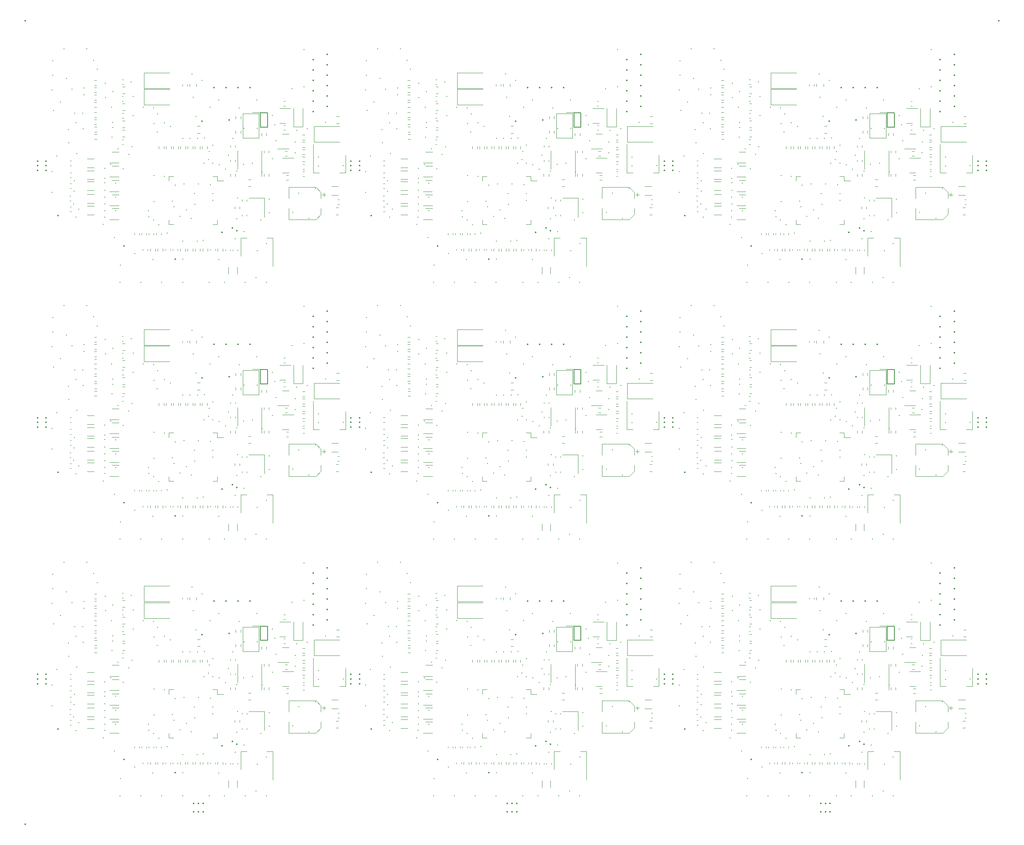
<source format=gbr>
%TF.GenerationSoftware,KiCad,Pcbnew,(6.0.0)*%
%TF.CreationDate,2022-01-01T16:03:18+08:00*%
%TF.ProjectId,SX7H02050048_PB,53583748-3032-4303-9530-3034385f5042,rev?*%
%TF.SameCoordinates,Original*%
%TF.FileFunction,Legend,Bot*%
%TF.FilePolarity,Positive*%
%FSLAX46Y46*%
G04 Gerber Fmt 4.6, Leading zero omitted, Abs format (unit mm)*
G04 Created by KiCad (PCBNEW (6.0.0)) date 2022-01-01 16:03:18*
%MOMM*%
%LPD*%
G01*
G04 APERTURE LIST*
%ADD10C,0.120000*%
%ADD11C,0.200000*%
%ADD12C,0.300000*%
%ADD13C,0.350000*%
G04 APERTURE END LIST*
D10*
%TO.C,Q105*%
X175001798Y-173242875D02*
X173101798Y-173242875D01*
X173601798Y-170922875D02*
X175001798Y-170922875D01*
%TO.C,D104*%
X180325998Y-148961175D02*
X180325998Y-145661175D01*
X180325998Y-148961175D02*
X185725998Y-148961175D01*
X180325998Y-145661175D02*
X185725998Y-145661175D01*
%TO.C,R123*%
X170290256Y-145330075D02*
X169815740Y-145330075D01*
X170290256Y-146375075D02*
X169815740Y-146375075D01*
%TO.C,C123*%
X184024998Y-176166595D02*
X184024998Y-176447755D01*
X183004998Y-176166595D02*
X183004998Y-176447755D01*
%TO.C,Q102*%
X222992998Y-159598175D02*
X222992998Y-163358175D01*
X216172998Y-163358175D02*
X217432998Y-163358175D01*
X222992998Y-163358175D02*
X221732998Y-163358175D01*
X216172998Y-157348175D02*
X216172998Y-163358175D01*
%TO.C,R143*%
X168324734Y-160422875D02*
X169778862Y-160422875D01*
X168324734Y-162242875D02*
X169778862Y-162242875D01*
%TO.C,R129*%
X169815740Y-148454275D02*
X170290256Y-148454275D01*
X169815740Y-149499275D02*
X170290256Y-149499275D01*
%TO.C,R128*%
X169828740Y-153131475D02*
X170303256Y-153131475D01*
X169828740Y-152086475D02*
X170303256Y-152086475D01*
%TO.C,C115*%
X201115198Y-172536155D02*
X201115198Y-172254995D01*
X202135198Y-172536155D02*
X202135198Y-172254995D01*
%TO.C,R125*%
X170290256Y-146879475D02*
X169815740Y-146879475D01*
X170290256Y-147924475D02*
X169815740Y-147924475D01*
%TO.C,L102*%
X184909998Y-179824055D02*
X184909998Y-179542895D01*
X185929998Y-179824055D02*
X185929998Y-179542895D01*
%TO.C,C104*%
X217785998Y-167484612D02*
X216721561Y-166420175D01*
X217785998Y-167484612D02*
X217785998Y-168770175D01*
X217785998Y-172175738D02*
X216721561Y-173240175D01*
X218419748Y-167588925D02*
X218419748Y-168376425D01*
X217785998Y-172175738D02*
X217785998Y-170890175D01*
X210965998Y-173240175D02*
X210965998Y-170890175D01*
X216721561Y-173240175D02*
X210965998Y-173240175D01*
X218813498Y-167982675D02*
X218025998Y-167982675D01*
X210965998Y-166420175D02*
X210965998Y-168770175D01*
X216721561Y-166420175D02*
X210965998Y-166420175D01*
%TO.C,C112*%
X189485998Y-144670595D02*
X189485998Y-144951755D01*
X188465998Y-144670595D02*
X188465998Y-144951755D01*
%TO.C,L104*%
X204685098Y-150825575D02*
X204685098Y-156015575D01*
X204685098Y-150825575D02*
X201265098Y-150825575D01*
X204685098Y-156015575D02*
X201265098Y-156015575D01*
X204925098Y-150575575D02*
X203325098Y-150575575D01*
X201265098Y-150825575D02*
X201265098Y-156015575D01*
X204925098Y-150575575D02*
X204925098Y-152020575D01*
%TO.C,R148*%
X200801498Y-151431917D02*
X200801498Y-151906433D01*
X199756498Y-151431917D02*
X199756498Y-151906433D01*
%TO.C,Y101*%
X205865998Y-168719175D02*
X205865998Y-172719175D01*
X202565998Y-168719175D02*
X205865998Y-168719175D01*
%TO.C,C142*%
X164847178Y-168249275D02*
X164566018Y-168249275D01*
X164847178Y-169269275D02*
X164566018Y-169269275D01*
%TO.C,R117*%
X196991498Y-179446217D02*
X196991498Y-179920733D01*
X195946498Y-179446217D02*
X195946498Y-179920733D01*
%TO.C,C103*%
X220014746Y-168073175D02*
X221437250Y-168073175D01*
X220014746Y-166253175D02*
X221437250Y-166253175D01*
%TO.C,C102*%
X213993818Y-162593175D02*
X214274978Y-162593175D01*
X213993818Y-161573175D02*
X214274978Y-161573175D01*
%TO.C,R130*%
X176249062Y-155782375D02*
X175794934Y-155782375D01*
X176249062Y-154312375D02*
X175794934Y-154312375D01*
%TO.C,C107*%
X220972746Y-170746175D02*
X221495250Y-170746175D01*
X220972746Y-172216175D02*
X221495250Y-172216175D01*
%TO.C,C141*%
X164942378Y-171592875D02*
X164661218Y-171592875D01*
X164942378Y-170572875D02*
X164661218Y-170572875D01*
%TO.C,R108*%
X181671598Y-179446217D02*
X181671598Y-179920733D01*
X182716598Y-179446217D02*
X182716598Y-179920733D01*
%TO.C,R139*%
X191188198Y-179446217D02*
X191188198Y-179920733D01*
X192233198Y-179446217D02*
X192233198Y-179920733D01*
%TO.C,C130*%
X175678218Y-147171375D02*
X175959378Y-147171375D01*
X175678218Y-148191375D02*
X175959378Y-148191375D01*
%TO.C,L101*%
X214262578Y-164117175D02*
X213981418Y-164117175D01*
X214262578Y-163097175D02*
X213981418Y-163097175D01*
%TO.C,C143*%
X164942378Y-163322875D02*
X164661218Y-163322875D01*
X164942378Y-164342875D02*
X164661218Y-164342875D01*
%TO.C,C108*%
X200045998Y-183342923D02*
X200045998Y-184765427D01*
X198225998Y-183342923D02*
X198225998Y-184765427D01*
%TO.C,D102*%
X216309998Y-156875175D02*
X216309998Y-153575175D01*
X216309998Y-156875175D02*
X221709998Y-156875175D01*
X216309998Y-153575175D02*
X221709998Y-153575175D01*
%TO.C,C147*%
X198625998Y-160953755D02*
X198625998Y-160672595D01*
X199645998Y-160953755D02*
X199645998Y-160672595D01*
%TO.C,R122*%
X170328656Y-154706275D02*
X169854140Y-154706275D01*
X170328656Y-153661275D02*
X169854140Y-153661275D01*
%TO.C,R107*%
X183246498Y-179446217D02*
X183246498Y-179920733D01*
X184291498Y-179446217D02*
X184291498Y-179920733D01*
%TO.C,R153*%
X198613498Y-163623917D02*
X198613498Y-164098433D01*
X199658498Y-163623917D02*
X199658498Y-164098433D01*
%TO.C,C126*%
X179829998Y-176166595D02*
X179829998Y-176447755D01*
X180849998Y-176166595D02*
X180849998Y-176447755D01*
D11*
%TO.C,R149*%
X206489999Y-150677178D02*
X204989997Y-150677178D01*
X206489999Y-153677177D02*
X206489999Y-150677178D01*
X204989997Y-153677177D02*
X204989997Y-150677178D01*
X206489999Y-153677177D02*
X204989997Y-153677177D01*
D10*
%TO.C,C125*%
X182373998Y-176166595D02*
X182373998Y-176447755D01*
X181353998Y-176166595D02*
X181353998Y-176447755D01*
%TO.C,R133*%
X176249062Y-148724375D02*
X175794934Y-148724375D01*
X176249062Y-150194375D02*
X175794934Y-150194375D01*
%TO.C,R137*%
X189602098Y-179446217D02*
X189602098Y-179920733D01*
X190647098Y-179446217D02*
X190647098Y-179920733D01*
%TO.C,R113*%
X186548498Y-157781917D02*
X186548498Y-158256433D01*
X187593498Y-157781917D02*
X187593498Y-158256433D01*
%TO.C,C106*%
X180097998Y-179542895D02*
X180097998Y-179824055D01*
X181117998Y-179542895D02*
X181117998Y-179824055D01*
%TO.C,R111*%
X200572898Y-170532717D02*
X200572898Y-171007233D01*
X199527898Y-170532717D02*
X199527898Y-171007233D01*
%TO.C,R136*%
X188072498Y-157781917D02*
X188072498Y-158256433D01*
X189117498Y-157781917D02*
X189117498Y-158256433D01*
%TO.C,R104*%
X213897140Y-161025675D02*
X214371656Y-161025675D01*
X213897140Y-159980675D02*
X214371656Y-159980675D01*
%TO.C,C146*%
X199645998Y-157905755D02*
X199645998Y-157624595D01*
X198625998Y-157905755D02*
X198625998Y-157624595D01*
%TO.C,C127*%
X175678218Y-156315375D02*
X175959378Y-156315375D01*
X175678218Y-157335375D02*
X175959378Y-157335375D01*
%TO.C,C101*%
X221622250Y-151442175D02*
X221099746Y-151442175D01*
X221622250Y-152912175D02*
X221099746Y-152912175D01*
%TO.C,Q101*%
X210311998Y-155189175D02*
X210961998Y-155189175D01*
X210311998Y-158309175D02*
X210961998Y-158309175D01*
X210311998Y-158309175D02*
X208636998Y-158309175D01*
X210311998Y-155189175D02*
X209661998Y-155189175D01*
%TO.C,Q104*%
X174992598Y-167318075D02*
X173092598Y-167318075D01*
X173592598Y-164998075D02*
X174992598Y-164998075D01*
%TO.C,R145*%
X168324734Y-172242875D02*
X169778862Y-172242875D01*
X168324734Y-170422875D02*
X169778862Y-170422875D01*
%TO.C,R101*%
X210455740Y-163846675D02*
X210930256Y-163846675D01*
X210455740Y-164891675D02*
X210930256Y-164891675D01*
%TO.C,Q107*%
X173601798Y-161922875D02*
X175001798Y-161922875D01*
X175001798Y-164242875D02*
X173101798Y-164242875D01*
%TO.C,D103*%
X210311998Y-163389175D02*
X209661998Y-163389175D01*
X210311998Y-160269175D02*
X209661998Y-160269175D01*
X210311998Y-163389175D02*
X210961998Y-163389175D01*
X210311998Y-160269175D02*
X211986998Y-160269175D01*
%TO.C,U102*%
X185618598Y-164085175D02*
X185618598Y-165035175D01*
X195838598Y-165035175D02*
X197178598Y-165035175D01*
X185618598Y-174305175D02*
X185618598Y-173355175D01*
X186568598Y-174305175D02*
X185618598Y-174305175D01*
X186568598Y-164085175D02*
X185618598Y-164085175D01*
X194888598Y-164085175D02*
X195838598Y-164085175D01*
X195838598Y-174305175D02*
X195838598Y-173355175D01*
X195838598Y-164085175D02*
X195838598Y-165035175D01*
X194888598Y-174305175D02*
X195838598Y-174305175D01*
%TO.C,U101*%
X207625998Y-183201175D02*
X207625998Y-177191175D01*
X200805998Y-177191175D02*
X202065998Y-177191175D01*
X200805998Y-180951175D02*
X200805998Y-177191175D01*
X207625998Y-177191175D02*
X206365998Y-177191175D01*
%TO.C,C105*%
X221347418Y-169066175D02*
X221628578Y-169066175D01*
X221347418Y-170086175D02*
X221628578Y-170086175D01*
%TO.C,D108*%
X209676998Y-149728175D02*
X209026998Y-149728175D01*
X209676998Y-152848175D02*
X210326998Y-152848175D01*
X209676998Y-149728175D02*
X211351998Y-149728175D01*
X209676998Y-152848175D02*
X209026998Y-152848175D01*
%TO.C,R141*%
X188015998Y-179446217D02*
X188015998Y-179920733D01*
X189060998Y-179446217D02*
X189060998Y-179920733D01*
%TO.C,C140*%
X164933178Y-166682475D02*
X164652018Y-166682475D01*
X164933178Y-165662475D02*
X164652018Y-165662475D01*
%TO.C,R105*%
X214359256Y-155337675D02*
X213884740Y-155337675D01*
X214359256Y-156382675D02*
X213884740Y-156382675D01*
%TO.C,R150*%
X200801498Y-154479917D02*
X200801498Y-154954433D01*
X199756498Y-154479917D02*
X199756498Y-154954433D01*
%TO.C,U104*%
X200131998Y-160686175D02*
X200131998Y-158736175D01*
X205251998Y-160686175D02*
X205251998Y-164136175D01*
X200131998Y-160686175D02*
X200131998Y-162636175D01*
X205251998Y-160686175D02*
X205251998Y-158736175D01*
%TO.C,C110*%
X197609998Y-179876755D02*
X197609998Y-179595595D01*
X198629998Y-179876755D02*
X198629998Y-179595595D01*
%TO.C,R151*%
X206262498Y-155462433D02*
X206262498Y-154987917D01*
X205217498Y-155462433D02*
X205217498Y-154987917D01*
%TO.C,D101*%
X211978998Y-153665175D02*
X211978998Y-149765175D01*
X213978998Y-153665175D02*
X211978998Y-153665175D01*
X213978998Y-153665175D02*
X213978998Y-149765175D01*
%TO.C,R146*%
X168348334Y-169770875D02*
X169802462Y-169770875D01*
X168348334Y-167950875D02*
X169802462Y-167950875D01*
%TO.C,Q103*%
X173601798Y-158922875D02*
X175001798Y-158922875D01*
X175001798Y-161242875D02*
X173101798Y-161242875D01*
%TO.C,C128*%
X175678218Y-144635375D02*
X175959378Y-144635375D01*
X175678218Y-143615375D02*
X175959378Y-143615375D01*
%TO.C,Q106*%
X175001798Y-170300275D02*
X173101798Y-170300275D01*
X173601798Y-167980275D02*
X175001798Y-167980275D01*
%TO.C,R144*%
X168315534Y-167082475D02*
X169769662Y-167082475D01*
X168315534Y-165262475D02*
X169769662Y-165262475D01*
%TO.C,R142*%
X193819298Y-179446217D02*
X193819298Y-179920733D01*
X192774298Y-179446217D02*
X192774298Y-179920733D01*
%TO.C,R114*%
X190641498Y-157781917D02*
X190641498Y-158256433D01*
X189596498Y-157781917D02*
X189596498Y-158256433D01*
%TO.C,R135*%
X185024498Y-157781917D02*
X185024498Y-158256433D01*
X186069498Y-157781917D02*
X186069498Y-158256433D01*
%TO.C,R147*%
X168324734Y-164742875D02*
X169778862Y-164742875D01*
X168324734Y-162922875D02*
X169778862Y-162922875D01*
%TO.C,C137*%
X186442398Y-179542895D02*
X186442398Y-179824055D01*
X187462398Y-179542895D02*
X187462398Y-179824055D01*
%TO.C,C132*%
X191635746Y-154944175D02*
X192158250Y-154944175D01*
X191635746Y-153474175D02*
X192158250Y-153474175D01*
%TO.C,C111*%
X199133998Y-179876755D02*
X199133998Y-179595595D01*
X200153998Y-179876755D02*
X200153998Y-179595595D01*
%TO.C,R106*%
X214359256Y-157906675D02*
X213884740Y-157906675D01*
X214359256Y-156861675D02*
X213884740Y-156861675D01*
%TO.C,R115*%
X191120498Y-158256433D02*
X191120498Y-157781917D01*
X192165498Y-158256433D02*
X192165498Y-157781917D01*
%TO.C,R103*%
X214371656Y-158456675D02*
X213897140Y-158456675D01*
X214371656Y-159501675D02*
X213897140Y-159501675D01*
%TO.C,R126*%
X169879540Y-155210675D02*
X170354056Y-155210675D01*
X169879540Y-156255675D02*
X170354056Y-156255675D01*
%TO.C,C145*%
X209917418Y-153318175D02*
X210198578Y-153318175D01*
X209917418Y-154338175D02*
X210198578Y-154338175D01*
%TO.C,C109*%
X191460998Y-144549923D02*
X191460998Y-145072427D01*
X189990998Y-144549923D02*
X189990998Y-145072427D01*
%TO.C,R127*%
X169815740Y-143780675D02*
X170290256Y-143780675D01*
X169815740Y-144825675D02*
X170290256Y-144825675D01*
%TO.C,C114*%
X202135198Y-169054595D02*
X202135198Y-169335755D01*
X201115198Y-169054595D02*
X201115198Y-169335755D01*
%TO.C,C124*%
X179325998Y-176166595D02*
X179325998Y-176447755D01*
X178305998Y-176166595D02*
X178305998Y-176447755D01*
%TO.C,D105*%
X180325998Y-142161175D02*
X185725998Y-142161175D01*
X180325998Y-145461175D02*
X185725998Y-145461175D01*
X180325998Y-145461175D02*
X180325998Y-142161175D01*
%TO.C,C138*%
X195392898Y-179542895D02*
X195392898Y-179824055D01*
X194372898Y-179542895D02*
X194372898Y-179824055D01*
%TO.C,R131*%
X176249062Y-146638375D02*
X175794934Y-146638375D01*
X176249062Y-145168375D02*
X175794934Y-145168375D01*
%TO.C,R132*%
X176249062Y-152331175D02*
X175794934Y-152331175D01*
X176249062Y-153801175D02*
X175794934Y-153801175D01*
%TO.C,C139*%
X164942378Y-160822875D02*
X164661218Y-160822875D01*
X164942378Y-161842875D02*
X164661218Y-161842875D01*
%TO.C,R102*%
X210201740Y-158766675D02*
X210676256Y-158766675D01*
X210201740Y-159811675D02*
X210676256Y-159811675D01*
%TO.C,R152*%
X205725498Y-158670917D02*
X205725498Y-159145433D01*
X206770498Y-158670917D02*
X206770498Y-159145433D01*
%TO.C,R154*%
X205725498Y-163623917D02*
X205725498Y-164098433D01*
X206770498Y-163623917D02*
X206770498Y-164098433D01*
%TO.C,C129*%
X175729018Y-151798175D02*
X176010178Y-151798175D01*
X175729018Y-150778175D02*
X176010178Y-150778175D01*
%TO.C,C144*%
X210198578Y-148238175D02*
X209917418Y-148238175D01*
X210198578Y-149258175D02*
X209917418Y-149258175D01*
%TO.C,R134*%
X184545498Y-158256433D02*
X184545498Y-157781917D01*
X183500498Y-158256433D02*
X183500498Y-157781917D01*
%TO.C,L105*%
X193689498Y-158256433D02*
X193689498Y-157781917D01*
X192644498Y-158256433D02*
X192644498Y-157781917D01*
%TO.C,R124*%
X170290256Y-150537075D02*
X169815740Y-150537075D01*
X170290256Y-151582075D02*
X169815740Y-151582075D01*
%TO.C,C148*%
X202430746Y-166247175D02*
X202953250Y-166247175D01*
X202430746Y-164777175D02*
X202953250Y-164777175D01*
%TO.C,Q105*%
X108651798Y-173242875D02*
X106751798Y-173242875D01*
X107251798Y-170922875D02*
X108651798Y-170922875D01*
%TO.C,D104*%
X113975998Y-148961175D02*
X113975998Y-145661175D01*
X113975998Y-148961175D02*
X119375998Y-148961175D01*
X113975998Y-145661175D02*
X119375998Y-145661175D01*
%TO.C,R123*%
X103940256Y-145330075D02*
X103465740Y-145330075D01*
X103940256Y-146375075D02*
X103465740Y-146375075D01*
%TO.C,C123*%
X117674998Y-176166595D02*
X117674998Y-176447755D01*
X116654998Y-176166595D02*
X116654998Y-176447755D01*
%TO.C,Q102*%
X156642998Y-159598175D02*
X156642998Y-163358175D01*
X149822998Y-163358175D02*
X151082998Y-163358175D01*
X156642998Y-163358175D02*
X155382998Y-163358175D01*
X149822998Y-157348175D02*
X149822998Y-163358175D01*
%TO.C,R143*%
X101974734Y-160422875D02*
X103428862Y-160422875D01*
X101974734Y-162242875D02*
X103428862Y-162242875D01*
%TO.C,R129*%
X103465740Y-148454275D02*
X103940256Y-148454275D01*
X103465740Y-149499275D02*
X103940256Y-149499275D01*
%TO.C,R128*%
X103478740Y-153131475D02*
X103953256Y-153131475D01*
X103478740Y-152086475D02*
X103953256Y-152086475D01*
%TO.C,C115*%
X134765198Y-172536155D02*
X134765198Y-172254995D01*
X135785198Y-172536155D02*
X135785198Y-172254995D01*
%TO.C,R125*%
X103940256Y-146879475D02*
X103465740Y-146879475D01*
X103940256Y-147924475D02*
X103465740Y-147924475D01*
%TO.C,L102*%
X118559998Y-179824055D02*
X118559998Y-179542895D01*
X119579998Y-179824055D02*
X119579998Y-179542895D01*
%TO.C,C104*%
X151435998Y-167484612D02*
X150371561Y-166420175D01*
X151435998Y-167484612D02*
X151435998Y-168770175D01*
X151435998Y-172175738D02*
X150371561Y-173240175D01*
X152069748Y-167588925D02*
X152069748Y-168376425D01*
X151435998Y-172175738D02*
X151435998Y-170890175D01*
X144615998Y-173240175D02*
X144615998Y-170890175D01*
X150371561Y-173240175D02*
X144615998Y-173240175D01*
X152463498Y-167982675D02*
X151675998Y-167982675D01*
X144615998Y-166420175D02*
X144615998Y-168770175D01*
X150371561Y-166420175D02*
X144615998Y-166420175D01*
%TO.C,C112*%
X123135998Y-144670595D02*
X123135998Y-144951755D01*
X122115998Y-144670595D02*
X122115998Y-144951755D01*
%TO.C,L104*%
X138335098Y-150825575D02*
X138335098Y-156015575D01*
X138335098Y-150825575D02*
X134915098Y-150825575D01*
X138335098Y-156015575D02*
X134915098Y-156015575D01*
X138575098Y-150575575D02*
X136975098Y-150575575D01*
X134915098Y-150825575D02*
X134915098Y-156015575D01*
X138575098Y-150575575D02*
X138575098Y-152020575D01*
%TO.C,R148*%
X134451498Y-151431917D02*
X134451498Y-151906433D01*
X133406498Y-151431917D02*
X133406498Y-151906433D01*
%TO.C,Y101*%
X139515998Y-168719175D02*
X139515998Y-172719175D01*
X136215998Y-168719175D02*
X139515998Y-168719175D01*
%TO.C,C142*%
X98497178Y-168249275D02*
X98216018Y-168249275D01*
X98497178Y-169269275D02*
X98216018Y-169269275D01*
%TO.C,R117*%
X130641498Y-179446217D02*
X130641498Y-179920733D01*
X129596498Y-179446217D02*
X129596498Y-179920733D01*
%TO.C,C103*%
X153664746Y-168073175D02*
X155087250Y-168073175D01*
X153664746Y-166253175D02*
X155087250Y-166253175D01*
%TO.C,C102*%
X147643818Y-162593175D02*
X147924978Y-162593175D01*
X147643818Y-161573175D02*
X147924978Y-161573175D01*
%TO.C,R130*%
X109899062Y-155782375D02*
X109444934Y-155782375D01*
X109899062Y-154312375D02*
X109444934Y-154312375D01*
%TO.C,C107*%
X154622746Y-170746175D02*
X155145250Y-170746175D01*
X154622746Y-172216175D02*
X155145250Y-172216175D01*
%TO.C,C141*%
X98592378Y-171592875D02*
X98311218Y-171592875D01*
X98592378Y-170572875D02*
X98311218Y-170572875D01*
%TO.C,R108*%
X115321598Y-179446217D02*
X115321598Y-179920733D01*
X116366598Y-179446217D02*
X116366598Y-179920733D01*
%TO.C,R139*%
X124838198Y-179446217D02*
X124838198Y-179920733D01*
X125883198Y-179446217D02*
X125883198Y-179920733D01*
%TO.C,C130*%
X109328218Y-147171375D02*
X109609378Y-147171375D01*
X109328218Y-148191375D02*
X109609378Y-148191375D01*
%TO.C,L101*%
X147912578Y-164117175D02*
X147631418Y-164117175D01*
X147912578Y-163097175D02*
X147631418Y-163097175D01*
%TO.C,C143*%
X98592378Y-163322875D02*
X98311218Y-163322875D01*
X98592378Y-164342875D02*
X98311218Y-164342875D01*
%TO.C,C108*%
X133695998Y-183342923D02*
X133695998Y-184765427D01*
X131875998Y-183342923D02*
X131875998Y-184765427D01*
%TO.C,D102*%
X149959998Y-156875175D02*
X149959998Y-153575175D01*
X149959998Y-156875175D02*
X155359998Y-156875175D01*
X149959998Y-153575175D02*
X155359998Y-153575175D01*
%TO.C,C147*%
X132275998Y-160953755D02*
X132275998Y-160672595D01*
X133295998Y-160953755D02*
X133295998Y-160672595D01*
%TO.C,R122*%
X103978656Y-154706275D02*
X103504140Y-154706275D01*
X103978656Y-153661275D02*
X103504140Y-153661275D01*
%TO.C,R107*%
X116896498Y-179446217D02*
X116896498Y-179920733D01*
X117941498Y-179446217D02*
X117941498Y-179920733D01*
%TO.C,R153*%
X132263498Y-163623917D02*
X132263498Y-164098433D01*
X133308498Y-163623917D02*
X133308498Y-164098433D01*
%TO.C,C126*%
X113479998Y-176166595D02*
X113479998Y-176447755D01*
X114499998Y-176166595D02*
X114499998Y-176447755D01*
D11*
%TO.C,R149*%
X140139999Y-150677178D02*
X138639997Y-150677178D01*
X140139999Y-153677177D02*
X140139999Y-150677178D01*
X138639997Y-153677177D02*
X138639997Y-150677178D01*
X140139999Y-153677177D02*
X138639997Y-153677177D01*
D10*
%TO.C,C125*%
X116023998Y-176166595D02*
X116023998Y-176447755D01*
X115003998Y-176166595D02*
X115003998Y-176447755D01*
%TO.C,R133*%
X109899062Y-148724375D02*
X109444934Y-148724375D01*
X109899062Y-150194375D02*
X109444934Y-150194375D01*
%TO.C,R137*%
X123252098Y-179446217D02*
X123252098Y-179920733D01*
X124297098Y-179446217D02*
X124297098Y-179920733D01*
%TO.C,R113*%
X120198498Y-157781917D02*
X120198498Y-158256433D01*
X121243498Y-157781917D02*
X121243498Y-158256433D01*
%TO.C,C106*%
X113747998Y-179542895D02*
X113747998Y-179824055D01*
X114767998Y-179542895D02*
X114767998Y-179824055D01*
%TO.C,R111*%
X134222898Y-170532717D02*
X134222898Y-171007233D01*
X133177898Y-170532717D02*
X133177898Y-171007233D01*
%TO.C,R136*%
X121722498Y-157781917D02*
X121722498Y-158256433D01*
X122767498Y-157781917D02*
X122767498Y-158256433D01*
%TO.C,R104*%
X147547140Y-161025675D02*
X148021656Y-161025675D01*
X147547140Y-159980675D02*
X148021656Y-159980675D01*
%TO.C,C146*%
X133295998Y-157905755D02*
X133295998Y-157624595D01*
X132275998Y-157905755D02*
X132275998Y-157624595D01*
%TO.C,C127*%
X109328218Y-156315375D02*
X109609378Y-156315375D01*
X109328218Y-157335375D02*
X109609378Y-157335375D01*
%TO.C,C101*%
X155272250Y-151442175D02*
X154749746Y-151442175D01*
X155272250Y-152912175D02*
X154749746Y-152912175D01*
%TO.C,Q101*%
X143961998Y-155189175D02*
X144611998Y-155189175D01*
X143961998Y-158309175D02*
X144611998Y-158309175D01*
X143961998Y-158309175D02*
X142286998Y-158309175D01*
X143961998Y-155189175D02*
X143311998Y-155189175D01*
%TO.C,Q104*%
X108642598Y-167318075D02*
X106742598Y-167318075D01*
X107242598Y-164998075D02*
X108642598Y-164998075D01*
%TO.C,R145*%
X101974734Y-172242875D02*
X103428862Y-172242875D01*
X101974734Y-170422875D02*
X103428862Y-170422875D01*
%TO.C,R101*%
X144105740Y-163846675D02*
X144580256Y-163846675D01*
X144105740Y-164891675D02*
X144580256Y-164891675D01*
%TO.C,Q107*%
X107251798Y-161922875D02*
X108651798Y-161922875D01*
X108651798Y-164242875D02*
X106751798Y-164242875D01*
%TO.C,D103*%
X143961998Y-163389175D02*
X143311998Y-163389175D01*
X143961998Y-160269175D02*
X143311998Y-160269175D01*
X143961998Y-163389175D02*
X144611998Y-163389175D01*
X143961998Y-160269175D02*
X145636998Y-160269175D01*
%TO.C,U102*%
X119268598Y-164085175D02*
X119268598Y-165035175D01*
X129488598Y-165035175D02*
X130828598Y-165035175D01*
X119268598Y-174305175D02*
X119268598Y-173355175D01*
X120218598Y-174305175D02*
X119268598Y-174305175D01*
X120218598Y-164085175D02*
X119268598Y-164085175D01*
X128538598Y-164085175D02*
X129488598Y-164085175D01*
X129488598Y-174305175D02*
X129488598Y-173355175D01*
X129488598Y-164085175D02*
X129488598Y-165035175D01*
X128538598Y-174305175D02*
X129488598Y-174305175D01*
%TO.C,U101*%
X141275998Y-183201175D02*
X141275998Y-177191175D01*
X134455998Y-177191175D02*
X135715998Y-177191175D01*
X134455998Y-180951175D02*
X134455998Y-177191175D01*
X141275998Y-177191175D02*
X140015998Y-177191175D01*
%TO.C,C105*%
X154997418Y-169066175D02*
X155278578Y-169066175D01*
X154997418Y-170086175D02*
X155278578Y-170086175D01*
%TO.C,D108*%
X143326998Y-149728175D02*
X142676998Y-149728175D01*
X143326998Y-152848175D02*
X143976998Y-152848175D01*
X143326998Y-149728175D02*
X145001998Y-149728175D01*
X143326998Y-152848175D02*
X142676998Y-152848175D01*
%TO.C,R141*%
X121665998Y-179446217D02*
X121665998Y-179920733D01*
X122710998Y-179446217D02*
X122710998Y-179920733D01*
%TO.C,C140*%
X98583178Y-166682475D02*
X98302018Y-166682475D01*
X98583178Y-165662475D02*
X98302018Y-165662475D01*
%TO.C,R105*%
X148009256Y-155337675D02*
X147534740Y-155337675D01*
X148009256Y-156382675D02*
X147534740Y-156382675D01*
%TO.C,R150*%
X134451498Y-154479917D02*
X134451498Y-154954433D01*
X133406498Y-154479917D02*
X133406498Y-154954433D01*
%TO.C,U104*%
X133781998Y-160686175D02*
X133781998Y-158736175D01*
X138901998Y-160686175D02*
X138901998Y-164136175D01*
X133781998Y-160686175D02*
X133781998Y-162636175D01*
X138901998Y-160686175D02*
X138901998Y-158736175D01*
%TO.C,C110*%
X131259998Y-179876755D02*
X131259998Y-179595595D01*
X132279998Y-179876755D02*
X132279998Y-179595595D01*
%TO.C,R151*%
X139912498Y-155462433D02*
X139912498Y-154987917D01*
X138867498Y-155462433D02*
X138867498Y-154987917D01*
%TO.C,D101*%
X145628998Y-153665175D02*
X145628998Y-149765175D01*
X147628998Y-153665175D02*
X145628998Y-153665175D01*
X147628998Y-153665175D02*
X147628998Y-149765175D01*
%TO.C,R146*%
X101998334Y-169770875D02*
X103452462Y-169770875D01*
X101998334Y-167950875D02*
X103452462Y-167950875D01*
%TO.C,Q103*%
X107251798Y-158922875D02*
X108651798Y-158922875D01*
X108651798Y-161242875D02*
X106751798Y-161242875D01*
%TO.C,C128*%
X109328218Y-144635375D02*
X109609378Y-144635375D01*
X109328218Y-143615375D02*
X109609378Y-143615375D01*
%TO.C,Q106*%
X108651798Y-170300275D02*
X106751798Y-170300275D01*
X107251798Y-167980275D02*
X108651798Y-167980275D01*
%TO.C,R144*%
X101965534Y-167082475D02*
X103419662Y-167082475D01*
X101965534Y-165262475D02*
X103419662Y-165262475D01*
%TO.C,R142*%
X127469298Y-179446217D02*
X127469298Y-179920733D01*
X126424298Y-179446217D02*
X126424298Y-179920733D01*
%TO.C,R114*%
X124291498Y-157781917D02*
X124291498Y-158256433D01*
X123246498Y-157781917D02*
X123246498Y-158256433D01*
%TO.C,R135*%
X118674498Y-157781917D02*
X118674498Y-158256433D01*
X119719498Y-157781917D02*
X119719498Y-158256433D01*
%TO.C,R147*%
X101974734Y-164742875D02*
X103428862Y-164742875D01*
X101974734Y-162922875D02*
X103428862Y-162922875D01*
%TO.C,C137*%
X120092398Y-179542895D02*
X120092398Y-179824055D01*
X121112398Y-179542895D02*
X121112398Y-179824055D01*
%TO.C,C132*%
X125285746Y-154944175D02*
X125808250Y-154944175D01*
X125285746Y-153474175D02*
X125808250Y-153474175D01*
%TO.C,C111*%
X132783998Y-179876755D02*
X132783998Y-179595595D01*
X133803998Y-179876755D02*
X133803998Y-179595595D01*
%TO.C,R106*%
X148009256Y-157906675D02*
X147534740Y-157906675D01*
X148009256Y-156861675D02*
X147534740Y-156861675D01*
%TO.C,R115*%
X124770498Y-158256433D02*
X124770498Y-157781917D01*
X125815498Y-158256433D02*
X125815498Y-157781917D01*
%TO.C,R103*%
X148021656Y-158456675D02*
X147547140Y-158456675D01*
X148021656Y-159501675D02*
X147547140Y-159501675D01*
%TO.C,R126*%
X103529540Y-155210675D02*
X104004056Y-155210675D01*
X103529540Y-156255675D02*
X104004056Y-156255675D01*
%TO.C,C145*%
X143567418Y-153318175D02*
X143848578Y-153318175D01*
X143567418Y-154338175D02*
X143848578Y-154338175D01*
%TO.C,C109*%
X125110998Y-144549923D02*
X125110998Y-145072427D01*
X123640998Y-144549923D02*
X123640998Y-145072427D01*
%TO.C,R127*%
X103465740Y-143780675D02*
X103940256Y-143780675D01*
X103465740Y-144825675D02*
X103940256Y-144825675D01*
%TO.C,C114*%
X135785198Y-169054595D02*
X135785198Y-169335755D01*
X134765198Y-169054595D02*
X134765198Y-169335755D01*
%TO.C,C124*%
X112975998Y-176166595D02*
X112975998Y-176447755D01*
X111955998Y-176166595D02*
X111955998Y-176447755D01*
%TO.C,D105*%
X113975998Y-142161175D02*
X119375998Y-142161175D01*
X113975998Y-145461175D02*
X119375998Y-145461175D01*
X113975998Y-145461175D02*
X113975998Y-142161175D01*
%TO.C,C138*%
X129042898Y-179542895D02*
X129042898Y-179824055D01*
X128022898Y-179542895D02*
X128022898Y-179824055D01*
%TO.C,R131*%
X109899062Y-146638375D02*
X109444934Y-146638375D01*
X109899062Y-145168375D02*
X109444934Y-145168375D01*
%TO.C,R132*%
X109899062Y-152331175D02*
X109444934Y-152331175D01*
X109899062Y-153801175D02*
X109444934Y-153801175D01*
%TO.C,C139*%
X98592378Y-160822875D02*
X98311218Y-160822875D01*
X98592378Y-161842875D02*
X98311218Y-161842875D01*
%TO.C,R102*%
X143851740Y-158766675D02*
X144326256Y-158766675D01*
X143851740Y-159811675D02*
X144326256Y-159811675D01*
%TO.C,R152*%
X139375498Y-158670917D02*
X139375498Y-159145433D01*
X140420498Y-158670917D02*
X140420498Y-159145433D01*
%TO.C,R154*%
X139375498Y-163623917D02*
X139375498Y-164098433D01*
X140420498Y-163623917D02*
X140420498Y-164098433D01*
%TO.C,C129*%
X109379018Y-151798175D02*
X109660178Y-151798175D01*
X109379018Y-150778175D02*
X109660178Y-150778175D01*
%TO.C,C144*%
X143848578Y-148238175D02*
X143567418Y-148238175D01*
X143848578Y-149258175D02*
X143567418Y-149258175D01*
%TO.C,R134*%
X118195498Y-158256433D02*
X118195498Y-157781917D01*
X117150498Y-158256433D02*
X117150498Y-157781917D01*
%TO.C,L105*%
X127339498Y-158256433D02*
X127339498Y-157781917D01*
X126294498Y-158256433D02*
X126294498Y-157781917D01*
%TO.C,R124*%
X103940256Y-150537075D02*
X103465740Y-150537075D01*
X103940256Y-151582075D02*
X103465740Y-151582075D01*
%TO.C,C148*%
X136080746Y-166247175D02*
X136603250Y-166247175D01*
X136080746Y-164777175D02*
X136603250Y-164777175D01*
%TO.C,Q105*%
X42301798Y-173242875D02*
X40401798Y-173242875D01*
X40901798Y-170922875D02*
X42301798Y-170922875D01*
%TO.C,D104*%
X47625998Y-148961175D02*
X47625998Y-145661175D01*
X47625998Y-148961175D02*
X53025998Y-148961175D01*
X47625998Y-145661175D02*
X53025998Y-145661175D01*
%TO.C,R123*%
X37590256Y-145330075D02*
X37115740Y-145330075D01*
X37590256Y-146375075D02*
X37115740Y-146375075D01*
%TO.C,C123*%
X51324998Y-176166595D02*
X51324998Y-176447755D01*
X50304998Y-176166595D02*
X50304998Y-176447755D01*
%TO.C,Q102*%
X90292998Y-159598175D02*
X90292998Y-163358175D01*
X83472998Y-163358175D02*
X84732998Y-163358175D01*
X90292998Y-163358175D02*
X89032998Y-163358175D01*
X83472998Y-157348175D02*
X83472998Y-163358175D01*
%TO.C,R143*%
X35624734Y-160422875D02*
X37078862Y-160422875D01*
X35624734Y-162242875D02*
X37078862Y-162242875D01*
%TO.C,R129*%
X37115740Y-148454275D02*
X37590256Y-148454275D01*
X37115740Y-149499275D02*
X37590256Y-149499275D01*
%TO.C,R128*%
X37128740Y-153131475D02*
X37603256Y-153131475D01*
X37128740Y-152086475D02*
X37603256Y-152086475D01*
%TO.C,C115*%
X68415198Y-172536155D02*
X68415198Y-172254995D01*
X69435198Y-172536155D02*
X69435198Y-172254995D01*
%TO.C,R125*%
X37590256Y-146879475D02*
X37115740Y-146879475D01*
X37590256Y-147924475D02*
X37115740Y-147924475D01*
%TO.C,L102*%
X52209998Y-179824055D02*
X52209998Y-179542895D01*
X53229998Y-179824055D02*
X53229998Y-179542895D01*
%TO.C,C104*%
X85085998Y-167484612D02*
X84021561Y-166420175D01*
X85085998Y-167484612D02*
X85085998Y-168770175D01*
X85085998Y-172175738D02*
X84021561Y-173240175D01*
X85719748Y-167588925D02*
X85719748Y-168376425D01*
X85085998Y-172175738D02*
X85085998Y-170890175D01*
X78265998Y-173240175D02*
X78265998Y-170890175D01*
X84021561Y-173240175D02*
X78265998Y-173240175D01*
X86113498Y-167982675D02*
X85325998Y-167982675D01*
X78265998Y-166420175D02*
X78265998Y-168770175D01*
X84021561Y-166420175D02*
X78265998Y-166420175D01*
%TO.C,C112*%
X56785998Y-144670595D02*
X56785998Y-144951755D01*
X55765998Y-144670595D02*
X55765998Y-144951755D01*
%TO.C,L104*%
X71985098Y-150825575D02*
X71985098Y-156015575D01*
X71985098Y-150825575D02*
X68565098Y-150825575D01*
X71985098Y-156015575D02*
X68565098Y-156015575D01*
X72225098Y-150575575D02*
X70625098Y-150575575D01*
X68565098Y-150825575D02*
X68565098Y-156015575D01*
X72225098Y-150575575D02*
X72225098Y-152020575D01*
%TO.C,R148*%
X68101498Y-151431917D02*
X68101498Y-151906433D01*
X67056498Y-151431917D02*
X67056498Y-151906433D01*
%TO.C,Y101*%
X73165998Y-168719175D02*
X73165998Y-172719175D01*
X69865998Y-168719175D02*
X73165998Y-168719175D01*
%TO.C,C142*%
X32147178Y-168249275D02*
X31866018Y-168249275D01*
X32147178Y-169269275D02*
X31866018Y-169269275D01*
%TO.C,R117*%
X64291498Y-179446217D02*
X64291498Y-179920733D01*
X63246498Y-179446217D02*
X63246498Y-179920733D01*
%TO.C,C103*%
X87314746Y-168073175D02*
X88737250Y-168073175D01*
X87314746Y-166253175D02*
X88737250Y-166253175D01*
%TO.C,C102*%
X81293818Y-162593175D02*
X81574978Y-162593175D01*
X81293818Y-161573175D02*
X81574978Y-161573175D01*
%TO.C,R130*%
X43549062Y-155782375D02*
X43094934Y-155782375D01*
X43549062Y-154312375D02*
X43094934Y-154312375D01*
%TO.C,C107*%
X88272746Y-170746175D02*
X88795250Y-170746175D01*
X88272746Y-172216175D02*
X88795250Y-172216175D01*
%TO.C,C141*%
X32242378Y-171592875D02*
X31961218Y-171592875D01*
X32242378Y-170572875D02*
X31961218Y-170572875D01*
%TO.C,R108*%
X48971598Y-179446217D02*
X48971598Y-179920733D01*
X50016598Y-179446217D02*
X50016598Y-179920733D01*
%TO.C,R139*%
X58488198Y-179446217D02*
X58488198Y-179920733D01*
X59533198Y-179446217D02*
X59533198Y-179920733D01*
%TO.C,C130*%
X42978218Y-147171375D02*
X43259378Y-147171375D01*
X42978218Y-148191375D02*
X43259378Y-148191375D01*
%TO.C,L101*%
X81562578Y-164117175D02*
X81281418Y-164117175D01*
X81562578Y-163097175D02*
X81281418Y-163097175D01*
%TO.C,C143*%
X32242378Y-163322875D02*
X31961218Y-163322875D01*
X32242378Y-164342875D02*
X31961218Y-164342875D01*
%TO.C,C108*%
X67345998Y-183342923D02*
X67345998Y-184765427D01*
X65525998Y-183342923D02*
X65525998Y-184765427D01*
%TO.C,D102*%
X83609998Y-156875175D02*
X83609998Y-153575175D01*
X83609998Y-156875175D02*
X89009998Y-156875175D01*
X83609998Y-153575175D02*
X89009998Y-153575175D01*
%TO.C,C147*%
X65925998Y-160953755D02*
X65925998Y-160672595D01*
X66945998Y-160953755D02*
X66945998Y-160672595D01*
%TO.C,R122*%
X37628656Y-154706275D02*
X37154140Y-154706275D01*
X37628656Y-153661275D02*
X37154140Y-153661275D01*
%TO.C,R107*%
X50546498Y-179446217D02*
X50546498Y-179920733D01*
X51591498Y-179446217D02*
X51591498Y-179920733D01*
%TO.C,R153*%
X65913498Y-163623917D02*
X65913498Y-164098433D01*
X66958498Y-163623917D02*
X66958498Y-164098433D01*
%TO.C,C126*%
X47129998Y-176166595D02*
X47129998Y-176447755D01*
X48149998Y-176166595D02*
X48149998Y-176447755D01*
D11*
%TO.C,R149*%
X73789999Y-150677178D02*
X72289997Y-150677178D01*
X73789999Y-153677177D02*
X73789999Y-150677178D01*
X72289997Y-153677177D02*
X72289997Y-150677178D01*
X73789999Y-153677177D02*
X72289997Y-153677177D01*
D10*
%TO.C,C125*%
X49673998Y-176166595D02*
X49673998Y-176447755D01*
X48653998Y-176166595D02*
X48653998Y-176447755D01*
%TO.C,R133*%
X43549062Y-148724375D02*
X43094934Y-148724375D01*
X43549062Y-150194375D02*
X43094934Y-150194375D01*
%TO.C,R137*%
X56902098Y-179446217D02*
X56902098Y-179920733D01*
X57947098Y-179446217D02*
X57947098Y-179920733D01*
%TO.C,R113*%
X53848498Y-157781917D02*
X53848498Y-158256433D01*
X54893498Y-157781917D02*
X54893498Y-158256433D01*
%TO.C,C106*%
X47397998Y-179542895D02*
X47397998Y-179824055D01*
X48417998Y-179542895D02*
X48417998Y-179824055D01*
%TO.C,R111*%
X67872898Y-170532717D02*
X67872898Y-171007233D01*
X66827898Y-170532717D02*
X66827898Y-171007233D01*
%TO.C,R136*%
X55372498Y-157781917D02*
X55372498Y-158256433D01*
X56417498Y-157781917D02*
X56417498Y-158256433D01*
%TO.C,R104*%
X81197140Y-161025675D02*
X81671656Y-161025675D01*
X81197140Y-159980675D02*
X81671656Y-159980675D01*
%TO.C,C146*%
X66945998Y-157905755D02*
X66945998Y-157624595D01*
X65925998Y-157905755D02*
X65925998Y-157624595D01*
%TO.C,C127*%
X42978218Y-156315375D02*
X43259378Y-156315375D01*
X42978218Y-157335375D02*
X43259378Y-157335375D01*
%TO.C,C101*%
X88922250Y-151442175D02*
X88399746Y-151442175D01*
X88922250Y-152912175D02*
X88399746Y-152912175D01*
%TO.C,Q101*%
X77611998Y-155189175D02*
X78261998Y-155189175D01*
X77611998Y-158309175D02*
X78261998Y-158309175D01*
X77611998Y-158309175D02*
X75936998Y-158309175D01*
X77611998Y-155189175D02*
X76961998Y-155189175D01*
%TO.C,Q104*%
X42292598Y-167318075D02*
X40392598Y-167318075D01*
X40892598Y-164998075D02*
X42292598Y-164998075D01*
%TO.C,R145*%
X35624734Y-172242875D02*
X37078862Y-172242875D01*
X35624734Y-170422875D02*
X37078862Y-170422875D01*
%TO.C,R101*%
X77755740Y-163846675D02*
X78230256Y-163846675D01*
X77755740Y-164891675D02*
X78230256Y-164891675D01*
%TO.C,Q107*%
X40901798Y-161922875D02*
X42301798Y-161922875D01*
X42301798Y-164242875D02*
X40401798Y-164242875D01*
%TO.C,D103*%
X77611998Y-163389175D02*
X76961998Y-163389175D01*
X77611998Y-160269175D02*
X76961998Y-160269175D01*
X77611998Y-163389175D02*
X78261998Y-163389175D01*
X77611998Y-160269175D02*
X79286998Y-160269175D01*
%TO.C,U102*%
X52918598Y-164085175D02*
X52918598Y-165035175D01*
X63138598Y-165035175D02*
X64478598Y-165035175D01*
X52918598Y-174305175D02*
X52918598Y-173355175D01*
X53868598Y-174305175D02*
X52918598Y-174305175D01*
X53868598Y-164085175D02*
X52918598Y-164085175D01*
X62188598Y-164085175D02*
X63138598Y-164085175D01*
X63138598Y-174305175D02*
X63138598Y-173355175D01*
X63138598Y-164085175D02*
X63138598Y-165035175D01*
X62188598Y-174305175D02*
X63138598Y-174305175D01*
%TO.C,U101*%
X74925998Y-183201175D02*
X74925998Y-177191175D01*
X68105998Y-177191175D02*
X69365998Y-177191175D01*
X68105998Y-180951175D02*
X68105998Y-177191175D01*
X74925998Y-177191175D02*
X73665998Y-177191175D01*
%TO.C,C105*%
X88647418Y-169066175D02*
X88928578Y-169066175D01*
X88647418Y-170086175D02*
X88928578Y-170086175D01*
%TO.C,D108*%
X76976998Y-149728175D02*
X76326998Y-149728175D01*
X76976998Y-152848175D02*
X77626998Y-152848175D01*
X76976998Y-149728175D02*
X78651998Y-149728175D01*
X76976998Y-152848175D02*
X76326998Y-152848175D01*
%TO.C,R141*%
X55315998Y-179446217D02*
X55315998Y-179920733D01*
X56360998Y-179446217D02*
X56360998Y-179920733D01*
%TO.C,C140*%
X32233178Y-166682475D02*
X31952018Y-166682475D01*
X32233178Y-165662475D02*
X31952018Y-165662475D01*
%TO.C,R105*%
X81659256Y-155337675D02*
X81184740Y-155337675D01*
X81659256Y-156382675D02*
X81184740Y-156382675D01*
%TO.C,R150*%
X68101498Y-154479917D02*
X68101498Y-154954433D01*
X67056498Y-154479917D02*
X67056498Y-154954433D01*
%TO.C,U104*%
X67431998Y-160686175D02*
X67431998Y-158736175D01*
X72551998Y-160686175D02*
X72551998Y-164136175D01*
X67431998Y-160686175D02*
X67431998Y-162636175D01*
X72551998Y-160686175D02*
X72551998Y-158736175D01*
%TO.C,C110*%
X64909998Y-179876755D02*
X64909998Y-179595595D01*
X65929998Y-179876755D02*
X65929998Y-179595595D01*
%TO.C,R151*%
X73562498Y-155462433D02*
X73562498Y-154987917D01*
X72517498Y-155462433D02*
X72517498Y-154987917D01*
%TO.C,D101*%
X79278998Y-153665175D02*
X79278998Y-149765175D01*
X81278998Y-153665175D02*
X79278998Y-153665175D01*
X81278998Y-153665175D02*
X81278998Y-149765175D01*
%TO.C,R146*%
X35648334Y-169770875D02*
X37102462Y-169770875D01*
X35648334Y-167950875D02*
X37102462Y-167950875D01*
%TO.C,Q103*%
X40901798Y-158922875D02*
X42301798Y-158922875D01*
X42301798Y-161242875D02*
X40401798Y-161242875D01*
%TO.C,C128*%
X42978218Y-144635375D02*
X43259378Y-144635375D01*
X42978218Y-143615375D02*
X43259378Y-143615375D01*
%TO.C,Q106*%
X42301798Y-170300275D02*
X40401798Y-170300275D01*
X40901798Y-167980275D02*
X42301798Y-167980275D01*
%TO.C,R144*%
X35615534Y-167082475D02*
X37069662Y-167082475D01*
X35615534Y-165262475D02*
X37069662Y-165262475D01*
%TO.C,R142*%
X61119298Y-179446217D02*
X61119298Y-179920733D01*
X60074298Y-179446217D02*
X60074298Y-179920733D01*
%TO.C,R114*%
X57941498Y-157781917D02*
X57941498Y-158256433D01*
X56896498Y-157781917D02*
X56896498Y-158256433D01*
%TO.C,R135*%
X52324498Y-157781917D02*
X52324498Y-158256433D01*
X53369498Y-157781917D02*
X53369498Y-158256433D01*
%TO.C,R147*%
X35624734Y-164742875D02*
X37078862Y-164742875D01*
X35624734Y-162922875D02*
X37078862Y-162922875D01*
%TO.C,C137*%
X53742398Y-179542895D02*
X53742398Y-179824055D01*
X54762398Y-179542895D02*
X54762398Y-179824055D01*
%TO.C,C132*%
X58935746Y-154944175D02*
X59458250Y-154944175D01*
X58935746Y-153474175D02*
X59458250Y-153474175D01*
%TO.C,C111*%
X66433998Y-179876755D02*
X66433998Y-179595595D01*
X67453998Y-179876755D02*
X67453998Y-179595595D01*
%TO.C,R106*%
X81659256Y-157906675D02*
X81184740Y-157906675D01*
X81659256Y-156861675D02*
X81184740Y-156861675D01*
%TO.C,R115*%
X58420498Y-158256433D02*
X58420498Y-157781917D01*
X59465498Y-158256433D02*
X59465498Y-157781917D01*
%TO.C,R103*%
X81671656Y-158456675D02*
X81197140Y-158456675D01*
X81671656Y-159501675D02*
X81197140Y-159501675D01*
%TO.C,R126*%
X37179540Y-155210675D02*
X37654056Y-155210675D01*
X37179540Y-156255675D02*
X37654056Y-156255675D01*
%TO.C,C145*%
X77217418Y-153318175D02*
X77498578Y-153318175D01*
X77217418Y-154338175D02*
X77498578Y-154338175D01*
%TO.C,C109*%
X58760998Y-144549923D02*
X58760998Y-145072427D01*
X57290998Y-144549923D02*
X57290998Y-145072427D01*
%TO.C,R127*%
X37115740Y-143780675D02*
X37590256Y-143780675D01*
X37115740Y-144825675D02*
X37590256Y-144825675D01*
%TO.C,C114*%
X69435198Y-169054595D02*
X69435198Y-169335755D01*
X68415198Y-169054595D02*
X68415198Y-169335755D01*
%TO.C,C124*%
X46625998Y-176166595D02*
X46625998Y-176447755D01*
X45605998Y-176166595D02*
X45605998Y-176447755D01*
%TO.C,D105*%
X47625998Y-142161175D02*
X53025998Y-142161175D01*
X47625998Y-145461175D02*
X53025998Y-145461175D01*
X47625998Y-145461175D02*
X47625998Y-142161175D01*
%TO.C,C138*%
X62692898Y-179542895D02*
X62692898Y-179824055D01*
X61672898Y-179542895D02*
X61672898Y-179824055D01*
%TO.C,R131*%
X43549062Y-146638375D02*
X43094934Y-146638375D01*
X43549062Y-145168375D02*
X43094934Y-145168375D01*
%TO.C,R132*%
X43549062Y-152331175D02*
X43094934Y-152331175D01*
X43549062Y-153801175D02*
X43094934Y-153801175D01*
%TO.C,C139*%
X32242378Y-160822875D02*
X31961218Y-160822875D01*
X32242378Y-161842875D02*
X31961218Y-161842875D01*
%TO.C,R102*%
X77501740Y-158766675D02*
X77976256Y-158766675D01*
X77501740Y-159811675D02*
X77976256Y-159811675D01*
%TO.C,R152*%
X73025498Y-158670917D02*
X73025498Y-159145433D01*
X74070498Y-158670917D02*
X74070498Y-159145433D01*
%TO.C,R154*%
X73025498Y-163623917D02*
X73025498Y-164098433D01*
X74070498Y-163623917D02*
X74070498Y-164098433D01*
%TO.C,C129*%
X43029018Y-151798175D02*
X43310178Y-151798175D01*
X43029018Y-150778175D02*
X43310178Y-150778175D01*
%TO.C,C144*%
X77498578Y-148238175D02*
X77217418Y-148238175D01*
X77498578Y-149258175D02*
X77217418Y-149258175D01*
%TO.C,R134*%
X51845498Y-158256433D02*
X51845498Y-157781917D01*
X50800498Y-158256433D02*
X50800498Y-157781917D01*
%TO.C,L105*%
X60989498Y-158256433D02*
X60989498Y-157781917D01*
X59944498Y-158256433D02*
X59944498Y-157781917D01*
%TO.C,R124*%
X37590256Y-150537075D02*
X37115740Y-150537075D01*
X37590256Y-151582075D02*
X37115740Y-151582075D01*
%TO.C,C148*%
X69730746Y-166247175D02*
X70253250Y-166247175D01*
X69730746Y-164777175D02*
X70253250Y-164777175D01*
%TO.C,Q105*%
X175001798Y-118892814D02*
X173101798Y-118892814D01*
X173601798Y-116572814D02*
X175001798Y-116572814D01*
%TO.C,D104*%
X180325998Y-94611114D02*
X180325998Y-91311114D01*
X180325998Y-94611114D02*
X185725998Y-94611114D01*
X180325998Y-91311114D02*
X185725998Y-91311114D01*
%TO.C,R123*%
X170290256Y-90980014D02*
X169815740Y-90980014D01*
X170290256Y-92025014D02*
X169815740Y-92025014D01*
%TO.C,C123*%
X184024998Y-121816534D02*
X184024998Y-122097694D01*
X183004998Y-121816534D02*
X183004998Y-122097694D01*
%TO.C,Q102*%
X222992998Y-105248114D02*
X222992998Y-109008114D01*
X216172998Y-109008114D02*
X217432998Y-109008114D01*
X222992998Y-109008114D02*
X221732998Y-109008114D01*
X216172998Y-102998114D02*
X216172998Y-109008114D01*
%TO.C,R143*%
X168324734Y-106072814D02*
X169778862Y-106072814D01*
X168324734Y-107892814D02*
X169778862Y-107892814D01*
%TO.C,R129*%
X169815740Y-94104214D02*
X170290256Y-94104214D01*
X169815740Y-95149214D02*
X170290256Y-95149214D01*
%TO.C,R128*%
X169828740Y-98781414D02*
X170303256Y-98781414D01*
X169828740Y-97736414D02*
X170303256Y-97736414D01*
%TO.C,C115*%
X201115198Y-118186094D02*
X201115198Y-117904934D01*
X202135198Y-118186094D02*
X202135198Y-117904934D01*
%TO.C,R125*%
X170290256Y-92529414D02*
X169815740Y-92529414D01*
X170290256Y-93574414D02*
X169815740Y-93574414D01*
%TO.C,L102*%
X184909998Y-125473994D02*
X184909998Y-125192834D01*
X185929998Y-125473994D02*
X185929998Y-125192834D01*
%TO.C,C104*%
X217785998Y-113134551D02*
X216721561Y-112070114D01*
X217785998Y-113134551D02*
X217785998Y-114420114D01*
X217785998Y-117825677D02*
X216721561Y-118890114D01*
X218419748Y-113238864D02*
X218419748Y-114026364D01*
X217785998Y-117825677D02*
X217785998Y-116540114D01*
X210965998Y-118890114D02*
X210965998Y-116540114D01*
X216721561Y-118890114D02*
X210965998Y-118890114D01*
X218813498Y-113632614D02*
X218025998Y-113632614D01*
X210965998Y-112070114D02*
X210965998Y-114420114D01*
X216721561Y-112070114D02*
X210965998Y-112070114D01*
%TO.C,C112*%
X189485998Y-90320534D02*
X189485998Y-90601694D01*
X188465998Y-90320534D02*
X188465998Y-90601694D01*
%TO.C,L104*%
X204685098Y-96475514D02*
X204685098Y-101665514D01*
X204685098Y-96475514D02*
X201265098Y-96475514D01*
X204685098Y-101665514D02*
X201265098Y-101665514D01*
X204925098Y-96225514D02*
X203325098Y-96225514D01*
X201265098Y-96475514D02*
X201265098Y-101665514D01*
X204925098Y-96225514D02*
X204925098Y-97670514D01*
%TO.C,R148*%
X200801498Y-97081856D02*
X200801498Y-97556372D01*
X199756498Y-97081856D02*
X199756498Y-97556372D01*
%TO.C,Y101*%
X205865998Y-114369114D02*
X205865998Y-118369114D01*
X202565998Y-114369114D02*
X205865998Y-114369114D01*
%TO.C,C142*%
X164847178Y-113899214D02*
X164566018Y-113899214D01*
X164847178Y-114919214D02*
X164566018Y-114919214D01*
%TO.C,R117*%
X196991498Y-125096156D02*
X196991498Y-125570672D01*
X195946498Y-125096156D02*
X195946498Y-125570672D01*
%TO.C,C103*%
X220014746Y-113723114D02*
X221437250Y-113723114D01*
X220014746Y-111903114D02*
X221437250Y-111903114D01*
%TO.C,C102*%
X213993818Y-108243114D02*
X214274978Y-108243114D01*
X213993818Y-107223114D02*
X214274978Y-107223114D01*
%TO.C,R130*%
X176249062Y-101432314D02*
X175794934Y-101432314D01*
X176249062Y-99962314D02*
X175794934Y-99962314D01*
%TO.C,C107*%
X220972746Y-116396114D02*
X221495250Y-116396114D01*
X220972746Y-117866114D02*
X221495250Y-117866114D01*
%TO.C,C141*%
X164942378Y-117242814D02*
X164661218Y-117242814D01*
X164942378Y-116222814D02*
X164661218Y-116222814D01*
%TO.C,R108*%
X181671598Y-125096156D02*
X181671598Y-125570672D01*
X182716598Y-125096156D02*
X182716598Y-125570672D01*
%TO.C,R139*%
X191188198Y-125096156D02*
X191188198Y-125570672D01*
X192233198Y-125096156D02*
X192233198Y-125570672D01*
%TO.C,C130*%
X175678218Y-92821314D02*
X175959378Y-92821314D01*
X175678218Y-93841314D02*
X175959378Y-93841314D01*
%TO.C,L101*%
X214262578Y-109767114D02*
X213981418Y-109767114D01*
X214262578Y-108747114D02*
X213981418Y-108747114D01*
%TO.C,C143*%
X164942378Y-108972814D02*
X164661218Y-108972814D01*
X164942378Y-109992814D02*
X164661218Y-109992814D01*
%TO.C,C108*%
X200045998Y-128992862D02*
X200045998Y-130415366D01*
X198225998Y-128992862D02*
X198225998Y-130415366D01*
%TO.C,D102*%
X216309998Y-102525114D02*
X216309998Y-99225114D01*
X216309998Y-102525114D02*
X221709998Y-102525114D01*
X216309998Y-99225114D02*
X221709998Y-99225114D01*
%TO.C,C147*%
X198625998Y-106603694D02*
X198625998Y-106322534D01*
X199645998Y-106603694D02*
X199645998Y-106322534D01*
%TO.C,R122*%
X170328656Y-100356214D02*
X169854140Y-100356214D01*
X170328656Y-99311214D02*
X169854140Y-99311214D01*
%TO.C,R107*%
X183246498Y-125096156D02*
X183246498Y-125570672D01*
X184291498Y-125096156D02*
X184291498Y-125570672D01*
%TO.C,R153*%
X198613498Y-109273856D02*
X198613498Y-109748372D01*
X199658498Y-109273856D02*
X199658498Y-109748372D01*
%TO.C,C126*%
X179829998Y-121816534D02*
X179829998Y-122097694D01*
X180849998Y-121816534D02*
X180849998Y-122097694D01*
D11*
%TO.C,R149*%
X206489999Y-96327117D02*
X204989997Y-96327117D01*
X206489999Y-99327116D02*
X206489999Y-96327117D01*
X204989997Y-99327116D02*
X204989997Y-96327117D01*
X206489999Y-99327116D02*
X204989997Y-99327116D01*
D10*
%TO.C,C125*%
X182373998Y-121816534D02*
X182373998Y-122097694D01*
X181353998Y-121816534D02*
X181353998Y-122097694D01*
%TO.C,R133*%
X176249062Y-94374314D02*
X175794934Y-94374314D01*
X176249062Y-95844314D02*
X175794934Y-95844314D01*
%TO.C,R137*%
X189602098Y-125096156D02*
X189602098Y-125570672D01*
X190647098Y-125096156D02*
X190647098Y-125570672D01*
%TO.C,R113*%
X186548498Y-103431856D02*
X186548498Y-103906372D01*
X187593498Y-103431856D02*
X187593498Y-103906372D01*
%TO.C,C106*%
X180097998Y-125192834D02*
X180097998Y-125473994D01*
X181117998Y-125192834D02*
X181117998Y-125473994D01*
%TO.C,R111*%
X200572898Y-116182656D02*
X200572898Y-116657172D01*
X199527898Y-116182656D02*
X199527898Y-116657172D01*
%TO.C,R136*%
X188072498Y-103431856D02*
X188072498Y-103906372D01*
X189117498Y-103431856D02*
X189117498Y-103906372D01*
%TO.C,R104*%
X213897140Y-106675614D02*
X214371656Y-106675614D01*
X213897140Y-105630614D02*
X214371656Y-105630614D01*
%TO.C,C146*%
X199645998Y-103555694D02*
X199645998Y-103274534D01*
X198625998Y-103555694D02*
X198625998Y-103274534D01*
%TO.C,C127*%
X175678218Y-101965314D02*
X175959378Y-101965314D01*
X175678218Y-102985314D02*
X175959378Y-102985314D01*
%TO.C,C101*%
X221622250Y-97092114D02*
X221099746Y-97092114D01*
X221622250Y-98562114D02*
X221099746Y-98562114D01*
%TO.C,Q101*%
X210311998Y-100839114D02*
X210961998Y-100839114D01*
X210311998Y-103959114D02*
X210961998Y-103959114D01*
X210311998Y-103959114D02*
X208636998Y-103959114D01*
X210311998Y-100839114D02*
X209661998Y-100839114D01*
%TO.C,Q104*%
X174992598Y-112968014D02*
X173092598Y-112968014D01*
X173592598Y-110648014D02*
X174992598Y-110648014D01*
%TO.C,R145*%
X168324734Y-117892814D02*
X169778862Y-117892814D01*
X168324734Y-116072814D02*
X169778862Y-116072814D01*
%TO.C,R101*%
X210455740Y-109496614D02*
X210930256Y-109496614D01*
X210455740Y-110541614D02*
X210930256Y-110541614D01*
%TO.C,Q107*%
X173601798Y-107572814D02*
X175001798Y-107572814D01*
X175001798Y-109892814D02*
X173101798Y-109892814D01*
%TO.C,D103*%
X210311998Y-109039114D02*
X209661998Y-109039114D01*
X210311998Y-105919114D02*
X209661998Y-105919114D01*
X210311998Y-109039114D02*
X210961998Y-109039114D01*
X210311998Y-105919114D02*
X211986998Y-105919114D01*
%TO.C,U102*%
X185618598Y-109735114D02*
X185618598Y-110685114D01*
X195838598Y-110685114D02*
X197178598Y-110685114D01*
X185618598Y-119955114D02*
X185618598Y-119005114D01*
X186568598Y-119955114D02*
X185618598Y-119955114D01*
X186568598Y-109735114D02*
X185618598Y-109735114D01*
X194888598Y-109735114D02*
X195838598Y-109735114D01*
X195838598Y-119955114D02*
X195838598Y-119005114D01*
X195838598Y-109735114D02*
X195838598Y-110685114D01*
X194888598Y-119955114D02*
X195838598Y-119955114D01*
%TO.C,U101*%
X207625998Y-128851114D02*
X207625998Y-122841114D01*
X200805998Y-122841114D02*
X202065998Y-122841114D01*
X200805998Y-126601114D02*
X200805998Y-122841114D01*
X207625998Y-122841114D02*
X206365998Y-122841114D01*
%TO.C,C105*%
X221347418Y-114716114D02*
X221628578Y-114716114D01*
X221347418Y-115736114D02*
X221628578Y-115736114D01*
%TO.C,D108*%
X209676998Y-95378114D02*
X209026998Y-95378114D01*
X209676998Y-98498114D02*
X210326998Y-98498114D01*
X209676998Y-95378114D02*
X211351998Y-95378114D01*
X209676998Y-98498114D02*
X209026998Y-98498114D01*
%TO.C,R141*%
X188015998Y-125096156D02*
X188015998Y-125570672D01*
X189060998Y-125096156D02*
X189060998Y-125570672D01*
%TO.C,C140*%
X164933178Y-112332414D02*
X164652018Y-112332414D01*
X164933178Y-111312414D02*
X164652018Y-111312414D01*
%TO.C,R105*%
X214359256Y-100987614D02*
X213884740Y-100987614D01*
X214359256Y-102032614D02*
X213884740Y-102032614D01*
%TO.C,R150*%
X200801498Y-100129856D02*
X200801498Y-100604372D01*
X199756498Y-100129856D02*
X199756498Y-100604372D01*
%TO.C,U104*%
X200131998Y-106336114D02*
X200131998Y-104386114D01*
X205251998Y-106336114D02*
X205251998Y-109786114D01*
X200131998Y-106336114D02*
X200131998Y-108286114D01*
X205251998Y-106336114D02*
X205251998Y-104386114D01*
%TO.C,C110*%
X197609998Y-125526694D02*
X197609998Y-125245534D01*
X198629998Y-125526694D02*
X198629998Y-125245534D01*
%TO.C,R151*%
X206262498Y-101112372D02*
X206262498Y-100637856D01*
X205217498Y-101112372D02*
X205217498Y-100637856D01*
%TO.C,D101*%
X211978998Y-99315114D02*
X211978998Y-95415114D01*
X213978998Y-99315114D02*
X211978998Y-99315114D01*
X213978998Y-99315114D02*
X213978998Y-95415114D01*
%TO.C,R146*%
X168348334Y-115420814D02*
X169802462Y-115420814D01*
X168348334Y-113600814D02*
X169802462Y-113600814D01*
%TO.C,Q103*%
X173601798Y-104572814D02*
X175001798Y-104572814D01*
X175001798Y-106892814D02*
X173101798Y-106892814D01*
%TO.C,C128*%
X175678218Y-90285314D02*
X175959378Y-90285314D01*
X175678218Y-89265314D02*
X175959378Y-89265314D01*
%TO.C,Q106*%
X175001798Y-115950214D02*
X173101798Y-115950214D01*
X173601798Y-113630214D02*
X175001798Y-113630214D01*
%TO.C,R144*%
X168315534Y-112732414D02*
X169769662Y-112732414D01*
X168315534Y-110912414D02*
X169769662Y-110912414D01*
%TO.C,R142*%
X193819298Y-125096156D02*
X193819298Y-125570672D01*
X192774298Y-125096156D02*
X192774298Y-125570672D01*
%TO.C,R114*%
X190641498Y-103431856D02*
X190641498Y-103906372D01*
X189596498Y-103431856D02*
X189596498Y-103906372D01*
%TO.C,R135*%
X185024498Y-103431856D02*
X185024498Y-103906372D01*
X186069498Y-103431856D02*
X186069498Y-103906372D01*
%TO.C,R147*%
X168324734Y-110392814D02*
X169778862Y-110392814D01*
X168324734Y-108572814D02*
X169778862Y-108572814D01*
%TO.C,C137*%
X186442398Y-125192834D02*
X186442398Y-125473994D01*
X187462398Y-125192834D02*
X187462398Y-125473994D01*
%TO.C,C132*%
X191635746Y-100594114D02*
X192158250Y-100594114D01*
X191635746Y-99124114D02*
X192158250Y-99124114D01*
%TO.C,C111*%
X199133998Y-125526694D02*
X199133998Y-125245534D01*
X200153998Y-125526694D02*
X200153998Y-125245534D01*
%TO.C,R106*%
X214359256Y-103556614D02*
X213884740Y-103556614D01*
X214359256Y-102511614D02*
X213884740Y-102511614D01*
%TO.C,R115*%
X191120498Y-103906372D02*
X191120498Y-103431856D01*
X192165498Y-103906372D02*
X192165498Y-103431856D01*
%TO.C,R103*%
X214371656Y-104106614D02*
X213897140Y-104106614D01*
X214371656Y-105151614D02*
X213897140Y-105151614D01*
%TO.C,R126*%
X169879540Y-100860614D02*
X170354056Y-100860614D01*
X169879540Y-101905614D02*
X170354056Y-101905614D01*
%TO.C,C145*%
X209917418Y-98968114D02*
X210198578Y-98968114D01*
X209917418Y-99988114D02*
X210198578Y-99988114D01*
%TO.C,C109*%
X191460998Y-90199862D02*
X191460998Y-90722366D01*
X189990998Y-90199862D02*
X189990998Y-90722366D01*
%TO.C,R127*%
X169815740Y-89430614D02*
X170290256Y-89430614D01*
X169815740Y-90475614D02*
X170290256Y-90475614D01*
%TO.C,C114*%
X202135198Y-114704534D02*
X202135198Y-114985694D01*
X201115198Y-114704534D02*
X201115198Y-114985694D01*
%TO.C,C124*%
X179325998Y-121816534D02*
X179325998Y-122097694D01*
X178305998Y-121816534D02*
X178305998Y-122097694D01*
%TO.C,D105*%
X180325998Y-87811114D02*
X185725998Y-87811114D01*
X180325998Y-91111114D02*
X185725998Y-91111114D01*
X180325998Y-91111114D02*
X180325998Y-87811114D01*
%TO.C,C138*%
X195392898Y-125192834D02*
X195392898Y-125473994D01*
X194372898Y-125192834D02*
X194372898Y-125473994D01*
%TO.C,R131*%
X176249062Y-92288314D02*
X175794934Y-92288314D01*
X176249062Y-90818314D02*
X175794934Y-90818314D01*
%TO.C,R132*%
X176249062Y-97981114D02*
X175794934Y-97981114D01*
X176249062Y-99451114D02*
X175794934Y-99451114D01*
%TO.C,C139*%
X164942378Y-106472814D02*
X164661218Y-106472814D01*
X164942378Y-107492814D02*
X164661218Y-107492814D01*
%TO.C,R102*%
X210201740Y-104416614D02*
X210676256Y-104416614D01*
X210201740Y-105461614D02*
X210676256Y-105461614D01*
%TO.C,R152*%
X205725498Y-104320856D02*
X205725498Y-104795372D01*
X206770498Y-104320856D02*
X206770498Y-104795372D01*
%TO.C,R154*%
X205725498Y-109273856D02*
X205725498Y-109748372D01*
X206770498Y-109273856D02*
X206770498Y-109748372D01*
%TO.C,C129*%
X175729018Y-97448114D02*
X176010178Y-97448114D01*
X175729018Y-96428114D02*
X176010178Y-96428114D01*
%TO.C,C144*%
X210198578Y-93888114D02*
X209917418Y-93888114D01*
X210198578Y-94908114D02*
X209917418Y-94908114D01*
%TO.C,R134*%
X184545498Y-103906372D02*
X184545498Y-103431856D01*
X183500498Y-103906372D02*
X183500498Y-103431856D01*
%TO.C,L105*%
X193689498Y-103906372D02*
X193689498Y-103431856D01*
X192644498Y-103906372D02*
X192644498Y-103431856D01*
%TO.C,R124*%
X170290256Y-96187014D02*
X169815740Y-96187014D01*
X170290256Y-97232014D02*
X169815740Y-97232014D01*
%TO.C,C148*%
X202430746Y-111897114D02*
X202953250Y-111897114D01*
X202430746Y-110427114D02*
X202953250Y-110427114D01*
%TO.C,Q105*%
X108651798Y-118892814D02*
X106751798Y-118892814D01*
X107251798Y-116572814D02*
X108651798Y-116572814D01*
%TO.C,D104*%
X113975998Y-94611114D02*
X113975998Y-91311114D01*
X113975998Y-94611114D02*
X119375998Y-94611114D01*
X113975998Y-91311114D02*
X119375998Y-91311114D01*
%TO.C,R123*%
X103940256Y-90980014D02*
X103465740Y-90980014D01*
X103940256Y-92025014D02*
X103465740Y-92025014D01*
%TO.C,C123*%
X117674998Y-121816534D02*
X117674998Y-122097694D01*
X116654998Y-121816534D02*
X116654998Y-122097694D01*
%TO.C,Q102*%
X156642998Y-105248114D02*
X156642998Y-109008114D01*
X149822998Y-109008114D02*
X151082998Y-109008114D01*
X156642998Y-109008114D02*
X155382998Y-109008114D01*
X149822998Y-102998114D02*
X149822998Y-109008114D01*
%TO.C,R143*%
X101974734Y-106072814D02*
X103428862Y-106072814D01*
X101974734Y-107892814D02*
X103428862Y-107892814D01*
%TO.C,R129*%
X103465740Y-94104214D02*
X103940256Y-94104214D01*
X103465740Y-95149214D02*
X103940256Y-95149214D01*
%TO.C,R128*%
X103478740Y-98781414D02*
X103953256Y-98781414D01*
X103478740Y-97736414D02*
X103953256Y-97736414D01*
%TO.C,C115*%
X134765198Y-118186094D02*
X134765198Y-117904934D01*
X135785198Y-118186094D02*
X135785198Y-117904934D01*
%TO.C,R125*%
X103940256Y-92529414D02*
X103465740Y-92529414D01*
X103940256Y-93574414D02*
X103465740Y-93574414D01*
%TO.C,L102*%
X118559998Y-125473994D02*
X118559998Y-125192834D01*
X119579998Y-125473994D02*
X119579998Y-125192834D01*
%TO.C,C104*%
X151435998Y-113134551D02*
X150371561Y-112070114D01*
X151435998Y-113134551D02*
X151435998Y-114420114D01*
X151435998Y-117825677D02*
X150371561Y-118890114D01*
X152069748Y-113238864D02*
X152069748Y-114026364D01*
X151435998Y-117825677D02*
X151435998Y-116540114D01*
X144615998Y-118890114D02*
X144615998Y-116540114D01*
X150371561Y-118890114D02*
X144615998Y-118890114D01*
X152463498Y-113632614D02*
X151675998Y-113632614D01*
X144615998Y-112070114D02*
X144615998Y-114420114D01*
X150371561Y-112070114D02*
X144615998Y-112070114D01*
%TO.C,C112*%
X123135998Y-90320534D02*
X123135998Y-90601694D01*
X122115998Y-90320534D02*
X122115998Y-90601694D01*
%TO.C,L104*%
X138335098Y-96475514D02*
X138335098Y-101665514D01*
X138335098Y-96475514D02*
X134915098Y-96475514D01*
X138335098Y-101665514D02*
X134915098Y-101665514D01*
X138575098Y-96225514D02*
X136975098Y-96225514D01*
X134915098Y-96475514D02*
X134915098Y-101665514D01*
X138575098Y-96225514D02*
X138575098Y-97670514D01*
%TO.C,R148*%
X134451498Y-97081856D02*
X134451498Y-97556372D01*
X133406498Y-97081856D02*
X133406498Y-97556372D01*
%TO.C,Y101*%
X139515998Y-114369114D02*
X139515998Y-118369114D01*
X136215998Y-114369114D02*
X139515998Y-114369114D01*
%TO.C,C142*%
X98497178Y-113899214D02*
X98216018Y-113899214D01*
X98497178Y-114919214D02*
X98216018Y-114919214D01*
%TO.C,R117*%
X130641498Y-125096156D02*
X130641498Y-125570672D01*
X129596498Y-125096156D02*
X129596498Y-125570672D01*
%TO.C,C103*%
X153664746Y-113723114D02*
X155087250Y-113723114D01*
X153664746Y-111903114D02*
X155087250Y-111903114D01*
%TO.C,C102*%
X147643818Y-108243114D02*
X147924978Y-108243114D01*
X147643818Y-107223114D02*
X147924978Y-107223114D01*
%TO.C,R130*%
X109899062Y-101432314D02*
X109444934Y-101432314D01*
X109899062Y-99962314D02*
X109444934Y-99962314D01*
%TO.C,C107*%
X154622746Y-116396114D02*
X155145250Y-116396114D01*
X154622746Y-117866114D02*
X155145250Y-117866114D01*
%TO.C,C141*%
X98592378Y-117242814D02*
X98311218Y-117242814D01*
X98592378Y-116222814D02*
X98311218Y-116222814D01*
%TO.C,R108*%
X115321598Y-125096156D02*
X115321598Y-125570672D01*
X116366598Y-125096156D02*
X116366598Y-125570672D01*
%TO.C,R139*%
X124838198Y-125096156D02*
X124838198Y-125570672D01*
X125883198Y-125096156D02*
X125883198Y-125570672D01*
%TO.C,C130*%
X109328218Y-92821314D02*
X109609378Y-92821314D01*
X109328218Y-93841314D02*
X109609378Y-93841314D01*
%TO.C,L101*%
X147912578Y-109767114D02*
X147631418Y-109767114D01*
X147912578Y-108747114D02*
X147631418Y-108747114D01*
%TO.C,C143*%
X98592378Y-108972814D02*
X98311218Y-108972814D01*
X98592378Y-109992814D02*
X98311218Y-109992814D01*
%TO.C,C108*%
X133695998Y-128992862D02*
X133695998Y-130415366D01*
X131875998Y-128992862D02*
X131875998Y-130415366D01*
%TO.C,D102*%
X149959998Y-102525114D02*
X149959998Y-99225114D01*
X149959998Y-102525114D02*
X155359998Y-102525114D01*
X149959998Y-99225114D02*
X155359998Y-99225114D01*
%TO.C,C147*%
X132275998Y-106603694D02*
X132275998Y-106322534D01*
X133295998Y-106603694D02*
X133295998Y-106322534D01*
%TO.C,R122*%
X103978656Y-100356214D02*
X103504140Y-100356214D01*
X103978656Y-99311214D02*
X103504140Y-99311214D01*
%TO.C,R107*%
X116896498Y-125096156D02*
X116896498Y-125570672D01*
X117941498Y-125096156D02*
X117941498Y-125570672D01*
%TO.C,R153*%
X132263498Y-109273856D02*
X132263498Y-109748372D01*
X133308498Y-109273856D02*
X133308498Y-109748372D01*
%TO.C,C126*%
X113479998Y-121816534D02*
X113479998Y-122097694D01*
X114499998Y-121816534D02*
X114499998Y-122097694D01*
D11*
%TO.C,R149*%
X140139999Y-96327117D02*
X138639997Y-96327117D01*
X140139999Y-99327116D02*
X140139999Y-96327117D01*
X138639997Y-99327116D02*
X138639997Y-96327117D01*
X140139999Y-99327116D02*
X138639997Y-99327116D01*
D10*
%TO.C,C125*%
X116023998Y-121816534D02*
X116023998Y-122097694D01*
X115003998Y-121816534D02*
X115003998Y-122097694D01*
%TO.C,R133*%
X109899062Y-94374314D02*
X109444934Y-94374314D01*
X109899062Y-95844314D02*
X109444934Y-95844314D01*
%TO.C,R137*%
X123252098Y-125096156D02*
X123252098Y-125570672D01*
X124297098Y-125096156D02*
X124297098Y-125570672D01*
%TO.C,R113*%
X120198498Y-103431856D02*
X120198498Y-103906372D01*
X121243498Y-103431856D02*
X121243498Y-103906372D01*
%TO.C,C106*%
X113747998Y-125192834D02*
X113747998Y-125473994D01*
X114767998Y-125192834D02*
X114767998Y-125473994D01*
%TO.C,R111*%
X134222898Y-116182656D02*
X134222898Y-116657172D01*
X133177898Y-116182656D02*
X133177898Y-116657172D01*
%TO.C,R136*%
X121722498Y-103431856D02*
X121722498Y-103906372D01*
X122767498Y-103431856D02*
X122767498Y-103906372D01*
%TO.C,R104*%
X147547140Y-106675614D02*
X148021656Y-106675614D01*
X147547140Y-105630614D02*
X148021656Y-105630614D01*
%TO.C,C146*%
X133295998Y-103555694D02*
X133295998Y-103274534D01*
X132275998Y-103555694D02*
X132275998Y-103274534D01*
%TO.C,C127*%
X109328218Y-101965314D02*
X109609378Y-101965314D01*
X109328218Y-102985314D02*
X109609378Y-102985314D01*
%TO.C,C101*%
X155272250Y-97092114D02*
X154749746Y-97092114D01*
X155272250Y-98562114D02*
X154749746Y-98562114D01*
%TO.C,Q101*%
X143961998Y-100839114D02*
X144611998Y-100839114D01*
X143961998Y-103959114D02*
X144611998Y-103959114D01*
X143961998Y-103959114D02*
X142286998Y-103959114D01*
X143961998Y-100839114D02*
X143311998Y-100839114D01*
%TO.C,Q104*%
X108642598Y-112968014D02*
X106742598Y-112968014D01*
X107242598Y-110648014D02*
X108642598Y-110648014D01*
%TO.C,R145*%
X101974734Y-117892814D02*
X103428862Y-117892814D01*
X101974734Y-116072814D02*
X103428862Y-116072814D01*
%TO.C,R101*%
X144105740Y-109496614D02*
X144580256Y-109496614D01*
X144105740Y-110541614D02*
X144580256Y-110541614D01*
%TO.C,Q107*%
X107251798Y-107572814D02*
X108651798Y-107572814D01*
X108651798Y-109892814D02*
X106751798Y-109892814D01*
%TO.C,D103*%
X143961998Y-109039114D02*
X143311998Y-109039114D01*
X143961998Y-105919114D02*
X143311998Y-105919114D01*
X143961998Y-109039114D02*
X144611998Y-109039114D01*
X143961998Y-105919114D02*
X145636998Y-105919114D01*
%TO.C,U102*%
X119268598Y-109735114D02*
X119268598Y-110685114D01*
X129488598Y-110685114D02*
X130828598Y-110685114D01*
X119268598Y-119955114D02*
X119268598Y-119005114D01*
X120218598Y-119955114D02*
X119268598Y-119955114D01*
X120218598Y-109735114D02*
X119268598Y-109735114D01*
X128538598Y-109735114D02*
X129488598Y-109735114D01*
X129488598Y-119955114D02*
X129488598Y-119005114D01*
X129488598Y-109735114D02*
X129488598Y-110685114D01*
X128538598Y-119955114D02*
X129488598Y-119955114D01*
%TO.C,U101*%
X141275998Y-128851114D02*
X141275998Y-122841114D01*
X134455998Y-122841114D02*
X135715998Y-122841114D01*
X134455998Y-126601114D02*
X134455998Y-122841114D01*
X141275998Y-122841114D02*
X140015998Y-122841114D01*
%TO.C,C105*%
X154997418Y-114716114D02*
X155278578Y-114716114D01*
X154997418Y-115736114D02*
X155278578Y-115736114D01*
%TO.C,D108*%
X143326998Y-95378114D02*
X142676998Y-95378114D01*
X143326998Y-98498114D02*
X143976998Y-98498114D01*
X143326998Y-95378114D02*
X145001998Y-95378114D01*
X143326998Y-98498114D02*
X142676998Y-98498114D01*
%TO.C,R141*%
X121665998Y-125096156D02*
X121665998Y-125570672D01*
X122710998Y-125096156D02*
X122710998Y-125570672D01*
%TO.C,C140*%
X98583178Y-112332414D02*
X98302018Y-112332414D01*
X98583178Y-111312414D02*
X98302018Y-111312414D01*
%TO.C,R105*%
X148009256Y-100987614D02*
X147534740Y-100987614D01*
X148009256Y-102032614D02*
X147534740Y-102032614D01*
%TO.C,R150*%
X134451498Y-100129856D02*
X134451498Y-100604372D01*
X133406498Y-100129856D02*
X133406498Y-100604372D01*
%TO.C,U104*%
X133781998Y-106336114D02*
X133781998Y-104386114D01*
X138901998Y-106336114D02*
X138901998Y-109786114D01*
X133781998Y-106336114D02*
X133781998Y-108286114D01*
X138901998Y-106336114D02*
X138901998Y-104386114D01*
%TO.C,C110*%
X131259998Y-125526694D02*
X131259998Y-125245534D01*
X132279998Y-125526694D02*
X132279998Y-125245534D01*
%TO.C,R151*%
X139912498Y-101112372D02*
X139912498Y-100637856D01*
X138867498Y-101112372D02*
X138867498Y-100637856D01*
%TO.C,D101*%
X145628998Y-99315114D02*
X145628998Y-95415114D01*
X147628998Y-99315114D02*
X145628998Y-99315114D01*
X147628998Y-99315114D02*
X147628998Y-95415114D01*
%TO.C,R146*%
X101998334Y-115420814D02*
X103452462Y-115420814D01*
X101998334Y-113600814D02*
X103452462Y-113600814D01*
%TO.C,Q103*%
X107251798Y-104572814D02*
X108651798Y-104572814D01*
X108651798Y-106892814D02*
X106751798Y-106892814D01*
%TO.C,C128*%
X109328218Y-90285314D02*
X109609378Y-90285314D01*
X109328218Y-89265314D02*
X109609378Y-89265314D01*
%TO.C,Q106*%
X108651798Y-115950214D02*
X106751798Y-115950214D01*
X107251798Y-113630214D02*
X108651798Y-113630214D01*
%TO.C,R144*%
X101965534Y-112732414D02*
X103419662Y-112732414D01*
X101965534Y-110912414D02*
X103419662Y-110912414D01*
%TO.C,R142*%
X127469298Y-125096156D02*
X127469298Y-125570672D01*
X126424298Y-125096156D02*
X126424298Y-125570672D01*
%TO.C,R114*%
X124291498Y-103431856D02*
X124291498Y-103906372D01*
X123246498Y-103431856D02*
X123246498Y-103906372D01*
%TO.C,R135*%
X118674498Y-103431856D02*
X118674498Y-103906372D01*
X119719498Y-103431856D02*
X119719498Y-103906372D01*
%TO.C,R147*%
X101974734Y-110392814D02*
X103428862Y-110392814D01*
X101974734Y-108572814D02*
X103428862Y-108572814D01*
%TO.C,C137*%
X120092398Y-125192834D02*
X120092398Y-125473994D01*
X121112398Y-125192834D02*
X121112398Y-125473994D01*
%TO.C,C132*%
X125285746Y-100594114D02*
X125808250Y-100594114D01*
X125285746Y-99124114D02*
X125808250Y-99124114D01*
%TO.C,C111*%
X132783998Y-125526694D02*
X132783998Y-125245534D01*
X133803998Y-125526694D02*
X133803998Y-125245534D01*
%TO.C,R106*%
X148009256Y-103556614D02*
X147534740Y-103556614D01*
X148009256Y-102511614D02*
X147534740Y-102511614D01*
%TO.C,R115*%
X124770498Y-103906372D02*
X124770498Y-103431856D01*
X125815498Y-103906372D02*
X125815498Y-103431856D01*
%TO.C,R103*%
X148021656Y-104106614D02*
X147547140Y-104106614D01*
X148021656Y-105151614D02*
X147547140Y-105151614D01*
%TO.C,R126*%
X103529540Y-100860614D02*
X104004056Y-100860614D01*
X103529540Y-101905614D02*
X104004056Y-101905614D01*
%TO.C,C145*%
X143567418Y-98968114D02*
X143848578Y-98968114D01*
X143567418Y-99988114D02*
X143848578Y-99988114D01*
%TO.C,C109*%
X125110998Y-90199862D02*
X125110998Y-90722366D01*
X123640998Y-90199862D02*
X123640998Y-90722366D01*
%TO.C,R127*%
X103465740Y-89430614D02*
X103940256Y-89430614D01*
X103465740Y-90475614D02*
X103940256Y-90475614D01*
%TO.C,C114*%
X135785198Y-114704534D02*
X135785198Y-114985694D01*
X134765198Y-114704534D02*
X134765198Y-114985694D01*
%TO.C,C124*%
X112975998Y-121816534D02*
X112975998Y-122097694D01*
X111955998Y-121816534D02*
X111955998Y-122097694D01*
%TO.C,D105*%
X113975998Y-87811114D02*
X119375998Y-87811114D01*
X113975998Y-91111114D02*
X119375998Y-91111114D01*
X113975998Y-91111114D02*
X113975998Y-87811114D01*
%TO.C,C138*%
X129042898Y-125192834D02*
X129042898Y-125473994D01*
X128022898Y-125192834D02*
X128022898Y-125473994D01*
%TO.C,R131*%
X109899062Y-92288314D02*
X109444934Y-92288314D01*
X109899062Y-90818314D02*
X109444934Y-90818314D01*
%TO.C,R132*%
X109899062Y-97981114D02*
X109444934Y-97981114D01*
X109899062Y-99451114D02*
X109444934Y-99451114D01*
%TO.C,C139*%
X98592378Y-106472814D02*
X98311218Y-106472814D01*
X98592378Y-107492814D02*
X98311218Y-107492814D01*
%TO.C,R102*%
X143851740Y-104416614D02*
X144326256Y-104416614D01*
X143851740Y-105461614D02*
X144326256Y-105461614D01*
%TO.C,R152*%
X139375498Y-104320856D02*
X139375498Y-104795372D01*
X140420498Y-104320856D02*
X140420498Y-104795372D01*
%TO.C,R154*%
X139375498Y-109273856D02*
X139375498Y-109748372D01*
X140420498Y-109273856D02*
X140420498Y-109748372D01*
%TO.C,C129*%
X109379018Y-97448114D02*
X109660178Y-97448114D01*
X109379018Y-96428114D02*
X109660178Y-96428114D01*
%TO.C,C144*%
X143848578Y-93888114D02*
X143567418Y-93888114D01*
X143848578Y-94908114D02*
X143567418Y-94908114D01*
%TO.C,R134*%
X118195498Y-103906372D02*
X118195498Y-103431856D01*
X117150498Y-103906372D02*
X117150498Y-103431856D01*
%TO.C,L105*%
X127339498Y-103906372D02*
X127339498Y-103431856D01*
X126294498Y-103906372D02*
X126294498Y-103431856D01*
%TO.C,R124*%
X103940256Y-96187014D02*
X103465740Y-96187014D01*
X103940256Y-97232014D02*
X103465740Y-97232014D01*
%TO.C,C148*%
X136080746Y-111897114D02*
X136603250Y-111897114D01*
X136080746Y-110427114D02*
X136603250Y-110427114D01*
%TO.C,Q105*%
X42301798Y-118892814D02*
X40401798Y-118892814D01*
X40901798Y-116572814D02*
X42301798Y-116572814D01*
%TO.C,D104*%
X47625998Y-94611114D02*
X47625998Y-91311114D01*
X47625998Y-94611114D02*
X53025998Y-94611114D01*
X47625998Y-91311114D02*
X53025998Y-91311114D01*
%TO.C,R123*%
X37590256Y-90980014D02*
X37115740Y-90980014D01*
X37590256Y-92025014D02*
X37115740Y-92025014D01*
%TO.C,C123*%
X51324998Y-121816534D02*
X51324998Y-122097694D01*
X50304998Y-121816534D02*
X50304998Y-122097694D01*
%TO.C,Q102*%
X90292998Y-105248114D02*
X90292998Y-109008114D01*
X83472998Y-109008114D02*
X84732998Y-109008114D01*
X90292998Y-109008114D02*
X89032998Y-109008114D01*
X83472998Y-102998114D02*
X83472998Y-109008114D01*
%TO.C,R143*%
X35624734Y-106072814D02*
X37078862Y-106072814D01*
X35624734Y-107892814D02*
X37078862Y-107892814D01*
%TO.C,R129*%
X37115740Y-94104214D02*
X37590256Y-94104214D01*
X37115740Y-95149214D02*
X37590256Y-95149214D01*
%TO.C,R128*%
X37128740Y-98781414D02*
X37603256Y-98781414D01*
X37128740Y-97736414D02*
X37603256Y-97736414D01*
%TO.C,C115*%
X68415198Y-118186094D02*
X68415198Y-117904934D01*
X69435198Y-118186094D02*
X69435198Y-117904934D01*
%TO.C,R125*%
X37590256Y-92529414D02*
X37115740Y-92529414D01*
X37590256Y-93574414D02*
X37115740Y-93574414D01*
%TO.C,L102*%
X52209998Y-125473994D02*
X52209998Y-125192834D01*
X53229998Y-125473994D02*
X53229998Y-125192834D01*
%TO.C,C104*%
X85085998Y-113134551D02*
X84021561Y-112070114D01*
X85085998Y-113134551D02*
X85085998Y-114420114D01*
X85085998Y-117825677D02*
X84021561Y-118890114D01*
X85719748Y-113238864D02*
X85719748Y-114026364D01*
X85085998Y-117825677D02*
X85085998Y-116540114D01*
X78265998Y-118890114D02*
X78265998Y-116540114D01*
X84021561Y-118890114D02*
X78265998Y-118890114D01*
X86113498Y-113632614D02*
X85325998Y-113632614D01*
X78265998Y-112070114D02*
X78265998Y-114420114D01*
X84021561Y-112070114D02*
X78265998Y-112070114D01*
%TO.C,C112*%
X56785998Y-90320534D02*
X56785998Y-90601694D01*
X55765998Y-90320534D02*
X55765998Y-90601694D01*
%TO.C,L104*%
X71985098Y-96475514D02*
X71985098Y-101665514D01*
X71985098Y-96475514D02*
X68565098Y-96475514D01*
X71985098Y-101665514D02*
X68565098Y-101665514D01*
X72225098Y-96225514D02*
X70625098Y-96225514D01*
X68565098Y-96475514D02*
X68565098Y-101665514D01*
X72225098Y-96225514D02*
X72225098Y-97670514D01*
%TO.C,R148*%
X68101498Y-97081856D02*
X68101498Y-97556372D01*
X67056498Y-97081856D02*
X67056498Y-97556372D01*
%TO.C,Y101*%
X73165998Y-114369114D02*
X73165998Y-118369114D01*
X69865998Y-114369114D02*
X73165998Y-114369114D01*
%TO.C,C142*%
X32147178Y-113899214D02*
X31866018Y-113899214D01*
X32147178Y-114919214D02*
X31866018Y-114919214D01*
%TO.C,R117*%
X64291498Y-125096156D02*
X64291498Y-125570672D01*
X63246498Y-125096156D02*
X63246498Y-125570672D01*
%TO.C,C103*%
X87314746Y-113723114D02*
X88737250Y-113723114D01*
X87314746Y-111903114D02*
X88737250Y-111903114D01*
%TO.C,C102*%
X81293818Y-108243114D02*
X81574978Y-108243114D01*
X81293818Y-107223114D02*
X81574978Y-107223114D01*
%TO.C,R130*%
X43549062Y-101432314D02*
X43094934Y-101432314D01*
X43549062Y-99962314D02*
X43094934Y-99962314D01*
%TO.C,C107*%
X88272746Y-116396114D02*
X88795250Y-116396114D01*
X88272746Y-117866114D02*
X88795250Y-117866114D01*
%TO.C,C141*%
X32242378Y-117242814D02*
X31961218Y-117242814D01*
X32242378Y-116222814D02*
X31961218Y-116222814D01*
%TO.C,R108*%
X48971598Y-125096156D02*
X48971598Y-125570672D01*
X50016598Y-125096156D02*
X50016598Y-125570672D01*
%TO.C,R139*%
X58488198Y-125096156D02*
X58488198Y-125570672D01*
X59533198Y-125096156D02*
X59533198Y-125570672D01*
%TO.C,C130*%
X42978218Y-92821314D02*
X43259378Y-92821314D01*
X42978218Y-93841314D02*
X43259378Y-93841314D01*
%TO.C,L101*%
X81562578Y-109767114D02*
X81281418Y-109767114D01*
X81562578Y-108747114D02*
X81281418Y-108747114D01*
%TO.C,C143*%
X32242378Y-108972814D02*
X31961218Y-108972814D01*
X32242378Y-109992814D02*
X31961218Y-109992814D01*
%TO.C,C108*%
X67345998Y-128992862D02*
X67345998Y-130415366D01*
X65525998Y-128992862D02*
X65525998Y-130415366D01*
%TO.C,D102*%
X83609998Y-102525114D02*
X83609998Y-99225114D01*
X83609998Y-102525114D02*
X89009998Y-102525114D01*
X83609998Y-99225114D02*
X89009998Y-99225114D01*
%TO.C,C147*%
X65925998Y-106603694D02*
X65925998Y-106322534D01*
X66945998Y-106603694D02*
X66945998Y-106322534D01*
%TO.C,R122*%
X37628656Y-100356214D02*
X37154140Y-100356214D01*
X37628656Y-99311214D02*
X37154140Y-99311214D01*
%TO.C,R107*%
X50546498Y-125096156D02*
X50546498Y-125570672D01*
X51591498Y-125096156D02*
X51591498Y-125570672D01*
%TO.C,R153*%
X65913498Y-109273856D02*
X65913498Y-109748372D01*
X66958498Y-109273856D02*
X66958498Y-109748372D01*
%TO.C,C126*%
X47129998Y-121816534D02*
X47129998Y-122097694D01*
X48149998Y-121816534D02*
X48149998Y-122097694D01*
D11*
%TO.C,R149*%
X73789999Y-96327117D02*
X72289997Y-96327117D01*
X73789999Y-99327116D02*
X73789999Y-96327117D01*
X72289997Y-99327116D02*
X72289997Y-96327117D01*
X73789999Y-99327116D02*
X72289997Y-99327116D01*
D10*
%TO.C,C125*%
X49673998Y-121816534D02*
X49673998Y-122097694D01*
X48653998Y-121816534D02*
X48653998Y-122097694D01*
%TO.C,R133*%
X43549062Y-94374314D02*
X43094934Y-94374314D01*
X43549062Y-95844314D02*
X43094934Y-95844314D01*
%TO.C,R137*%
X56902098Y-125096156D02*
X56902098Y-125570672D01*
X57947098Y-125096156D02*
X57947098Y-125570672D01*
%TO.C,R113*%
X53848498Y-103431856D02*
X53848498Y-103906372D01*
X54893498Y-103431856D02*
X54893498Y-103906372D01*
%TO.C,C106*%
X47397998Y-125192834D02*
X47397998Y-125473994D01*
X48417998Y-125192834D02*
X48417998Y-125473994D01*
%TO.C,R111*%
X67872898Y-116182656D02*
X67872898Y-116657172D01*
X66827898Y-116182656D02*
X66827898Y-116657172D01*
%TO.C,R136*%
X55372498Y-103431856D02*
X55372498Y-103906372D01*
X56417498Y-103431856D02*
X56417498Y-103906372D01*
%TO.C,R104*%
X81197140Y-106675614D02*
X81671656Y-106675614D01*
X81197140Y-105630614D02*
X81671656Y-105630614D01*
%TO.C,C146*%
X66945998Y-103555694D02*
X66945998Y-103274534D01*
X65925998Y-103555694D02*
X65925998Y-103274534D01*
%TO.C,C127*%
X42978218Y-101965314D02*
X43259378Y-101965314D01*
X42978218Y-102985314D02*
X43259378Y-102985314D01*
%TO.C,C101*%
X88922250Y-97092114D02*
X88399746Y-97092114D01*
X88922250Y-98562114D02*
X88399746Y-98562114D01*
%TO.C,Q101*%
X77611998Y-100839114D02*
X78261998Y-100839114D01*
X77611998Y-103959114D02*
X78261998Y-103959114D01*
X77611998Y-103959114D02*
X75936998Y-103959114D01*
X77611998Y-100839114D02*
X76961998Y-100839114D01*
%TO.C,Q104*%
X42292598Y-112968014D02*
X40392598Y-112968014D01*
X40892598Y-110648014D02*
X42292598Y-110648014D01*
%TO.C,R145*%
X35624734Y-117892814D02*
X37078862Y-117892814D01*
X35624734Y-116072814D02*
X37078862Y-116072814D01*
%TO.C,R101*%
X77755740Y-109496614D02*
X78230256Y-109496614D01*
X77755740Y-110541614D02*
X78230256Y-110541614D01*
%TO.C,Q107*%
X40901798Y-107572814D02*
X42301798Y-107572814D01*
X42301798Y-109892814D02*
X40401798Y-109892814D01*
%TO.C,D103*%
X77611998Y-109039114D02*
X76961998Y-109039114D01*
X77611998Y-105919114D02*
X76961998Y-105919114D01*
X77611998Y-109039114D02*
X78261998Y-109039114D01*
X77611998Y-105919114D02*
X79286998Y-105919114D01*
%TO.C,U102*%
X52918598Y-109735114D02*
X52918598Y-110685114D01*
X63138598Y-110685114D02*
X64478598Y-110685114D01*
X52918598Y-119955114D02*
X52918598Y-119005114D01*
X53868598Y-119955114D02*
X52918598Y-119955114D01*
X53868598Y-109735114D02*
X52918598Y-109735114D01*
X62188598Y-109735114D02*
X63138598Y-109735114D01*
X63138598Y-119955114D02*
X63138598Y-119005114D01*
X63138598Y-109735114D02*
X63138598Y-110685114D01*
X62188598Y-119955114D02*
X63138598Y-119955114D01*
%TO.C,U101*%
X74925998Y-128851114D02*
X74925998Y-122841114D01*
X68105998Y-122841114D02*
X69365998Y-122841114D01*
X68105998Y-126601114D02*
X68105998Y-122841114D01*
X74925998Y-122841114D02*
X73665998Y-122841114D01*
%TO.C,C105*%
X88647418Y-114716114D02*
X88928578Y-114716114D01*
X88647418Y-115736114D02*
X88928578Y-115736114D01*
%TO.C,D108*%
X76976998Y-95378114D02*
X76326998Y-95378114D01*
X76976998Y-98498114D02*
X77626998Y-98498114D01*
X76976998Y-95378114D02*
X78651998Y-95378114D01*
X76976998Y-98498114D02*
X76326998Y-98498114D01*
%TO.C,R141*%
X55315998Y-125096156D02*
X55315998Y-125570672D01*
X56360998Y-125096156D02*
X56360998Y-125570672D01*
%TO.C,C140*%
X32233178Y-112332414D02*
X31952018Y-112332414D01*
X32233178Y-111312414D02*
X31952018Y-111312414D01*
%TO.C,R105*%
X81659256Y-100987614D02*
X81184740Y-100987614D01*
X81659256Y-102032614D02*
X81184740Y-102032614D01*
%TO.C,R150*%
X68101498Y-100129856D02*
X68101498Y-100604372D01*
X67056498Y-100129856D02*
X67056498Y-100604372D01*
%TO.C,U104*%
X67431998Y-106336114D02*
X67431998Y-104386114D01*
X72551998Y-106336114D02*
X72551998Y-109786114D01*
X67431998Y-106336114D02*
X67431998Y-108286114D01*
X72551998Y-106336114D02*
X72551998Y-104386114D01*
%TO.C,C110*%
X64909998Y-125526694D02*
X64909998Y-125245534D01*
X65929998Y-125526694D02*
X65929998Y-125245534D01*
%TO.C,R151*%
X73562498Y-101112372D02*
X73562498Y-100637856D01*
X72517498Y-101112372D02*
X72517498Y-100637856D01*
%TO.C,D101*%
X79278998Y-99315114D02*
X79278998Y-95415114D01*
X81278998Y-99315114D02*
X79278998Y-99315114D01*
X81278998Y-99315114D02*
X81278998Y-95415114D01*
%TO.C,R146*%
X35648334Y-115420814D02*
X37102462Y-115420814D01*
X35648334Y-113600814D02*
X37102462Y-113600814D01*
%TO.C,Q103*%
X40901798Y-104572814D02*
X42301798Y-104572814D01*
X42301798Y-106892814D02*
X40401798Y-106892814D01*
%TO.C,C128*%
X42978218Y-90285314D02*
X43259378Y-90285314D01*
X42978218Y-89265314D02*
X43259378Y-89265314D01*
%TO.C,Q106*%
X42301798Y-115950214D02*
X40401798Y-115950214D01*
X40901798Y-113630214D02*
X42301798Y-113630214D01*
%TO.C,R144*%
X35615534Y-112732414D02*
X37069662Y-112732414D01*
X35615534Y-110912414D02*
X37069662Y-110912414D01*
%TO.C,R142*%
X61119298Y-125096156D02*
X61119298Y-125570672D01*
X60074298Y-125096156D02*
X60074298Y-125570672D01*
%TO.C,R114*%
X57941498Y-103431856D02*
X57941498Y-103906372D01*
X56896498Y-103431856D02*
X56896498Y-103906372D01*
%TO.C,R135*%
X52324498Y-103431856D02*
X52324498Y-103906372D01*
X53369498Y-103431856D02*
X53369498Y-103906372D01*
%TO.C,R147*%
X35624734Y-110392814D02*
X37078862Y-110392814D01*
X35624734Y-108572814D02*
X37078862Y-108572814D01*
%TO.C,C137*%
X53742398Y-125192834D02*
X53742398Y-125473994D01*
X54762398Y-125192834D02*
X54762398Y-125473994D01*
%TO.C,C132*%
X58935746Y-100594114D02*
X59458250Y-100594114D01*
X58935746Y-99124114D02*
X59458250Y-99124114D01*
%TO.C,C111*%
X66433998Y-125526694D02*
X66433998Y-125245534D01*
X67453998Y-125526694D02*
X67453998Y-125245534D01*
%TO.C,R106*%
X81659256Y-103556614D02*
X81184740Y-103556614D01*
X81659256Y-102511614D02*
X81184740Y-102511614D01*
%TO.C,R115*%
X58420498Y-103906372D02*
X58420498Y-103431856D01*
X59465498Y-103906372D02*
X59465498Y-103431856D01*
%TO.C,R103*%
X81671656Y-104106614D02*
X81197140Y-104106614D01*
X81671656Y-105151614D02*
X81197140Y-105151614D01*
%TO.C,R126*%
X37179540Y-100860614D02*
X37654056Y-100860614D01*
X37179540Y-101905614D02*
X37654056Y-101905614D01*
%TO.C,C145*%
X77217418Y-98968114D02*
X77498578Y-98968114D01*
X77217418Y-99988114D02*
X77498578Y-99988114D01*
%TO.C,C109*%
X58760998Y-90199862D02*
X58760998Y-90722366D01*
X57290998Y-90199862D02*
X57290998Y-90722366D01*
%TO.C,R127*%
X37115740Y-89430614D02*
X37590256Y-89430614D01*
X37115740Y-90475614D02*
X37590256Y-90475614D01*
%TO.C,C114*%
X69435198Y-114704534D02*
X69435198Y-114985694D01*
X68415198Y-114704534D02*
X68415198Y-114985694D01*
%TO.C,C124*%
X46625998Y-121816534D02*
X46625998Y-122097694D01*
X45605998Y-121816534D02*
X45605998Y-122097694D01*
%TO.C,D105*%
X47625998Y-87811114D02*
X53025998Y-87811114D01*
X47625998Y-91111114D02*
X53025998Y-91111114D01*
X47625998Y-91111114D02*
X47625998Y-87811114D01*
%TO.C,C138*%
X62692898Y-125192834D02*
X62692898Y-125473994D01*
X61672898Y-125192834D02*
X61672898Y-125473994D01*
%TO.C,R131*%
X43549062Y-92288314D02*
X43094934Y-92288314D01*
X43549062Y-90818314D02*
X43094934Y-90818314D01*
%TO.C,R132*%
X43549062Y-97981114D02*
X43094934Y-97981114D01*
X43549062Y-99451114D02*
X43094934Y-99451114D01*
%TO.C,C139*%
X32242378Y-106472814D02*
X31961218Y-106472814D01*
X32242378Y-107492814D02*
X31961218Y-107492814D01*
%TO.C,R102*%
X77501740Y-104416614D02*
X77976256Y-104416614D01*
X77501740Y-105461614D02*
X77976256Y-105461614D01*
%TO.C,R152*%
X73025498Y-104320856D02*
X73025498Y-104795372D01*
X74070498Y-104320856D02*
X74070498Y-104795372D01*
%TO.C,R154*%
X73025498Y-109273856D02*
X73025498Y-109748372D01*
X74070498Y-109273856D02*
X74070498Y-109748372D01*
%TO.C,C129*%
X43029018Y-97448114D02*
X43310178Y-97448114D01*
X43029018Y-96428114D02*
X43310178Y-96428114D01*
%TO.C,C144*%
X77498578Y-93888114D02*
X77217418Y-93888114D01*
X77498578Y-94908114D02*
X77217418Y-94908114D01*
%TO.C,R134*%
X51845498Y-103906372D02*
X51845498Y-103431856D01*
X50800498Y-103906372D02*
X50800498Y-103431856D01*
%TO.C,L105*%
X60989498Y-103906372D02*
X60989498Y-103431856D01*
X59944498Y-103906372D02*
X59944498Y-103431856D01*
%TO.C,R124*%
X37590256Y-96187014D02*
X37115740Y-96187014D01*
X37590256Y-97232014D02*
X37115740Y-97232014D01*
%TO.C,C148*%
X69730746Y-111897114D02*
X70253250Y-111897114D01*
X69730746Y-110427114D02*
X70253250Y-110427114D01*
%TO.C,Q105*%
X175001798Y-64542753D02*
X173101798Y-64542753D01*
X173601798Y-62222753D02*
X175001798Y-62222753D01*
%TO.C,D104*%
X180325998Y-40261053D02*
X180325998Y-36961053D01*
X180325998Y-40261053D02*
X185725998Y-40261053D01*
X180325998Y-36961053D02*
X185725998Y-36961053D01*
%TO.C,R123*%
X170290256Y-36629953D02*
X169815740Y-36629953D01*
X170290256Y-37674953D02*
X169815740Y-37674953D01*
%TO.C,C123*%
X184024998Y-67466473D02*
X184024998Y-67747633D01*
X183004998Y-67466473D02*
X183004998Y-67747633D01*
%TO.C,Q102*%
X222992998Y-50898053D02*
X222992998Y-54658053D01*
X216172998Y-54658053D02*
X217432998Y-54658053D01*
X222992998Y-54658053D02*
X221732998Y-54658053D01*
X216172998Y-48648053D02*
X216172998Y-54658053D01*
%TO.C,R143*%
X168324734Y-51722753D02*
X169778862Y-51722753D01*
X168324734Y-53542753D02*
X169778862Y-53542753D01*
%TO.C,R129*%
X169815740Y-39754153D02*
X170290256Y-39754153D01*
X169815740Y-40799153D02*
X170290256Y-40799153D01*
%TO.C,R128*%
X169828740Y-44431353D02*
X170303256Y-44431353D01*
X169828740Y-43386353D02*
X170303256Y-43386353D01*
%TO.C,C115*%
X201115198Y-63836033D02*
X201115198Y-63554873D01*
X202135198Y-63836033D02*
X202135198Y-63554873D01*
%TO.C,R125*%
X170290256Y-38179353D02*
X169815740Y-38179353D01*
X170290256Y-39224353D02*
X169815740Y-39224353D01*
%TO.C,L102*%
X184909998Y-71123933D02*
X184909998Y-70842773D01*
X185929998Y-71123933D02*
X185929998Y-70842773D01*
%TO.C,C104*%
X217785998Y-58784490D02*
X216721561Y-57720053D01*
X217785998Y-58784490D02*
X217785998Y-60070053D01*
X217785998Y-63475616D02*
X216721561Y-64540053D01*
X218419748Y-58888803D02*
X218419748Y-59676303D01*
X217785998Y-63475616D02*
X217785998Y-62190053D01*
X210965998Y-64540053D02*
X210965998Y-62190053D01*
X216721561Y-64540053D02*
X210965998Y-64540053D01*
X218813498Y-59282553D02*
X218025998Y-59282553D01*
X210965998Y-57720053D02*
X210965998Y-60070053D01*
X216721561Y-57720053D02*
X210965998Y-57720053D01*
%TO.C,C112*%
X189485998Y-35970473D02*
X189485998Y-36251633D01*
X188465998Y-35970473D02*
X188465998Y-36251633D01*
%TO.C,L104*%
X204685098Y-42125453D02*
X204685098Y-47315453D01*
X204685098Y-42125453D02*
X201265098Y-42125453D01*
X204685098Y-47315453D02*
X201265098Y-47315453D01*
X204925098Y-41875453D02*
X203325098Y-41875453D01*
X201265098Y-42125453D02*
X201265098Y-47315453D01*
X204925098Y-41875453D02*
X204925098Y-43320453D01*
%TO.C,R148*%
X200801498Y-42731795D02*
X200801498Y-43206311D01*
X199756498Y-42731795D02*
X199756498Y-43206311D01*
%TO.C,Y101*%
X205865998Y-60019053D02*
X205865998Y-64019053D01*
X202565998Y-60019053D02*
X205865998Y-60019053D01*
%TO.C,C142*%
X164847178Y-59549153D02*
X164566018Y-59549153D01*
X164847178Y-60569153D02*
X164566018Y-60569153D01*
%TO.C,R117*%
X196991498Y-70746095D02*
X196991498Y-71220611D01*
X195946498Y-70746095D02*
X195946498Y-71220611D01*
%TO.C,C103*%
X220014746Y-59373053D02*
X221437250Y-59373053D01*
X220014746Y-57553053D02*
X221437250Y-57553053D01*
%TO.C,C102*%
X213993818Y-53893053D02*
X214274978Y-53893053D01*
X213993818Y-52873053D02*
X214274978Y-52873053D01*
%TO.C,R130*%
X176249062Y-47082253D02*
X175794934Y-47082253D01*
X176249062Y-45612253D02*
X175794934Y-45612253D01*
%TO.C,C107*%
X220972746Y-62046053D02*
X221495250Y-62046053D01*
X220972746Y-63516053D02*
X221495250Y-63516053D01*
%TO.C,C141*%
X164942378Y-62892753D02*
X164661218Y-62892753D01*
X164942378Y-61872753D02*
X164661218Y-61872753D01*
%TO.C,R108*%
X181671598Y-70746095D02*
X181671598Y-71220611D01*
X182716598Y-70746095D02*
X182716598Y-71220611D01*
%TO.C,R139*%
X191188198Y-70746095D02*
X191188198Y-71220611D01*
X192233198Y-70746095D02*
X192233198Y-71220611D01*
%TO.C,C130*%
X175678218Y-38471253D02*
X175959378Y-38471253D01*
X175678218Y-39491253D02*
X175959378Y-39491253D01*
%TO.C,L101*%
X214262578Y-55417053D02*
X213981418Y-55417053D01*
X214262578Y-54397053D02*
X213981418Y-54397053D01*
%TO.C,C143*%
X164942378Y-54622753D02*
X164661218Y-54622753D01*
X164942378Y-55642753D02*
X164661218Y-55642753D01*
%TO.C,C108*%
X200045998Y-74642801D02*
X200045998Y-76065305D01*
X198225998Y-74642801D02*
X198225998Y-76065305D01*
%TO.C,D102*%
X216309998Y-48175053D02*
X216309998Y-44875053D01*
X216309998Y-48175053D02*
X221709998Y-48175053D01*
X216309998Y-44875053D02*
X221709998Y-44875053D01*
%TO.C,C147*%
X198625998Y-52253633D02*
X198625998Y-51972473D01*
X199645998Y-52253633D02*
X199645998Y-51972473D01*
%TO.C,R122*%
X170328656Y-46006153D02*
X169854140Y-46006153D01*
X170328656Y-44961153D02*
X169854140Y-44961153D01*
%TO.C,R107*%
X183246498Y-70746095D02*
X183246498Y-71220611D01*
X184291498Y-70746095D02*
X184291498Y-71220611D01*
%TO.C,R153*%
X198613498Y-54923795D02*
X198613498Y-55398311D01*
X199658498Y-54923795D02*
X199658498Y-55398311D01*
%TO.C,C126*%
X179829998Y-67466473D02*
X179829998Y-67747633D01*
X180849998Y-67466473D02*
X180849998Y-67747633D01*
D11*
%TO.C,R149*%
X206489999Y-41977056D02*
X204989997Y-41977056D01*
X206489999Y-44977055D02*
X206489999Y-41977056D01*
X204989997Y-44977055D02*
X204989997Y-41977056D01*
X206489999Y-44977055D02*
X204989997Y-44977055D01*
D10*
%TO.C,C125*%
X182373998Y-67466473D02*
X182373998Y-67747633D01*
X181353998Y-67466473D02*
X181353998Y-67747633D01*
%TO.C,R133*%
X176249062Y-40024253D02*
X175794934Y-40024253D01*
X176249062Y-41494253D02*
X175794934Y-41494253D01*
%TO.C,R137*%
X189602098Y-70746095D02*
X189602098Y-71220611D01*
X190647098Y-70746095D02*
X190647098Y-71220611D01*
%TO.C,R113*%
X186548498Y-49081795D02*
X186548498Y-49556311D01*
X187593498Y-49081795D02*
X187593498Y-49556311D01*
%TO.C,C106*%
X180097998Y-70842773D02*
X180097998Y-71123933D01*
X181117998Y-70842773D02*
X181117998Y-71123933D01*
%TO.C,R111*%
X200572898Y-61832595D02*
X200572898Y-62307111D01*
X199527898Y-61832595D02*
X199527898Y-62307111D01*
%TO.C,R136*%
X188072498Y-49081795D02*
X188072498Y-49556311D01*
X189117498Y-49081795D02*
X189117498Y-49556311D01*
%TO.C,R104*%
X213897140Y-52325553D02*
X214371656Y-52325553D01*
X213897140Y-51280553D02*
X214371656Y-51280553D01*
%TO.C,C146*%
X199645998Y-49205633D02*
X199645998Y-48924473D01*
X198625998Y-49205633D02*
X198625998Y-48924473D01*
%TO.C,C127*%
X175678218Y-47615253D02*
X175959378Y-47615253D01*
X175678218Y-48635253D02*
X175959378Y-48635253D01*
%TO.C,C101*%
X221622250Y-42742053D02*
X221099746Y-42742053D01*
X221622250Y-44212053D02*
X221099746Y-44212053D01*
%TO.C,Q101*%
X210311998Y-46489053D02*
X210961998Y-46489053D01*
X210311998Y-49609053D02*
X210961998Y-49609053D01*
X210311998Y-49609053D02*
X208636998Y-49609053D01*
X210311998Y-46489053D02*
X209661998Y-46489053D01*
%TO.C,Q104*%
X174992598Y-58617953D02*
X173092598Y-58617953D01*
X173592598Y-56297953D02*
X174992598Y-56297953D01*
%TO.C,R145*%
X168324734Y-63542753D02*
X169778862Y-63542753D01*
X168324734Y-61722753D02*
X169778862Y-61722753D01*
%TO.C,R101*%
X210455740Y-55146553D02*
X210930256Y-55146553D01*
X210455740Y-56191553D02*
X210930256Y-56191553D01*
%TO.C,Q107*%
X173601798Y-53222753D02*
X175001798Y-53222753D01*
X175001798Y-55542753D02*
X173101798Y-55542753D01*
%TO.C,D103*%
X210311998Y-54689053D02*
X209661998Y-54689053D01*
X210311998Y-51569053D02*
X209661998Y-51569053D01*
X210311998Y-54689053D02*
X210961998Y-54689053D01*
X210311998Y-51569053D02*
X211986998Y-51569053D01*
%TO.C,U102*%
X185618598Y-55385053D02*
X185618598Y-56335053D01*
X195838598Y-56335053D02*
X197178598Y-56335053D01*
X185618598Y-65605053D02*
X185618598Y-64655053D01*
X186568598Y-65605053D02*
X185618598Y-65605053D01*
X186568598Y-55385053D02*
X185618598Y-55385053D01*
X194888598Y-55385053D02*
X195838598Y-55385053D01*
X195838598Y-65605053D02*
X195838598Y-64655053D01*
X195838598Y-55385053D02*
X195838598Y-56335053D01*
X194888598Y-65605053D02*
X195838598Y-65605053D01*
%TO.C,U101*%
X207625998Y-74501053D02*
X207625998Y-68491053D01*
X200805998Y-68491053D02*
X202065998Y-68491053D01*
X200805998Y-72251053D02*
X200805998Y-68491053D01*
X207625998Y-68491053D02*
X206365998Y-68491053D01*
%TO.C,C105*%
X221347418Y-60366053D02*
X221628578Y-60366053D01*
X221347418Y-61386053D02*
X221628578Y-61386053D01*
%TO.C,D108*%
X209676998Y-41028053D02*
X209026998Y-41028053D01*
X209676998Y-44148053D02*
X210326998Y-44148053D01*
X209676998Y-41028053D02*
X211351998Y-41028053D01*
X209676998Y-44148053D02*
X209026998Y-44148053D01*
%TO.C,R141*%
X188015998Y-70746095D02*
X188015998Y-71220611D01*
X189060998Y-70746095D02*
X189060998Y-71220611D01*
%TO.C,C140*%
X164933178Y-57982353D02*
X164652018Y-57982353D01*
X164933178Y-56962353D02*
X164652018Y-56962353D01*
%TO.C,R105*%
X214359256Y-46637553D02*
X213884740Y-46637553D01*
X214359256Y-47682553D02*
X213884740Y-47682553D01*
%TO.C,R150*%
X200801498Y-45779795D02*
X200801498Y-46254311D01*
X199756498Y-45779795D02*
X199756498Y-46254311D01*
%TO.C,U104*%
X200131998Y-51986053D02*
X200131998Y-50036053D01*
X205251998Y-51986053D02*
X205251998Y-55436053D01*
X200131998Y-51986053D02*
X200131998Y-53936053D01*
X205251998Y-51986053D02*
X205251998Y-50036053D01*
%TO.C,C110*%
X197609998Y-71176633D02*
X197609998Y-70895473D01*
X198629998Y-71176633D02*
X198629998Y-70895473D01*
%TO.C,R151*%
X206262498Y-46762311D02*
X206262498Y-46287795D01*
X205217498Y-46762311D02*
X205217498Y-46287795D01*
%TO.C,D101*%
X211978998Y-44965053D02*
X211978998Y-41065053D01*
X213978998Y-44965053D02*
X211978998Y-44965053D01*
X213978998Y-44965053D02*
X213978998Y-41065053D01*
%TO.C,R146*%
X168348334Y-61070753D02*
X169802462Y-61070753D01*
X168348334Y-59250753D02*
X169802462Y-59250753D01*
%TO.C,Q103*%
X173601798Y-50222753D02*
X175001798Y-50222753D01*
X175001798Y-52542753D02*
X173101798Y-52542753D01*
%TO.C,C128*%
X175678218Y-35935253D02*
X175959378Y-35935253D01*
X175678218Y-34915253D02*
X175959378Y-34915253D01*
%TO.C,Q106*%
X175001798Y-61600153D02*
X173101798Y-61600153D01*
X173601798Y-59280153D02*
X175001798Y-59280153D01*
%TO.C,R144*%
X168315534Y-58382353D02*
X169769662Y-58382353D01*
X168315534Y-56562353D02*
X169769662Y-56562353D01*
%TO.C,R142*%
X193819298Y-70746095D02*
X193819298Y-71220611D01*
X192774298Y-70746095D02*
X192774298Y-71220611D01*
%TO.C,R114*%
X190641498Y-49081795D02*
X190641498Y-49556311D01*
X189596498Y-49081795D02*
X189596498Y-49556311D01*
%TO.C,R135*%
X185024498Y-49081795D02*
X185024498Y-49556311D01*
X186069498Y-49081795D02*
X186069498Y-49556311D01*
%TO.C,R147*%
X168324734Y-56042753D02*
X169778862Y-56042753D01*
X168324734Y-54222753D02*
X169778862Y-54222753D01*
%TO.C,C137*%
X186442398Y-70842773D02*
X186442398Y-71123933D01*
X187462398Y-70842773D02*
X187462398Y-71123933D01*
%TO.C,C132*%
X191635746Y-46244053D02*
X192158250Y-46244053D01*
X191635746Y-44774053D02*
X192158250Y-44774053D01*
%TO.C,C111*%
X199133998Y-71176633D02*
X199133998Y-70895473D01*
X200153998Y-71176633D02*
X200153998Y-70895473D01*
%TO.C,R106*%
X214359256Y-49206553D02*
X213884740Y-49206553D01*
X214359256Y-48161553D02*
X213884740Y-48161553D01*
%TO.C,R115*%
X191120498Y-49556311D02*
X191120498Y-49081795D01*
X192165498Y-49556311D02*
X192165498Y-49081795D01*
%TO.C,R103*%
X214371656Y-49756553D02*
X213897140Y-49756553D01*
X214371656Y-50801553D02*
X213897140Y-50801553D01*
%TO.C,R126*%
X169879540Y-46510553D02*
X170354056Y-46510553D01*
X169879540Y-47555553D02*
X170354056Y-47555553D01*
%TO.C,C145*%
X209917418Y-44618053D02*
X210198578Y-44618053D01*
X209917418Y-45638053D02*
X210198578Y-45638053D01*
%TO.C,C109*%
X191460998Y-35849801D02*
X191460998Y-36372305D01*
X189990998Y-35849801D02*
X189990998Y-36372305D01*
%TO.C,R127*%
X169815740Y-35080553D02*
X170290256Y-35080553D01*
X169815740Y-36125553D02*
X170290256Y-36125553D01*
%TO.C,C114*%
X202135198Y-60354473D02*
X202135198Y-60635633D01*
X201115198Y-60354473D02*
X201115198Y-60635633D01*
%TO.C,C124*%
X179325998Y-67466473D02*
X179325998Y-67747633D01*
X178305998Y-67466473D02*
X178305998Y-67747633D01*
%TO.C,D105*%
X180325998Y-33461053D02*
X185725998Y-33461053D01*
X180325998Y-36761053D02*
X185725998Y-36761053D01*
X180325998Y-36761053D02*
X180325998Y-33461053D01*
%TO.C,C138*%
X195392898Y-70842773D02*
X195392898Y-71123933D01*
X194372898Y-70842773D02*
X194372898Y-71123933D01*
%TO.C,R131*%
X176249062Y-37938253D02*
X175794934Y-37938253D01*
X176249062Y-36468253D02*
X175794934Y-36468253D01*
%TO.C,R132*%
X176249062Y-43631053D02*
X175794934Y-43631053D01*
X176249062Y-45101053D02*
X175794934Y-45101053D01*
%TO.C,C139*%
X164942378Y-52122753D02*
X164661218Y-52122753D01*
X164942378Y-53142753D02*
X164661218Y-53142753D01*
%TO.C,R102*%
X210201740Y-50066553D02*
X210676256Y-50066553D01*
X210201740Y-51111553D02*
X210676256Y-51111553D01*
%TO.C,R152*%
X205725498Y-49970795D02*
X205725498Y-50445311D01*
X206770498Y-49970795D02*
X206770498Y-50445311D01*
%TO.C,R154*%
X205725498Y-54923795D02*
X205725498Y-55398311D01*
X206770498Y-54923795D02*
X206770498Y-55398311D01*
%TO.C,C129*%
X175729018Y-43098053D02*
X176010178Y-43098053D01*
X175729018Y-42078053D02*
X176010178Y-42078053D01*
%TO.C,C144*%
X210198578Y-39538053D02*
X209917418Y-39538053D01*
X210198578Y-40558053D02*
X209917418Y-40558053D01*
%TO.C,R134*%
X184545498Y-49556311D02*
X184545498Y-49081795D01*
X183500498Y-49556311D02*
X183500498Y-49081795D01*
%TO.C,L105*%
X193689498Y-49556311D02*
X193689498Y-49081795D01*
X192644498Y-49556311D02*
X192644498Y-49081795D01*
%TO.C,R124*%
X170290256Y-41836953D02*
X169815740Y-41836953D01*
X170290256Y-42881953D02*
X169815740Y-42881953D01*
%TO.C,C148*%
X202430746Y-57547053D02*
X202953250Y-57547053D01*
X202430746Y-56077053D02*
X202953250Y-56077053D01*
%TO.C,Q105*%
X108651798Y-64542753D02*
X106751798Y-64542753D01*
X107251798Y-62222753D02*
X108651798Y-62222753D01*
%TO.C,D104*%
X113975998Y-40261053D02*
X113975998Y-36961053D01*
X113975998Y-40261053D02*
X119375998Y-40261053D01*
X113975998Y-36961053D02*
X119375998Y-36961053D01*
%TO.C,R123*%
X103940256Y-36629953D02*
X103465740Y-36629953D01*
X103940256Y-37674953D02*
X103465740Y-37674953D01*
%TO.C,C123*%
X117674998Y-67466473D02*
X117674998Y-67747633D01*
X116654998Y-67466473D02*
X116654998Y-67747633D01*
%TO.C,Q102*%
X156642998Y-50898053D02*
X156642998Y-54658053D01*
X149822998Y-54658053D02*
X151082998Y-54658053D01*
X156642998Y-54658053D02*
X155382998Y-54658053D01*
X149822998Y-48648053D02*
X149822998Y-54658053D01*
%TO.C,R143*%
X101974734Y-51722753D02*
X103428862Y-51722753D01*
X101974734Y-53542753D02*
X103428862Y-53542753D01*
%TO.C,R129*%
X103465740Y-39754153D02*
X103940256Y-39754153D01*
X103465740Y-40799153D02*
X103940256Y-40799153D01*
%TO.C,R128*%
X103478740Y-44431353D02*
X103953256Y-44431353D01*
X103478740Y-43386353D02*
X103953256Y-43386353D01*
%TO.C,C115*%
X134765198Y-63836033D02*
X134765198Y-63554873D01*
X135785198Y-63836033D02*
X135785198Y-63554873D01*
%TO.C,R125*%
X103940256Y-38179353D02*
X103465740Y-38179353D01*
X103940256Y-39224353D02*
X103465740Y-39224353D01*
%TO.C,L102*%
X118559998Y-71123933D02*
X118559998Y-70842773D01*
X119579998Y-71123933D02*
X119579998Y-70842773D01*
%TO.C,C104*%
X151435998Y-58784490D02*
X150371561Y-57720053D01*
X151435998Y-58784490D02*
X151435998Y-60070053D01*
X151435998Y-63475616D02*
X150371561Y-64540053D01*
X152069748Y-58888803D02*
X152069748Y-59676303D01*
X151435998Y-63475616D02*
X151435998Y-62190053D01*
X144615998Y-64540053D02*
X144615998Y-62190053D01*
X150371561Y-64540053D02*
X144615998Y-64540053D01*
X152463498Y-59282553D02*
X151675998Y-59282553D01*
X144615998Y-57720053D02*
X144615998Y-60070053D01*
X150371561Y-57720053D02*
X144615998Y-57720053D01*
%TO.C,C112*%
X123135998Y-35970473D02*
X123135998Y-36251633D01*
X122115998Y-35970473D02*
X122115998Y-36251633D01*
%TO.C,L104*%
X138335098Y-42125453D02*
X138335098Y-47315453D01*
X138335098Y-42125453D02*
X134915098Y-42125453D01*
X138335098Y-47315453D02*
X134915098Y-47315453D01*
X138575098Y-41875453D02*
X136975098Y-41875453D01*
X134915098Y-42125453D02*
X134915098Y-47315453D01*
X138575098Y-41875453D02*
X138575098Y-43320453D01*
%TO.C,R148*%
X134451498Y-42731795D02*
X134451498Y-43206311D01*
X133406498Y-42731795D02*
X133406498Y-43206311D01*
%TO.C,Y101*%
X139515998Y-60019053D02*
X139515998Y-64019053D01*
X136215998Y-60019053D02*
X139515998Y-60019053D01*
%TO.C,C142*%
X98497178Y-59549153D02*
X98216018Y-59549153D01*
X98497178Y-60569153D02*
X98216018Y-60569153D01*
%TO.C,R117*%
X130641498Y-70746095D02*
X130641498Y-71220611D01*
X129596498Y-70746095D02*
X129596498Y-71220611D01*
%TO.C,C103*%
X153664746Y-59373053D02*
X155087250Y-59373053D01*
X153664746Y-57553053D02*
X155087250Y-57553053D01*
%TO.C,C102*%
X147643818Y-53893053D02*
X147924978Y-53893053D01*
X147643818Y-52873053D02*
X147924978Y-52873053D01*
%TO.C,R130*%
X109899062Y-47082253D02*
X109444934Y-47082253D01*
X109899062Y-45612253D02*
X109444934Y-45612253D01*
%TO.C,C107*%
X154622746Y-62046053D02*
X155145250Y-62046053D01*
X154622746Y-63516053D02*
X155145250Y-63516053D01*
%TO.C,C141*%
X98592378Y-62892753D02*
X98311218Y-62892753D01*
X98592378Y-61872753D02*
X98311218Y-61872753D01*
%TO.C,R108*%
X115321598Y-70746095D02*
X115321598Y-71220611D01*
X116366598Y-70746095D02*
X116366598Y-71220611D01*
%TO.C,R139*%
X124838198Y-70746095D02*
X124838198Y-71220611D01*
X125883198Y-70746095D02*
X125883198Y-71220611D01*
%TO.C,C130*%
X109328218Y-38471253D02*
X109609378Y-38471253D01*
X109328218Y-39491253D02*
X109609378Y-39491253D01*
%TO.C,L101*%
X147912578Y-55417053D02*
X147631418Y-55417053D01*
X147912578Y-54397053D02*
X147631418Y-54397053D01*
%TO.C,C143*%
X98592378Y-54622753D02*
X98311218Y-54622753D01*
X98592378Y-55642753D02*
X98311218Y-55642753D01*
%TO.C,C108*%
X133695998Y-74642801D02*
X133695998Y-76065305D01*
X131875998Y-74642801D02*
X131875998Y-76065305D01*
%TO.C,D102*%
X149959998Y-48175053D02*
X149959998Y-44875053D01*
X149959998Y-48175053D02*
X155359998Y-48175053D01*
X149959998Y-44875053D02*
X155359998Y-44875053D01*
%TO.C,C147*%
X132275998Y-52253633D02*
X132275998Y-51972473D01*
X133295998Y-52253633D02*
X133295998Y-51972473D01*
%TO.C,R122*%
X103978656Y-46006153D02*
X103504140Y-46006153D01*
X103978656Y-44961153D02*
X103504140Y-44961153D01*
%TO.C,R107*%
X116896498Y-70746095D02*
X116896498Y-71220611D01*
X117941498Y-70746095D02*
X117941498Y-71220611D01*
%TO.C,R153*%
X132263498Y-54923795D02*
X132263498Y-55398311D01*
X133308498Y-54923795D02*
X133308498Y-55398311D01*
%TO.C,C126*%
X113479998Y-67466473D02*
X113479998Y-67747633D01*
X114499998Y-67466473D02*
X114499998Y-67747633D01*
D11*
%TO.C,R149*%
X140139999Y-41977056D02*
X138639997Y-41977056D01*
X140139999Y-44977055D02*
X140139999Y-41977056D01*
X138639997Y-44977055D02*
X138639997Y-41977056D01*
X140139999Y-44977055D02*
X138639997Y-44977055D01*
D10*
%TO.C,C125*%
X116023998Y-67466473D02*
X116023998Y-67747633D01*
X115003998Y-67466473D02*
X115003998Y-67747633D01*
%TO.C,R133*%
X109899062Y-40024253D02*
X109444934Y-40024253D01*
X109899062Y-41494253D02*
X109444934Y-41494253D01*
%TO.C,R137*%
X123252098Y-70746095D02*
X123252098Y-71220611D01*
X124297098Y-70746095D02*
X124297098Y-71220611D01*
%TO.C,R113*%
X120198498Y-49081795D02*
X120198498Y-49556311D01*
X121243498Y-49081795D02*
X121243498Y-49556311D01*
%TO.C,C106*%
X113747998Y-70842773D02*
X113747998Y-71123933D01*
X114767998Y-70842773D02*
X114767998Y-71123933D01*
%TO.C,R111*%
X134222898Y-61832595D02*
X134222898Y-62307111D01*
X133177898Y-61832595D02*
X133177898Y-62307111D01*
%TO.C,R136*%
X121722498Y-49081795D02*
X121722498Y-49556311D01*
X122767498Y-49081795D02*
X122767498Y-49556311D01*
%TO.C,R104*%
X147547140Y-52325553D02*
X148021656Y-52325553D01*
X147547140Y-51280553D02*
X148021656Y-51280553D01*
%TO.C,C146*%
X133295998Y-49205633D02*
X133295998Y-48924473D01*
X132275998Y-49205633D02*
X132275998Y-48924473D01*
%TO.C,C127*%
X109328218Y-47615253D02*
X109609378Y-47615253D01*
X109328218Y-48635253D02*
X109609378Y-48635253D01*
%TO.C,C101*%
X155272250Y-42742053D02*
X154749746Y-42742053D01*
X155272250Y-44212053D02*
X154749746Y-44212053D01*
%TO.C,Q101*%
X143961998Y-46489053D02*
X144611998Y-46489053D01*
X143961998Y-49609053D02*
X144611998Y-49609053D01*
X143961998Y-49609053D02*
X142286998Y-49609053D01*
X143961998Y-46489053D02*
X143311998Y-46489053D01*
%TO.C,Q104*%
X108642598Y-58617953D02*
X106742598Y-58617953D01*
X107242598Y-56297953D02*
X108642598Y-56297953D01*
%TO.C,R145*%
X101974734Y-63542753D02*
X103428862Y-63542753D01*
X101974734Y-61722753D02*
X103428862Y-61722753D01*
%TO.C,R101*%
X144105740Y-55146553D02*
X144580256Y-55146553D01*
X144105740Y-56191553D02*
X144580256Y-56191553D01*
%TO.C,Q107*%
X107251798Y-53222753D02*
X108651798Y-53222753D01*
X108651798Y-55542753D02*
X106751798Y-55542753D01*
%TO.C,D103*%
X143961998Y-54689053D02*
X143311998Y-54689053D01*
X143961998Y-51569053D02*
X143311998Y-51569053D01*
X143961998Y-54689053D02*
X144611998Y-54689053D01*
X143961998Y-51569053D02*
X145636998Y-51569053D01*
%TO.C,U102*%
X119268598Y-55385053D02*
X119268598Y-56335053D01*
X129488598Y-56335053D02*
X130828598Y-56335053D01*
X119268598Y-65605053D02*
X119268598Y-64655053D01*
X120218598Y-65605053D02*
X119268598Y-65605053D01*
X120218598Y-55385053D02*
X119268598Y-55385053D01*
X128538598Y-55385053D02*
X129488598Y-55385053D01*
X129488598Y-65605053D02*
X129488598Y-64655053D01*
X129488598Y-55385053D02*
X129488598Y-56335053D01*
X128538598Y-65605053D02*
X129488598Y-65605053D01*
%TO.C,U101*%
X141275998Y-74501053D02*
X141275998Y-68491053D01*
X134455998Y-68491053D02*
X135715998Y-68491053D01*
X134455998Y-72251053D02*
X134455998Y-68491053D01*
X141275998Y-68491053D02*
X140015998Y-68491053D01*
%TO.C,C105*%
X154997418Y-60366053D02*
X155278578Y-60366053D01*
X154997418Y-61386053D02*
X155278578Y-61386053D01*
%TO.C,D108*%
X143326998Y-41028053D02*
X142676998Y-41028053D01*
X143326998Y-44148053D02*
X143976998Y-44148053D01*
X143326998Y-41028053D02*
X145001998Y-41028053D01*
X143326998Y-44148053D02*
X142676998Y-44148053D01*
%TO.C,R141*%
X121665998Y-70746095D02*
X121665998Y-71220611D01*
X122710998Y-70746095D02*
X122710998Y-71220611D01*
%TO.C,C140*%
X98583178Y-57982353D02*
X98302018Y-57982353D01*
X98583178Y-56962353D02*
X98302018Y-56962353D01*
%TO.C,R105*%
X148009256Y-46637553D02*
X147534740Y-46637553D01*
X148009256Y-47682553D02*
X147534740Y-47682553D01*
%TO.C,R150*%
X134451498Y-45779795D02*
X134451498Y-46254311D01*
X133406498Y-45779795D02*
X133406498Y-46254311D01*
%TO.C,U104*%
X133781998Y-51986053D02*
X133781998Y-50036053D01*
X138901998Y-51986053D02*
X138901998Y-55436053D01*
X133781998Y-51986053D02*
X133781998Y-53936053D01*
X138901998Y-51986053D02*
X138901998Y-50036053D01*
%TO.C,C110*%
X131259998Y-71176633D02*
X131259998Y-70895473D01*
X132279998Y-71176633D02*
X132279998Y-70895473D01*
%TO.C,R151*%
X139912498Y-46762311D02*
X139912498Y-46287795D01*
X138867498Y-46762311D02*
X138867498Y-46287795D01*
%TO.C,D101*%
X145628998Y-44965053D02*
X145628998Y-41065053D01*
X147628998Y-44965053D02*
X145628998Y-44965053D01*
X147628998Y-44965053D02*
X147628998Y-41065053D01*
%TO.C,R146*%
X101998334Y-61070753D02*
X103452462Y-61070753D01*
X101998334Y-59250753D02*
X103452462Y-59250753D01*
%TO.C,Q103*%
X107251798Y-50222753D02*
X108651798Y-50222753D01*
X108651798Y-52542753D02*
X106751798Y-52542753D01*
%TO.C,C128*%
X109328218Y-35935253D02*
X109609378Y-35935253D01*
X109328218Y-34915253D02*
X109609378Y-34915253D01*
%TO.C,Q106*%
X108651798Y-61600153D02*
X106751798Y-61600153D01*
X107251798Y-59280153D02*
X108651798Y-59280153D01*
%TO.C,R144*%
X101965534Y-58382353D02*
X103419662Y-58382353D01*
X101965534Y-56562353D02*
X103419662Y-56562353D01*
%TO.C,R142*%
X127469298Y-70746095D02*
X127469298Y-71220611D01*
X126424298Y-70746095D02*
X126424298Y-71220611D01*
%TO.C,R114*%
X124291498Y-49081795D02*
X124291498Y-49556311D01*
X123246498Y-49081795D02*
X123246498Y-49556311D01*
%TO.C,R135*%
X118674498Y-49081795D02*
X118674498Y-49556311D01*
X119719498Y-49081795D02*
X119719498Y-49556311D01*
%TO.C,R147*%
X101974734Y-56042753D02*
X103428862Y-56042753D01*
X101974734Y-54222753D02*
X103428862Y-54222753D01*
%TO.C,C137*%
X120092398Y-70842773D02*
X120092398Y-71123933D01*
X121112398Y-70842773D02*
X121112398Y-71123933D01*
%TO.C,C132*%
X125285746Y-46244053D02*
X125808250Y-46244053D01*
X125285746Y-44774053D02*
X125808250Y-44774053D01*
%TO.C,C111*%
X132783998Y-71176633D02*
X132783998Y-70895473D01*
X133803998Y-71176633D02*
X133803998Y-70895473D01*
%TO.C,R106*%
X148009256Y-49206553D02*
X147534740Y-49206553D01*
X148009256Y-48161553D02*
X147534740Y-48161553D01*
%TO.C,R115*%
X124770498Y-49556311D02*
X124770498Y-49081795D01*
X125815498Y-49556311D02*
X125815498Y-49081795D01*
%TO.C,R103*%
X148021656Y-49756553D02*
X147547140Y-49756553D01*
X148021656Y-50801553D02*
X147547140Y-50801553D01*
%TO.C,R126*%
X103529540Y-46510553D02*
X104004056Y-46510553D01*
X103529540Y-47555553D02*
X104004056Y-47555553D01*
%TO.C,C145*%
X143567418Y-44618053D02*
X143848578Y-44618053D01*
X143567418Y-45638053D02*
X143848578Y-45638053D01*
%TO.C,C109*%
X125110998Y-35849801D02*
X125110998Y-36372305D01*
X123640998Y-35849801D02*
X123640998Y-36372305D01*
%TO.C,R127*%
X103465740Y-35080553D02*
X103940256Y-35080553D01*
X103465740Y-36125553D02*
X103940256Y-36125553D01*
%TO.C,C114*%
X135785198Y-60354473D02*
X135785198Y-60635633D01*
X134765198Y-60354473D02*
X134765198Y-60635633D01*
%TO.C,C124*%
X112975998Y-67466473D02*
X112975998Y-67747633D01*
X111955998Y-67466473D02*
X111955998Y-67747633D01*
%TO.C,D105*%
X113975998Y-33461053D02*
X119375998Y-33461053D01*
X113975998Y-36761053D02*
X119375998Y-36761053D01*
X113975998Y-36761053D02*
X113975998Y-33461053D01*
%TO.C,C138*%
X129042898Y-70842773D02*
X129042898Y-71123933D01*
X128022898Y-70842773D02*
X128022898Y-71123933D01*
%TO.C,R131*%
X109899062Y-37938253D02*
X109444934Y-37938253D01*
X109899062Y-36468253D02*
X109444934Y-36468253D01*
%TO.C,R132*%
X109899062Y-43631053D02*
X109444934Y-43631053D01*
X109899062Y-45101053D02*
X109444934Y-45101053D01*
%TO.C,C139*%
X98592378Y-52122753D02*
X98311218Y-52122753D01*
X98592378Y-53142753D02*
X98311218Y-53142753D01*
%TO.C,R102*%
X143851740Y-50066553D02*
X144326256Y-50066553D01*
X143851740Y-51111553D02*
X144326256Y-51111553D01*
%TO.C,R152*%
X139375498Y-49970795D02*
X139375498Y-50445311D01*
X140420498Y-49970795D02*
X140420498Y-50445311D01*
%TO.C,R154*%
X139375498Y-54923795D02*
X139375498Y-55398311D01*
X140420498Y-54923795D02*
X140420498Y-55398311D01*
%TO.C,C129*%
X109379018Y-43098053D02*
X109660178Y-43098053D01*
X109379018Y-42078053D02*
X109660178Y-42078053D01*
%TO.C,C144*%
X143848578Y-39538053D02*
X143567418Y-39538053D01*
X143848578Y-40558053D02*
X143567418Y-40558053D01*
%TO.C,R134*%
X118195498Y-49556311D02*
X118195498Y-49081795D01*
X117150498Y-49556311D02*
X117150498Y-49081795D01*
%TO.C,L105*%
X127339498Y-49556311D02*
X127339498Y-49081795D01*
X126294498Y-49556311D02*
X126294498Y-49081795D01*
%TO.C,R124*%
X103940256Y-41836953D02*
X103465740Y-41836953D01*
X103940256Y-42881953D02*
X103465740Y-42881953D01*
%TO.C,C148*%
X136080746Y-57547053D02*
X136603250Y-57547053D01*
X136080746Y-56077053D02*
X136603250Y-56077053D01*
%TO.C,Q105*%
X42301798Y-64542753D02*
X40401798Y-64542753D01*
X40901798Y-62222753D02*
X42301798Y-62222753D01*
%TO.C,D104*%
X47625998Y-40261053D02*
X47625998Y-36961053D01*
X47625998Y-40261053D02*
X53025998Y-40261053D01*
X47625998Y-36961053D02*
X53025998Y-36961053D01*
%TO.C,R123*%
X37590256Y-36629953D02*
X37115740Y-36629953D01*
X37590256Y-37674953D02*
X37115740Y-37674953D01*
%TO.C,C123*%
X51324998Y-67466473D02*
X51324998Y-67747633D01*
X50304998Y-67466473D02*
X50304998Y-67747633D01*
%TO.C,Q102*%
X90292998Y-50898053D02*
X90292998Y-54658053D01*
X83472998Y-54658053D02*
X84732998Y-54658053D01*
X90292998Y-54658053D02*
X89032998Y-54658053D01*
X83472998Y-48648053D02*
X83472998Y-54658053D01*
%TO.C,R143*%
X35624734Y-51722753D02*
X37078862Y-51722753D01*
X35624734Y-53542753D02*
X37078862Y-53542753D01*
%TO.C,R129*%
X37115740Y-39754153D02*
X37590256Y-39754153D01*
X37115740Y-40799153D02*
X37590256Y-40799153D01*
%TO.C,R128*%
X37128740Y-44431353D02*
X37603256Y-44431353D01*
X37128740Y-43386353D02*
X37603256Y-43386353D01*
%TO.C,C115*%
X68415198Y-63836033D02*
X68415198Y-63554873D01*
X69435198Y-63836033D02*
X69435198Y-63554873D01*
%TO.C,R125*%
X37590256Y-38179353D02*
X37115740Y-38179353D01*
X37590256Y-39224353D02*
X37115740Y-39224353D01*
%TO.C,L102*%
X52209998Y-71123933D02*
X52209998Y-70842773D01*
X53229998Y-71123933D02*
X53229998Y-70842773D01*
%TO.C,C104*%
X85085998Y-58784490D02*
X84021561Y-57720053D01*
X85085998Y-58784490D02*
X85085998Y-60070053D01*
X85085998Y-63475616D02*
X84021561Y-64540053D01*
X85719748Y-58888803D02*
X85719748Y-59676303D01*
X85085998Y-63475616D02*
X85085998Y-62190053D01*
X78265998Y-64540053D02*
X78265998Y-62190053D01*
X84021561Y-64540053D02*
X78265998Y-64540053D01*
X86113498Y-59282553D02*
X85325998Y-59282553D01*
X78265998Y-57720053D02*
X78265998Y-60070053D01*
X84021561Y-57720053D02*
X78265998Y-57720053D01*
%TO.C,C112*%
X56785998Y-35970473D02*
X56785998Y-36251633D01*
X55765998Y-35970473D02*
X55765998Y-36251633D01*
%TO.C,L104*%
X71985098Y-42125453D02*
X71985098Y-47315453D01*
X71985098Y-42125453D02*
X68565098Y-42125453D01*
X71985098Y-47315453D02*
X68565098Y-47315453D01*
X72225098Y-41875453D02*
X70625098Y-41875453D01*
X68565098Y-42125453D02*
X68565098Y-47315453D01*
X72225098Y-41875453D02*
X72225098Y-43320453D01*
%TO.C,R148*%
X68101498Y-42731795D02*
X68101498Y-43206311D01*
X67056498Y-42731795D02*
X67056498Y-43206311D01*
%TO.C,Y101*%
X73165998Y-60019053D02*
X73165998Y-64019053D01*
X69865998Y-60019053D02*
X73165998Y-60019053D01*
%TO.C,C142*%
X32147178Y-59549153D02*
X31866018Y-59549153D01*
X32147178Y-60569153D02*
X31866018Y-60569153D01*
%TO.C,R117*%
X64291498Y-70746095D02*
X64291498Y-71220611D01*
X63246498Y-70746095D02*
X63246498Y-71220611D01*
%TO.C,C103*%
X87314746Y-59373053D02*
X88737250Y-59373053D01*
X87314746Y-57553053D02*
X88737250Y-57553053D01*
%TO.C,C102*%
X81293818Y-53893053D02*
X81574978Y-53893053D01*
X81293818Y-52873053D02*
X81574978Y-52873053D01*
%TO.C,R130*%
X43549062Y-47082253D02*
X43094934Y-47082253D01*
X43549062Y-45612253D02*
X43094934Y-45612253D01*
%TO.C,C107*%
X88272746Y-62046053D02*
X88795250Y-62046053D01*
X88272746Y-63516053D02*
X88795250Y-63516053D01*
%TO.C,C141*%
X32242378Y-62892753D02*
X31961218Y-62892753D01*
X32242378Y-61872753D02*
X31961218Y-61872753D01*
%TO.C,R108*%
X48971598Y-70746095D02*
X48971598Y-71220611D01*
X50016598Y-70746095D02*
X50016598Y-71220611D01*
%TO.C,R139*%
X58488198Y-70746095D02*
X58488198Y-71220611D01*
X59533198Y-70746095D02*
X59533198Y-71220611D01*
%TO.C,C130*%
X42978218Y-38471253D02*
X43259378Y-38471253D01*
X42978218Y-39491253D02*
X43259378Y-39491253D01*
%TO.C,L101*%
X81562578Y-55417053D02*
X81281418Y-55417053D01*
X81562578Y-54397053D02*
X81281418Y-54397053D01*
%TO.C,C143*%
X32242378Y-54622753D02*
X31961218Y-54622753D01*
X32242378Y-55642753D02*
X31961218Y-55642753D01*
%TO.C,C108*%
X67345998Y-74642801D02*
X67345998Y-76065305D01*
X65525998Y-74642801D02*
X65525998Y-76065305D01*
%TO.C,D102*%
X83609998Y-48175053D02*
X83609998Y-44875053D01*
X83609998Y-48175053D02*
X89009998Y-48175053D01*
X83609998Y-44875053D02*
X89009998Y-44875053D01*
%TO.C,C147*%
X65925998Y-52253633D02*
X65925998Y-51972473D01*
X66945998Y-52253633D02*
X66945998Y-51972473D01*
%TO.C,R122*%
X37628656Y-46006153D02*
X37154140Y-46006153D01*
X37628656Y-44961153D02*
X37154140Y-44961153D01*
%TO.C,R107*%
X50546498Y-70746095D02*
X50546498Y-71220611D01*
X51591498Y-70746095D02*
X51591498Y-71220611D01*
%TO.C,R153*%
X65913498Y-54923795D02*
X65913498Y-55398311D01*
X66958498Y-54923795D02*
X66958498Y-55398311D01*
%TO.C,C126*%
X47129998Y-67466473D02*
X47129998Y-67747633D01*
X48149998Y-67466473D02*
X48149998Y-67747633D01*
D11*
%TO.C,R149*%
X73789999Y-41977056D02*
X72289997Y-41977056D01*
X73789999Y-44977055D02*
X73789999Y-41977056D01*
X72289997Y-44977055D02*
X72289997Y-41977056D01*
X73789999Y-44977055D02*
X72289997Y-44977055D01*
D10*
%TO.C,C125*%
X49673998Y-67466473D02*
X49673998Y-67747633D01*
X48653998Y-67466473D02*
X48653998Y-67747633D01*
%TO.C,R133*%
X43549062Y-40024253D02*
X43094934Y-40024253D01*
X43549062Y-41494253D02*
X43094934Y-41494253D01*
%TO.C,R137*%
X56902098Y-70746095D02*
X56902098Y-71220611D01*
X57947098Y-70746095D02*
X57947098Y-71220611D01*
%TO.C,R113*%
X53848498Y-49081795D02*
X53848498Y-49556311D01*
X54893498Y-49081795D02*
X54893498Y-49556311D01*
%TO.C,C106*%
X47397998Y-70842773D02*
X47397998Y-71123933D01*
X48417998Y-70842773D02*
X48417998Y-71123933D01*
%TO.C,R111*%
X67872898Y-61832595D02*
X67872898Y-62307111D01*
X66827898Y-61832595D02*
X66827898Y-62307111D01*
%TO.C,R136*%
X55372498Y-49081795D02*
X55372498Y-49556311D01*
X56417498Y-49081795D02*
X56417498Y-49556311D01*
%TO.C,R104*%
X81197140Y-52325553D02*
X81671656Y-52325553D01*
X81197140Y-51280553D02*
X81671656Y-51280553D01*
%TO.C,C146*%
X66945998Y-49205633D02*
X66945998Y-48924473D01*
X65925998Y-49205633D02*
X65925998Y-48924473D01*
%TO.C,C127*%
X42978218Y-47615253D02*
X43259378Y-47615253D01*
X42978218Y-48635253D02*
X43259378Y-48635253D01*
%TO.C,C101*%
X88922250Y-42742053D02*
X88399746Y-42742053D01*
X88922250Y-44212053D02*
X88399746Y-44212053D01*
%TO.C,Q101*%
X77611998Y-46489053D02*
X78261998Y-46489053D01*
X77611998Y-49609053D02*
X78261998Y-49609053D01*
X77611998Y-49609053D02*
X75936998Y-49609053D01*
X77611998Y-46489053D02*
X76961998Y-46489053D01*
%TO.C,Q104*%
X42292598Y-58617953D02*
X40392598Y-58617953D01*
X40892598Y-56297953D02*
X42292598Y-56297953D01*
%TO.C,R145*%
X35624734Y-63542753D02*
X37078862Y-63542753D01*
X35624734Y-61722753D02*
X37078862Y-61722753D01*
%TO.C,R101*%
X77755740Y-55146553D02*
X78230256Y-55146553D01*
X77755740Y-56191553D02*
X78230256Y-56191553D01*
%TO.C,Q107*%
X40901798Y-53222753D02*
X42301798Y-53222753D01*
X42301798Y-55542753D02*
X40401798Y-55542753D01*
%TO.C,D103*%
X77611998Y-54689053D02*
X76961998Y-54689053D01*
X77611998Y-51569053D02*
X76961998Y-51569053D01*
X77611998Y-54689053D02*
X78261998Y-54689053D01*
X77611998Y-51569053D02*
X79286998Y-51569053D01*
%TO.C,U102*%
X52918598Y-55385053D02*
X52918598Y-56335053D01*
X63138598Y-56335053D02*
X64478598Y-56335053D01*
X52918598Y-65605053D02*
X52918598Y-64655053D01*
X53868598Y-65605053D02*
X52918598Y-65605053D01*
X53868598Y-55385053D02*
X52918598Y-55385053D01*
X62188598Y-55385053D02*
X63138598Y-55385053D01*
X63138598Y-65605053D02*
X63138598Y-64655053D01*
X63138598Y-55385053D02*
X63138598Y-56335053D01*
X62188598Y-65605053D02*
X63138598Y-65605053D01*
%TO.C,U101*%
X74925998Y-74501053D02*
X74925998Y-68491053D01*
X68105998Y-68491053D02*
X69365998Y-68491053D01*
X68105998Y-72251053D02*
X68105998Y-68491053D01*
X74925998Y-68491053D02*
X73665998Y-68491053D01*
%TO.C,C105*%
X88647418Y-60366053D02*
X88928578Y-60366053D01*
X88647418Y-61386053D02*
X88928578Y-61386053D01*
%TO.C,D108*%
X76976998Y-41028053D02*
X76326998Y-41028053D01*
X76976998Y-44148053D02*
X77626998Y-44148053D01*
X76976998Y-41028053D02*
X78651998Y-41028053D01*
X76976998Y-44148053D02*
X76326998Y-44148053D01*
%TO.C,R141*%
X55315998Y-70746095D02*
X55315998Y-71220611D01*
X56360998Y-70746095D02*
X56360998Y-71220611D01*
%TO.C,C140*%
X32233178Y-57982353D02*
X31952018Y-57982353D01*
X32233178Y-56962353D02*
X31952018Y-56962353D01*
%TO.C,R105*%
X81659256Y-46637553D02*
X81184740Y-46637553D01*
X81659256Y-47682553D02*
X81184740Y-47682553D01*
%TO.C,R150*%
X68101498Y-45779795D02*
X68101498Y-46254311D01*
X67056498Y-45779795D02*
X67056498Y-46254311D01*
%TO.C,U104*%
X67431998Y-51986053D02*
X67431998Y-50036053D01*
X72551998Y-51986053D02*
X72551998Y-55436053D01*
X67431998Y-51986053D02*
X67431998Y-53936053D01*
X72551998Y-51986053D02*
X72551998Y-50036053D01*
%TO.C,C110*%
X64909998Y-71176633D02*
X64909998Y-70895473D01*
X65929998Y-71176633D02*
X65929998Y-70895473D01*
%TO.C,R151*%
X73562498Y-46762311D02*
X73562498Y-46287795D01*
X72517498Y-46762311D02*
X72517498Y-46287795D01*
%TO.C,D101*%
X79278998Y-44965053D02*
X79278998Y-41065053D01*
X81278998Y-44965053D02*
X79278998Y-44965053D01*
X81278998Y-44965053D02*
X81278998Y-41065053D01*
%TO.C,R146*%
X35648334Y-61070753D02*
X37102462Y-61070753D01*
X35648334Y-59250753D02*
X37102462Y-59250753D01*
%TO.C,Q103*%
X40901798Y-50222753D02*
X42301798Y-50222753D01*
X42301798Y-52542753D02*
X40401798Y-52542753D01*
%TO.C,C128*%
X42978218Y-35935253D02*
X43259378Y-35935253D01*
X42978218Y-34915253D02*
X43259378Y-34915253D01*
%TO.C,Q106*%
X42301798Y-61600153D02*
X40401798Y-61600153D01*
X40901798Y-59280153D02*
X42301798Y-59280153D01*
%TO.C,R144*%
X35615534Y-58382353D02*
X37069662Y-58382353D01*
X35615534Y-56562353D02*
X37069662Y-56562353D01*
%TO.C,R142*%
X61119298Y-70746095D02*
X61119298Y-71220611D01*
X60074298Y-70746095D02*
X60074298Y-71220611D01*
%TO.C,R114*%
X57941498Y-49081795D02*
X57941498Y-49556311D01*
X56896498Y-49081795D02*
X56896498Y-49556311D01*
%TO.C,R135*%
X52324498Y-49081795D02*
X52324498Y-49556311D01*
X53369498Y-49081795D02*
X53369498Y-49556311D01*
%TO.C,R147*%
X35624734Y-56042753D02*
X37078862Y-56042753D01*
X35624734Y-54222753D02*
X37078862Y-54222753D01*
%TO.C,C137*%
X53742398Y-70842773D02*
X53742398Y-71123933D01*
X54762398Y-70842773D02*
X54762398Y-71123933D01*
%TO.C,C132*%
X58935746Y-46244053D02*
X59458250Y-46244053D01*
X58935746Y-44774053D02*
X59458250Y-44774053D01*
%TO.C,C111*%
X66433998Y-71176633D02*
X66433998Y-70895473D01*
X67453998Y-71176633D02*
X67453998Y-70895473D01*
%TO.C,R106*%
X81659256Y-49206553D02*
X81184740Y-49206553D01*
X81659256Y-48161553D02*
X81184740Y-48161553D01*
%TO.C,R115*%
X58420498Y-49556311D02*
X58420498Y-49081795D01*
X59465498Y-49556311D02*
X59465498Y-49081795D01*
%TO.C,R103*%
X81671656Y-49756553D02*
X81197140Y-49756553D01*
X81671656Y-50801553D02*
X81197140Y-50801553D01*
%TO.C,R126*%
X37179540Y-46510553D02*
X37654056Y-46510553D01*
X37179540Y-47555553D02*
X37654056Y-47555553D01*
%TO.C,C145*%
X77217418Y-44618053D02*
X77498578Y-44618053D01*
X77217418Y-45638053D02*
X77498578Y-45638053D01*
%TO.C,C109*%
X58760998Y-35849801D02*
X58760998Y-36372305D01*
X57290998Y-35849801D02*
X57290998Y-36372305D01*
%TO.C,R127*%
X37115740Y-35080553D02*
X37590256Y-35080553D01*
X37115740Y-36125553D02*
X37590256Y-36125553D01*
%TO.C,C114*%
X69435198Y-60354473D02*
X69435198Y-60635633D01*
X68415198Y-60354473D02*
X68415198Y-60635633D01*
%TO.C,C124*%
X46625998Y-67466473D02*
X46625998Y-67747633D01*
X45605998Y-67466473D02*
X45605998Y-67747633D01*
%TO.C,D105*%
X47625998Y-33461053D02*
X53025998Y-33461053D01*
X47625998Y-36761053D02*
X53025998Y-36761053D01*
X47625998Y-36761053D02*
X47625998Y-33461053D01*
%TO.C,C138*%
X62692898Y-70842773D02*
X62692898Y-71123933D01*
X61672898Y-70842773D02*
X61672898Y-71123933D01*
%TO.C,R131*%
X43549062Y-37938253D02*
X43094934Y-37938253D01*
X43549062Y-36468253D02*
X43094934Y-36468253D01*
%TO.C,R132*%
X43549062Y-43631053D02*
X43094934Y-43631053D01*
X43549062Y-45101053D02*
X43094934Y-45101053D01*
%TO.C,C139*%
X32242378Y-52122753D02*
X31961218Y-52122753D01*
X32242378Y-53142753D02*
X31961218Y-53142753D01*
%TO.C,R102*%
X77501740Y-50066553D02*
X77976256Y-50066553D01*
X77501740Y-51111553D02*
X77976256Y-51111553D01*
%TO.C,R152*%
X73025498Y-49970795D02*
X73025498Y-50445311D01*
X74070498Y-49970795D02*
X74070498Y-50445311D01*
%TO.C,R154*%
X73025498Y-54923795D02*
X73025498Y-55398311D01*
X74070498Y-54923795D02*
X74070498Y-55398311D01*
%TO.C,C129*%
X43029018Y-43098053D02*
X43310178Y-43098053D01*
X43029018Y-42078053D02*
X43310178Y-42078053D01*
%TO.C,C144*%
X77498578Y-39538053D02*
X77217418Y-39538053D01*
X77498578Y-40558053D02*
X77217418Y-40558053D01*
%TO.C,R134*%
X51845498Y-49556311D02*
X51845498Y-49081795D01*
X50800498Y-49556311D02*
X50800498Y-49081795D01*
%TO.C,L105*%
X60989498Y-49556311D02*
X60989498Y-49081795D01*
X59944498Y-49556311D02*
X59944498Y-49081795D01*
%TO.C,R124*%
X37590256Y-41836953D02*
X37115740Y-41836953D01*
X37590256Y-42881953D02*
X37115740Y-42881953D01*
%TO.C,C148*%
X69730746Y-57547053D02*
X70253250Y-57547053D01*
X69730746Y-56077053D02*
X70253250Y-56077053D01*
%TD*%
D12*
X193978598Y-160608775D03*
X188594998Y-156114175D03*
X184657998Y-152812175D03*
X191682498Y-156108791D03*
X190118998Y-156114175D03*
X185967498Y-153574175D03*
X217282998Y-160051175D03*
X205358998Y-163161175D03*
X200024998Y-163036175D03*
X172186598Y-147401975D03*
X181399748Y-172667925D03*
X182371998Y-173386175D03*
X173735998Y-152685175D03*
X181264998Y-171445175D03*
X173735998Y-146208175D03*
X183514998Y-174402175D03*
X173608998Y-155860175D03*
X188848998Y-165766175D03*
X172048998Y-162464175D03*
X172051898Y-168535375D03*
X172040598Y-171432875D03*
X172072598Y-165508075D03*
X212363536Y-156856637D03*
X201548998Y-153955175D03*
X204342998Y-153955175D03*
X193039998Y-161321175D03*
X194944998Y-161321175D03*
X173481998Y-149510175D03*
X172161198Y-144353975D03*
X173735998Y-153828175D03*
X164337998Y-154209175D03*
X165560998Y-167267275D03*
X166577298Y-171078875D03*
X165570198Y-165050875D03*
X165468598Y-169927675D03*
X166115998Y-159289175D03*
X191642998Y-177831175D03*
X188594998Y-181641175D03*
X161924998Y-159797175D03*
X212343998Y-159162175D03*
X212661498Y-154399675D03*
X199135998Y-156114175D03*
X192912998Y-177704175D03*
X188594998Y-177831175D03*
X193166998Y-155987175D03*
X194944998Y-169195175D03*
X192650998Y-143787175D03*
D13*
X199074164Y-175076675D03*
D12*
X194944998Y-167798175D03*
D13*
X200024998Y-175672175D03*
D12*
X183133998Y-154717175D03*
X201421998Y-161575175D03*
X186379458Y-169360585D03*
X194182998Y-158908175D03*
X196280998Y-161636175D03*
X175980954Y-162488019D03*
X174307798Y-168490275D03*
X177092898Y-159496475D03*
D13*
X176148998Y-178847175D03*
D12*
X174307798Y-171400875D03*
X174298598Y-165529675D03*
X160908998Y-163099175D03*
X167512998Y-154082175D03*
X185292998Y-176180175D03*
X174116998Y-177069175D03*
X201799366Y-186594175D03*
X215264998Y-173005175D03*
X218820998Y-152685175D03*
X163956998Y-143414175D03*
X190537398Y-142407175D03*
X179683226Y-186594175D03*
X180212998Y-149510175D03*
X178053998Y-147224175D03*
X167639998Y-146843175D03*
X194436998Y-165893175D03*
X211835998Y-171735175D03*
X182498998Y-163988175D03*
X213105998Y-167671175D03*
X173359098Y-161553875D03*
D13*
X186943998Y-181641175D03*
D12*
X178434998Y-180498175D03*
X182371998Y-149637175D03*
X161061398Y-142728375D03*
X160908998Y-145827175D03*
X200532998Y-149637175D03*
X186689998Y-170592175D03*
X184106454Y-186594175D03*
X165988998Y-172751175D03*
X200024998Y-173132175D03*
X167385998Y-150780175D03*
X177799998Y-157892175D03*
X194944998Y-157511175D03*
X170408598Y-141407575D03*
X191388998Y-151415175D03*
X175386998Y-182911175D03*
X191007998Y-167798175D03*
X161061398Y-139629575D03*
X214248998Y-145192175D03*
X197611998Y-162591175D03*
D13*
X198373998Y-152177175D03*
D12*
X191134998Y-170084175D03*
X204088998Y-185578175D03*
X177672998Y-144176175D03*
X194309998Y-149510175D03*
X208279998Y-156622175D03*
X203326998Y-161321175D03*
X169697398Y-139527975D03*
X190753998Y-147351175D03*
X207517998Y-151288175D03*
X217296998Y-161956175D03*
X187959998Y-172624175D03*
X190372998Y-173005175D03*
X222503998Y-161829175D03*
X165099998Y-145700175D03*
X201548998Y-175799175D03*
X204342998Y-179863175D03*
X205104998Y-173386175D03*
X165734998Y-150780175D03*
X200151998Y-168687175D03*
X197376138Y-186594175D03*
X189356998Y-171227175D03*
X172063398Y-167064075D03*
X188529682Y-186594175D03*
X184657998Y-164115175D03*
X165988998Y-152812175D03*
X206247998Y-178339175D03*
X199643998Y-177323175D03*
X183260998Y-150907175D03*
D13*
X192658998Y-152431175D03*
D12*
X196214998Y-181768175D03*
X204215998Y-147986175D03*
X198198504Y-159622285D03*
X164464998Y-157003175D03*
X194182998Y-186594175D03*
X206882998Y-171862175D03*
X182498998Y-152939175D03*
X216661998Y-166655175D03*
X206222598Y-186594175D03*
X167639998Y-145446175D03*
X172072598Y-169937075D03*
X214883998Y-154082175D03*
X182244998Y-181768175D03*
X172021798Y-172721675D03*
X206882998Y-168941175D03*
D13*
X162106898Y-172399675D03*
D12*
X182498998Y-169449175D03*
X171703998Y-174275175D03*
X160908998Y-167544175D03*
X191896998Y-165766175D03*
X214248998Y-137318175D03*
D13*
X196851278Y-176013675D03*
D12*
X174878998Y-158273175D03*
X172038298Y-164551075D03*
X175259998Y-186594175D03*
X162686998Y-148367175D03*
X178053998Y-151288175D03*
X211708998Y-145573175D03*
X207517998Y-160432175D03*
X161224893Y-150183523D03*
X186943998Y-166020175D03*
X163448998Y-137089575D03*
X196214998Y-147986175D03*
X168274998Y-137140375D03*
X208025998Y-153193175D03*
X127628598Y-160608775D03*
X122244998Y-156114175D03*
X118307998Y-152812175D03*
X125332498Y-156108791D03*
X123768998Y-156114175D03*
X119617498Y-153574175D03*
X150932998Y-160051175D03*
X139008998Y-163161175D03*
X133674998Y-163036175D03*
X105836598Y-147401975D03*
X115049748Y-172667925D03*
X116021998Y-173386175D03*
X107385998Y-152685175D03*
X114914998Y-171445175D03*
X107385998Y-146208175D03*
X117164998Y-174402175D03*
X107258998Y-155860175D03*
X122498998Y-165766175D03*
X105698998Y-162464175D03*
X105701898Y-168535375D03*
X105690598Y-171432875D03*
X105722598Y-165508075D03*
X146013536Y-156856637D03*
X135198998Y-153955175D03*
X137992998Y-153955175D03*
X126689998Y-161321175D03*
X128594998Y-161321175D03*
X107131998Y-149510175D03*
X105811198Y-144353975D03*
X107385998Y-153828175D03*
X97987998Y-154209175D03*
X99210998Y-167267275D03*
X100227298Y-171078875D03*
X99220198Y-165050875D03*
X99118598Y-169927675D03*
X99765998Y-159289175D03*
X125292998Y-177831175D03*
X122244998Y-181641175D03*
X95574998Y-159797175D03*
X145993998Y-159162175D03*
X146311498Y-154399675D03*
X132785998Y-156114175D03*
X126562998Y-177704175D03*
X122244998Y-177831175D03*
X126816998Y-155987175D03*
X128594998Y-169195175D03*
X126300998Y-143787175D03*
D13*
X132724164Y-175076675D03*
D12*
X128594998Y-167798175D03*
D13*
X133674998Y-175672175D03*
D12*
X116783998Y-154717175D03*
X135071998Y-161575175D03*
X120029458Y-169360585D03*
X127832998Y-158908175D03*
X129930998Y-161636175D03*
X109630954Y-162488019D03*
X107957798Y-168490275D03*
X110742898Y-159496475D03*
D13*
X109798998Y-178847175D03*
D12*
X107957798Y-171400875D03*
X107948598Y-165529675D03*
X94558998Y-163099175D03*
X101162998Y-154082175D03*
X118942998Y-176180175D03*
X107766998Y-177069175D03*
X135449366Y-186594175D03*
X148914998Y-173005175D03*
X152470998Y-152685175D03*
X97606998Y-143414175D03*
X124187398Y-142407175D03*
X113333226Y-186594175D03*
X113862998Y-149510175D03*
X111703998Y-147224175D03*
X101289998Y-146843175D03*
X128086998Y-165893175D03*
X145485998Y-171735175D03*
X116148998Y-163988175D03*
X146755998Y-167671175D03*
X107009098Y-161553875D03*
D13*
X120593998Y-181641175D03*
D12*
X112084998Y-180498175D03*
X116021998Y-149637175D03*
X94711398Y-142728375D03*
X94558998Y-145827175D03*
X134182998Y-149637175D03*
X120339998Y-170592175D03*
X117756454Y-186594175D03*
X99638998Y-172751175D03*
X133674998Y-173132175D03*
X101035998Y-150780175D03*
X111449998Y-157892175D03*
X128594998Y-157511175D03*
X104058598Y-141407575D03*
X125038998Y-151415175D03*
X109036998Y-182911175D03*
X124657998Y-167798175D03*
X94711398Y-139629575D03*
X147898998Y-145192175D03*
X131261998Y-162591175D03*
D13*
X132023998Y-152177175D03*
D12*
X124784998Y-170084175D03*
X137738998Y-185578175D03*
X111322998Y-144176175D03*
X127959998Y-149510175D03*
X141929998Y-156622175D03*
X136976998Y-161321175D03*
X103347398Y-139527975D03*
X124403998Y-147351175D03*
X141167998Y-151288175D03*
X150946998Y-161956175D03*
X121609998Y-172624175D03*
X124022998Y-173005175D03*
X156153998Y-161829175D03*
X98749998Y-145700175D03*
X135198998Y-175799175D03*
X137992998Y-179863175D03*
X138754998Y-173386175D03*
X99384998Y-150780175D03*
X133801998Y-168687175D03*
X131026138Y-186594175D03*
X123006998Y-171227175D03*
X105713398Y-167064075D03*
X122179682Y-186594175D03*
X118307998Y-164115175D03*
X99638998Y-152812175D03*
X139897998Y-178339175D03*
X133293998Y-177323175D03*
X116910998Y-150907175D03*
D13*
X126308998Y-152431175D03*
D12*
X129864998Y-181768175D03*
X137865998Y-147986175D03*
X131848504Y-159622285D03*
X98114998Y-157003175D03*
X127832998Y-186594175D03*
X140532998Y-171862175D03*
X116148998Y-152939175D03*
X150311998Y-166655175D03*
X139872598Y-186594175D03*
X101289998Y-145446175D03*
X105722598Y-169937075D03*
X148533998Y-154082175D03*
X115894998Y-181768175D03*
X105671798Y-172721675D03*
X140532998Y-168941175D03*
D13*
X95756898Y-172399675D03*
D12*
X116148998Y-169449175D03*
X105353998Y-174275175D03*
X94558998Y-167544175D03*
X125546998Y-165766175D03*
X147898998Y-137318175D03*
D13*
X130501278Y-176013675D03*
D12*
X108528998Y-158273175D03*
X105688298Y-164551075D03*
X108909998Y-186594175D03*
X96336998Y-148367175D03*
X111703998Y-151288175D03*
X145358998Y-145573175D03*
X141167998Y-160432175D03*
X94874893Y-150183523D03*
X120593998Y-166020175D03*
X97098998Y-137089575D03*
X129864998Y-147986175D03*
X101924998Y-137140375D03*
X141675998Y-153193175D03*
X61278598Y-160608775D03*
X55894998Y-156114175D03*
X51957998Y-152812175D03*
X58982498Y-156108791D03*
X57418998Y-156114175D03*
X53267498Y-153574175D03*
X84582998Y-160051175D03*
X72658998Y-163161175D03*
X67324998Y-163036175D03*
X39486598Y-147401975D03*
X48699748Y-172667925D03*
X49671998Y-173386175D03*
X41035998Y-152685175D03*
X48564998Y-171445175D03*
X41035998Y-146208175D03*
X50814998Y-174402175D03*
X40908998Y-155860175D03*
X56148998Y-165766175D03*
X39348998Y-162464175D03*
X39351898Y-168535375D03*
X39340598Y-171432875D03*
X39372598Y-165508075D03*
X79663536Y-156856637D03*
X68848998Y-153955175D03*
X71642998Y-153955175D03*
X60339998Y-161321175D03*
X62244998Y-161321175D03*
X40781998Y-149510175D03*
X39461198Y-144353975D03*
X41035998Y-153828175D03*
X31637998Y-154209175D03*
X32860998Y-167267275D03*
X33877298Y-171078875D03*
X32870198Y-165050875D03*
X32768598Y-169927675D03*
X33415998Y-159289175D03*
X58942998Y-177831175D03*
X55894998Y-181641175D03*
X29224998Y-159797175D03*
X79643998Y-159162175D03*
X79961498Y-154399675D03*
X66435998Y-156114175D03*
X60212998Y-177704175D03*
X55894998Y-177831175D03*
X60466998Y-155987175D03*
X62244998Y-169195175D03*
X59950998Y-143787175D03*
D13*
X66374164Y-175076675D03*
D12*
X62244998Y-167798175D03*
D13*
X67324998Y-175672175D03*
D12*
X50433998Y-154717175D03*
X68721998Y-161575175D03*
X53679458Y-169360585D03*
X61482998Y-158908175D03*
X63580998Y-161636175D03*
X43280954Y-162488019D03*
X41607798Y-168490275D03*
X44392898Y-159496475D03*
D13*
X43448998Y-178847175D03*
D12*
X41607798Y-171400875D03*
X41598598Y-165529675D03*
X28208998Y-163099175D03*
X34812998Y-154082175D03*
X52592998Y-176180175D03*
X41416998Y-177069175D03*
X69099366Y-186594175D03*
X82564998Y-173005175D03*
X86120998Y-152685175D03*
X31256998Y-143414175D03*
X57837398Y-142407175D03*
X46983226Y-186594175D03*
X47512998Y-149510175D03*
X45353998Y-147224175D03*
X34939998Y-146843175D03*
X61736998Y-165893175D03*
X79135998Y-171735175D03*
X49798998Y-163988175D03*
X80405998Y-167671175D03*
X40659098Y-161553875D03*
D13*
X54243998Y-181641175D03*
D12*
X45734998Y-180498175D03*
X49671998Y-149637175D03*
X28361398Y-142728375D03*
X28208998Y-145827175D03*
X67832998Y-149637175D03*
X53989998Y-170592175D03*
X51406454Y-186594175D03*
X33288998Y-172751175D03*
X67324998Y-173132175D03*
X34685998Y-150780175D03*
X45099998Y-157892175D03*
X62244998Y-157511175D03*
X37708598Y-141407575D03*
X58688998Y-151415175D03*
X42686998Y-182911175D03*
X58307998Y-167798175D03*
X28361398Y-139629575D03*
X81548998Y-145192175D03*
X64911998Y-162591175D03*
D13*
X65673998Y-152177175D03*
D12*
X58434998Y-170084175D03*
X71388998Y-185578175D03*
X44972998Y-144176175D03*
X61609998Y-149510175D03*
X75579998Y-156622175D03*
X70626998Y-161321175D03*
X36997398Y-139527975D03*
X58053998Y-147351175D03*
X74817998Y-151288175D03*
X84596998Y-161956175D03*
X55259998Y-172624175D03*
X57672998Y-173005175D03*
X89803998Y-161829175D03*
X32399998Y-145700175D03*
X68848998Y-175799175D03*
X71642998Y-179863175D03*
X72404998Y-173386175D03*
X33034998Y-150780175D03*
X67451998Y-168687175D03*
X64676138Y-186594175D03*
X56656998Y-171227175D03*
X39363398Y-167064075D03*
X55829682Y-186594175D03*
X51957998Y-164115175D03*
X33288998Y-152812175D03*
X73547998Y-178339175D03*
X66943998Y-177323175D03*
X50560998Y-150907175D03*
D13*
X59958998Y-152431175D03*
D12*
X63514998Y-181768175D03*
X71515998Y-147986175D03*
X65498504Y-159622285D03*
X31764998Y-157003175D03*
X61482998Y-186594175D03*
X74182998Y-171862175D03*
X49798998Y-152939175D03*
X83961998Y-166655175D03*
X73522598Y-186594175D03*
X34939998Y-145446175D03*
X39372598Y-169937075D03*
X82183998Y-154082175D03*
X49544998Y-181768175D03*
X39321798Y-172721675D03*
X74182998Y-168941175D03*
D13*
X29406898Y-172399675D03*
D12*
X49798998Y-169449175D03*
X39003998Y-174275175D03*
X28208998Y-167544175D03*
X59196998Y-165766175D03*
X81548998Y-137318175D03*
D13*
X64151278Y-176013675D03*
D12*
X42178998Y-158273175D03*
X39338298Y-164551075D03*
X42559998Y-186594175D03*
X29986998Y-148367175D03*
X45353998Y-151288175D03*
X79008998Y-145573175D03*
X74817998Y-160432175D03*
X28524893Y-150183523D03*
X54243998Y-166020175D03*
X30748998Y-137089575D03*
X63514998Y-147986175D03*
X35574998Y-137140375D03*
X75325998Y-153193175D03*
X193978598Y-106258714D03*
X188594998Y-101764114D03*
X184657998Y-98462114D03*
X191682498Y-101758730D03*
X190118998Y-101764114D03*
X185967498Y-99224114D03*
X217282998Y-105701114D03*
X205358998Y-108811114D03*
X200024998Y-108686114D03*
X172186598Y-93051914D03*
X181399748Y-118317864D03*
X182371998Y-119036114D03*
X173735998Y-98335114D03*
X181264998Y-117095114D03*
X173735998Y-91858114D03*
X183514998Y-120052114D03*
X173608998Y-101510114D03*
X188848998Y-111416114D03*
X172048998Y-108114114D03*
X172051898Y-114185314D03*
X172040598Y-117082814D03*
X172072598Y-111158014D03*
X212363536Y-102506576D03*
X201548998Y-99605114D03*
X204342998Y-99605114D03*
X193039998Y-106971114D03*
X194944998Y-106971114D03*
X173481998Y-95160114D03*
X172161198Y-90003914D03*
X173735998Y-99478114D03*
X164337998Y-99859114D03*
X165560998Y-112917214D03*
X166577298Y-116728814D03*
X165570198Y-110700814D03*
X165468598Y-115577614D03*
X166115998Y-104939114D03*
X191642998Y-123481114D03*
X188594998Y-127291114D03*
X161924998Y-105447114D03*
X212343998Y-104812114D03*
X212661498Y-100049614D03*
X199135998Y-101764114D03*
X192912998Y-123354114D03*
X188594998Y-123481114D03*
X193166998Y-101637114D03*
X194944998Y-114845114D03*
X192650998Y-89437114D03*
D13*
X199074164Y-120726614D03*
D12*
X194944998Y-113448114D03*
D13*
X200024998Y-121322114D03*
D12*
X183133998Y-100367114D03*
X201421998Y-107225114D03*
X186379458Y-115010524D03*
X194182998Y-104558114D03*
X196280998Y-107286114D03*
X175980954Y-108137958D03*
X174307798Y-114140214D03*
X177092898Y-105146414D03*
D13*
X176148998Y-124497114D03*
D12*
X174307798Y-117050814D03*
X174298598Y-111179614D03*
X160908998Y-108749114D03*
X167512998Y-99732114D03*
X185292998Y-121830114D03*
X174116998Y-122719114D03*
X201799366Y-132244114D03*
X215264998Y-118655114D03*
X218820998Y-98335114D03*
X163956998Y-89064114D03*
X190537398Y-88057114D03*
X179683226Y-132244114D03*
X180212998Y-95160114D03*
X178053998Y-92874114D03*
X167639998Y-92493114D03*
X194436998Y-111543114D03*
X211835998Y-117385114D03*
X182498998Y-109638114D03*
X213105998Y-113321114D03*
X173359098Y-107203814D03*
D13*
X186943998Y-127291114D03*
D12*
X178434998Y-126148114D03*
X182371998Y-95287114D03*
X161061398Y-88378314D03*
X160908998Y-91477114D03*
X200532998Y-95287114D03*
X186689998Y-116242114D03*
X184106454Y-132244114D03*
X165988998Y-118401114D03*
X200024998Y-118782114D03*
X167385998Y-96430114D03*
X177799998Y-103542114D03*
X194944998Y-103161114D03*
X170408598Y-87057514D03*
X191388998Y-97065114D03*
X175386998Y-128561114D03*
X191007998Y-113448114D03*
X161061398Y-85279514D03*
X214248998Y-90842114D03*
X197611998Y-108241114D03*
D13*
X198373998Y-97827114D03*
D12*
X191134998Y-115734114D03*
X204088998Y-131228114D03*
X177672998Y-89826114D03*
X194309998Y-95160114D03*
X208279998Y-102272114D03*
X203326998Y-106971114D03*
X169697398Y-85177914D03*
X190753998Y-93001114D03*
X207517998Y-96938114D03*
X217296998Y-107606114D03*
X187959998Y-118274114D03*
X190372998Y-118655114D03*
X222503998Y-107479114D03*
X165099998Y-91350114D03*
X201548998Y-121449114D03*
X204342998Y-125513114D03*
X205104998Y-119036114D03*
X165734998Y-96430114D03*
X200151998Y-114337114D03*
X197376138Y-132244114D03*
X189356998Y-116877114D03*
X172063398Y-112714014D03*
X188529682Y-132244114D03*
X184657998Y-109765114D03*
X165988998Y-98462114D03*
X206247998Y-123989114D03*
X199643998Y-122973114D03*
X183260998Y-96557114D03*
D13*
X192658998Y-98081114D03*
D12*
X196214998Y-127418114D03*
X204215998Y-93636114D03*
X198198504Y-105272224D03*
X164464998Y-102653114D03*
X194182998Y-132244114D03*
X206882998Y-117512114D03*
X182498998Y-98589114D03*
X216661998Y-112305114D03*
X206222598Y-132244114D03*
X167639998Y-91096114D03*
X172072598Y-115587014D03*
X214883998Y-99732114D03*
X182244998Y-127418114D03*
X172021798Y-118371614D03*
X206882998Y-114591114D03*
D13*
X162106898Y-118049614D03*
D12*
X182498998Y-115099114D03*
X171703998Y-119925114D03*
X160908998Y-113194114D03*
X191896998Y-111416114D03*
X214248998Y-82968114D03*
D13*
X196851278Y-121663614D03*
D12*
X174878998Y-103923114D03*
X172038298Y-110201014D03*
X175259998Y-132244114D03*
X162686998Y-94017114D03*
X178053998Y-96938114D03*
X211708998Y-91223114D03*
X207517998Y-106082114D03*
X161224893Y-95833462D03*
X186943998Y-111670114D03*
X163448998Y-82739514D03*
X196214998Y-93636114D03*
X168274998Y-82790314D03*
X208025998Y-98843114D03*
X127628598Y-106258714D03*
X122244998Y-101764114D03*
X118307998Y-98462114D03*
X125332498Y-101758730D03*
X123768998Y-101764114D03*
X119617498Y-99224114D03*
X150932998Y-105701114D03*
X139008998Y-108811114D03*
X133674998Y-108686114D03*
X105836598Y-93051914D03*
X115049748Y-118317864D03*
X116021998Y-119036114D03*
X107385998Y-98335114D03*
X114914998Y-117095114D03*
X107385998Y-91858114D03*
X117164998Y-120052114D03*
X107258998Y-101510114D03*
X122498998Y-111416114D03*
X105698998Y-108114114D03*
X105701898Y-114185314D03*
X105690598Y-117082814D03*
X105722598Y-111158014D03*
X146013536Y-102506576D03*
X135198998Y-99605114D03*
X137992998Y-99605114D03*
X126689998Y-106971114D03*
X128594998Y-106971114D03*
X107131998Y-95160114D03*
X105811198Y-90003914D03*
X107385998Y-99478114D03*
X97987998Y-99859114D03*
X99210998Y-112917214D03*
X100227298Y-116728814D03*
X99220198Y-110700814D03*
X99118598Y-115577614D03*
X99765998Y-104939114D03*
X125292998Y-123481114D03*
X122244998Y-127291114D03*
X95574998Y-105447114D03*
X145993998Y-104812114D03*
X146311498Y-100049614D03*
X132785998Y-101764114D03*
X126562998Y-123354114D03*
X122244998Y-123481114D03*
X126816998Y-101637114D03*
X128594998Y-114845114D03*
X126300998Y-89437114D03*
D13*
X132724164Y-120726614D03*
D12*
X128594998Y-113448114D03*
D13*
X133674998Y-121322114D03*
D12*
X116783998Y-100367114D03*
X135071998Y-107225114D03*
X120029458Y-115010524D03*
X127832998Y-104558114D03*
X129930998Y-107286114D03*
X109630954Y-108137958D03*
X107957798Y-114140214D03*
X110742898Y-105146414D03*
D13*
X109798998Y-124497114D03*
D12*
X107957798Y-117050814D03*
X107948598Y-111179614D03*
X94558998Y-108749114D03*
X101162998Y-99732114D03*
X118942998Y-121830114D03*
X107766998Y-122719114D03*
X135449366Y-132244114D03*
X148914998Y-118655114D03*
X152470998Y-98335114D03*
X97606998Y-89064114D03*
X124187398Y-88057114D03*
X113333226Y-132244114D03*
X113862998Y-95160114D03*
X111703998Y-92874114D03*
X101289998Y-92493114D03*
X128086998Y-111543114D03*
X145485998Y-117385114D03*
X116148998Y-109638114D03*
X146755998Y-113321114D03*
X107009098Y-107203814D03*
D13*
X120593998Y-127291114D03*
D12*
X112084998Y-126148114D03*
X116021998Y-95287114D03*
X94711398Y-88378314D03*
X94558998Y-91477114D03*
X134182998Y-95287114D03*
X120339998Y-116242114D03*
X117756454Y-132244114D03*
X99638998Y-118401114D03*
X133674998Y-118782114D03*
X101035998Y-96430114D03*
X111449998Y-103542114D03*
X128594998Y-103161114D03*
X104058598Y-87057514D03*
X125038998Y-97065114D03*
X109036998Y-128561114D03*
X124657998Y-113448114D03*
X94711398Y-85279514D03*
X147898998Y-90842114D03*
X131261998Y-108241114D03*
D13*
X132023998Y-97827114D03*
D12*
X124784998Y-115734114D03*
X137738998Y-131228114D03*
X111322998Y-89826114D03*
X127959998Y-95160114D03*
X141929998Y-102272114D03*
X136976998Y-106971114D03*
X103347398Y-85177914D03*
X124403998Y-93001114D03*
X141167998Y-96938114D03*
X150946998Y-107606114D03*
X121609998Y-118274114D03*
X124022998Y-118655114D03*
X156153998Y-107479114D03*
X98749998Y-91350114D03*
X135198998Y-121449114D03*
X137992998Y-125513114D03*
X138754998Y-119036114D03*
X99384998Y-96430114D03*
X133801998Y-114337114D03*
X131026138Y-132244114D03*
X123006998Y-116877114D03*
X105713398Y-112714014D03*
X122179682Y-132244114D03*
X118307998Y-109765114D03*
X99638998Y-98462114D03*
X139897998Y-123989114D03*
X133293998Y-122973114D03*
X116910998Y-96557114D03*
D13*
X126308998Y-98081114D03*
D12*
X129864998Y-127418114D03*
X137865998Y-93636114D03*
X131848504Y-105272224D03*
X98114998Y-102653114D03*
X127832998Y-132244114D03*
X140532998Y-117512114D03*
X116148998Y-98589114D03*
X150311998Y-112305114D03*
X139872598Y-132244114D03*
X101289998Y-91096114D03*
X105722598Y-115587014D03*
X148533998Y-99732114D03*
X115894998Y-127418114D03*
X105671798Y-118371614D03*
X140532998Y-114591114D03*
D13*
X95756898Y-118049614D03*
D12*
X116148998Y-115099114D03*
X105353998Y-119925114D03*
X94558998Y-113194114D03*
X125546998Y-111416114D03*
X147898998Y-82968114D03*
D13*
X130501278Y-121663614D03*
D12*
X108528998Y-103923114D03*
X105688298Y-110201014D03*
X108909998Y-132244114D03*
X96336998Y-94017114D03*
X111703998Y-96938114D03*
X145358998Y-91223114D03*
X141167998Y-106082114D03*
X94874893Y-95833462D03*
X120593998Y-111670114D03*
X97098998Y-82739514D03*
X129864998Y-93636114D03*
X101924998Y-82790314D03*
X141675998Y-98843114D03*
X61278598Y-106258714D03*
X55894998Y-101764114D03*
X51957998Y-98462114D03*
X58982498Y-101758730D03*
X57418998Y-101764114D03*
X53267498Y-99224114D03*
X84582998Y-105701114D03*
X72658998Y-108811114D03*
X67324998Y-108686114D03*
X39486598Y-93051914D03*
X48699748Y-118317864D03*
X49671998Y-119036114D03*
X41035998Y-98335114D03*
X48564998Y-117095114D03*
X41035998Y-91858114D03*
X50814998Y-120052114D03*
X40908998Y-101510114D03*
X56148998Y-111416114D03*
X39348998Y-108114114D03*
X39351898Y-114185314D03*
X39340598Y-117082814D03*
X39372598Y-111158014D03*
X79663536Y-102506576D03*
X68848998Y-99605114D03*
X71642998Y-99605114D03*
X60339998Y-106971114D03*
X62244998Y-106971114D03*
X40781998Y-95160114D03*
X39461198Y-90003914D03*
X41035998Y-99478114D03*
X31637998Y-99859114D03*
X32860998Y-112917214D03*
X33877298Y-116728814D03*
X32870198Y-110700814D03*
X32768598Y-115577614D03*
X33415998Y-104939114D03*
X58942998Y-123481114D03*
X55894998Y-127291114D03*
X29224998Y-105447114D03*
X79643998Y-104812114D03*
X79961498Y-100049614D03*
X66435998Y-101764114D03*
X60212998Y-123354114D03*
X55894998Y-123481114D03*
X60466998Y-101637114D03*
X62244998Y-114845114D03*
X59950998Y-89437114D03*
D13*
X66374164Y-120726614D03*
D12*
X62244998Y-113448114D03*
D13*
X67324998Y-121322114D03*
D12*
X50433998Y-100367114D03*
X68721998Y-107225114D03*
X53679458Y-115010524D03*
X61482998Y-104558114D03*
X63580998Y-107286114D03*
X43280954Y-108137958D03*
X41607798Y-114140214D03*
X44392898Y-105146414D03*
D13*
X43448998Y-124497114D03*
D12*
X41607798Y-117050814D03*
X41598598Y-111179614D03*
X28208998Y-108749114D03*
X34812998Y-99732114D03*
X52592998Y-121830114D03*
X41416998Y-122719114D03*
X69099366Y-132244114D03*
X82564998Y-118655114D03*
X86120998Y-98335114D03*
X31256998Y-89064114D03*
X57837398Y-88057114D03*
X46983226Y-132244114D03*
X47512998Y-95160114D03*
X45353998Y-92874114D03*
X34939998Y-92493114D03*
X61736998Y-111543114D03*
X79135998Y-117385114D03*
X49798998Y-109638114D03*
X80405998Y-113321114D03*
X40659098Y-107203814D03*
D13*
X54243998Y-127291114D03*
D12*
X45734998Y-126148114D03*
X49671998Y-95287114D03*
X28361398Y-88378314D03*
X28208998Y-91477114D03*
X67832998Y-95287114D03*
X53989998Y-116242114D03*
X51406454Y-132244114D03*
X33288998Y-118401114D03*
X67324998Y-118782114D03*
X34685998Y-96430114D03*
X45099998Y-103542114D03*
X62244998Y-103161114D03*
X37708598Y-87057514D03*
X58688998Y-97065114D03*
X42686998Y-128561114D03*
X58307998Y-113448114D03*
X28361398Y-85279514D03*
X81548998Y-90842114D03*
X64911998Y-108241114D03*
D13*
X65673998Y-97827114D03*
D12*
X58434998Y-115734114D03*
X71388998Y-131228114D03*
X44972998Y-89826114D03*
X61609998Y-95160114D03*
X75579998Y-102272114D03*
X70626998Y-106971114D03*
X36997398Y-85177914D03*
X58053998Y-93001114D03*
X74817998Y-96938114D03*
X84596998Y-107606114D03*
X55259998Y-118274114D03*
X57672998Y-118655114D03*
X89803998Y-107479114D03*
X32399998Y-91350114D03*
X68848998Y-121449114D03*
X71642998Y-125513114D03*
X72404998Y-119036114D03*
X33034998Y-96430114D03*
X67451998Y-114337114D03*
X64676138Y-132244114D03*
X56656998Y-116877114D03*
X39363398Y-112714014D03*
X55829682Y-132244114D03*
X51957998Y-109765114D03*
X33288998Y-98462114D03*
X73547998Y-123989114D03*
X66943998Y-122973114D03*
X50560998Y-96557114D03*
D13*
X59958998Y-98081114D03*
D12*
X63514998Y-127418114D03*
X71515998Y-93636114D03*
X65498504Y-105272224D03*
X31764998Y-102653114D03*
X61482998Y-132244114D03*
X74182998Y-117512114D03*
X49798998Y-98589114D03*
X83961998Y-112305114D03*
X73522598Y-132244114D03*
X34939998Y-91096114D03*
X39372598Y-115587014D03*
X82183998Y-99732114D03*
X49544998Y-127418114D03*
X39321798Y-118371614D03*
X74182998Y-114591114D03*
D13*
X29406898Y-118049614D03*
D12*
X49798998Y-115099114D03*
X39003998Y-119925114D03*
X28208998Y-113194114D03*
X59196998Y-111416114D03*
X81548998Y-82968114D03*
D13*
X64151278Y-121663614D03*
D12*
X42178998Y-103923114D03*
X39338298Y-110201014D03*
X42559998Y-132244114D03*
X29986998Y-94017114D03*
X45353998Y-96938114D03*
X79008998Y-91223114D03*
X74817998Y-106082114D03*
X28524893Y-95833462D03*
X54243998Y-111670114D03*
X30748998Y-82739514D03*
X63514998Y-93636114D03*
X35574998Y-82790314D03*
X75325998Y-98843114D03*
X193978598Y-51908653D03*
X188594998Y-47414053D03*
X184657998Y-44112053D03*
X191682498Y-47408669D03*
X190118998Y-47414053D03*
X185967498Y-44874053D03*
X217282998Y-51351053D03*
X205358998Y-54461053D03*
X200024998Y-54336053D03*
X172186598Y-38701853D03*
X181399748Y-63967803D03*
X182371998Y-64686053D03*
X173735998Y-43985053D03*
X181264998Y-62745053D03*
X173735998Y-37508053D03*
X183514998Y-65702053D03*
X173608998Y-47160053D03*
X188848998Y-57066053D03*
X172048998Y-53764053D03*
X172051898Y-59835253D03*
X172040598Y-62732753D03*
X172072598Y-56807953D03*
X212363536Y-48156515D03*
X201548998Y-45255053D03*
X204342998Y-45255053D03*
X193039998Y-52621053D03*
X194944998Y-52621053D03*
X173481998Y-40810053D03*
X172161198Y-35653853D03*
X173735998Y-45128053D03*
X164337998Y-45509053D03*
X165560998Y-58567153D03*
X166577298Y-62378753D03*
X165570198Y-56350753D03*
X165468598Y-61227553D03*
X166115998Y-50589053D03*
X191642998Y-69131053D03*
X188594998Y-72941053D03*
X161924998Y-51097053D03*
X212343998Y-50462053D03*
X212661498Y-45699553D03*
X199135998Y-47414053D03*
X192912998Y-69004053D03*
X188594998Y-69131053D03*
X193166998Y-47287053D03*
X194944998Y-60495053D03*
X192650998Y-35087053D03*
D13*
X199074164Y-66376553D03*
D12*
X194944998Y-59098053D03*
D13*
X200024998Y-66972053D03*
D12*
X183133998Y-46017053D03*
X201421998Y-52875053D03*
X186379458Y-60660463D03*
X194182998Y-50208053D03*
X196280998Y-52936053D03*
X175980954Y-53787897D03*
X174307798Y-59790153D03*
X177092898Y-50796353D03*
D13*
X176148998Y-70147053D03*
D12*
X174307798Y-62700753D03*
X174298598Y-56829553D03*
X160908998Y-54399053D03*
X167512998Y-45382053D03*
X185292998Y-67480053D03*
X174116998Y-68369053D03*
X201799366Y-77894053D03*
X215264998Y-64305053D03*
X218820998Y-43985053D03*
X163956998Y-34714053D03*
X190537398Y-33707053D03*
X179683226Y-77894053D03*
X180212998Y-40810053D03*
X178053998Y-38524053D03*
X167639998Y-38143053D03*
X194436998Y-57193053D03*
X211835998Y-63035053D03*
X182498998Y-55288053D03*
X213105998Y-58971053D03*
X173359098Y-52853753D03*
D13*
X186943998Y-72941053D03*
D12*
X178434998Y-71798053D03*
X182371998Y-40937053D03*
X161061398Y-34028253D03*
X160908998Y-37127053D03*
X200532998Y-40937053D03*
X186689998Y-61892053D03*
X184106454Y-77894053D03*
X165988998Y-64051053D03*
X200024998Y-64432053D03*
X167385998Y-42080053D03*
X177799998Y-49192053D03*
X194944998Y-48811053D03*
X170408598Y-32707453D03*
X191388998Y-42715053D03*
X175386998Y-74211053D03*
X191007998Y-59098053D03*
X161061398Y-30929453D03*
X214248998Y-36492053D03*
X197611998Y-53891053D03*
D13*
X198373998Y-43477053D03*
D12*
X191134998Y-61384053D03*
X204088998Y-76878053D03*
X177672998Y-35476053D03*
X194309998Y-40810053D03*
X208279998Y-47922053D03*
X203326998Y-52621053D03*
X169697398Y-30827853D03*
X190753998Y-38651053D03*
X207517998Y-42588053D03*
X217296998Y-53256053D03*
X187959998Y-63924053D03*
X190372998Y-64305053D03*
X222503998Y-53129053D03*
X165099998Y-37000053D03*
X201548998Y-67099053D03*
X204342998Y-71163053D03*
X205104998Y-64686053D03*
X165734998Y-42080053D03*
X200151998Y-59987053D03*
X197376138Y-77894053D03*
X189356998Y-62527053D03*
X172063398Y-58363953D03*
X188529682Y-77894053D03*
X184657998Y-55415053D03*
X165988998Y-44112053D03*
X206247998Y-69639053D03*
X199643998Y-68623053D03*
X183260998Y-42207053D03*
D13*
X192658998Y-43731053D03*
D12*
X196214998Y-73068053D03*
X204215998Y-39286053D03*
X198198504Y-50922163D03*
X164464998Y-48303053D03*
X194182998Y-77894053D03*
X206882998Y-63162053D03*
X182498998Y-44239053D03*
X216661998Y-57955053D03*
X206222598Y-77894053D03*
X167639998Y-36746053D03*
X172072598Y-61236953D03*
X214883998Y-45382053D03*
X182244998Y-73068053D03*
X172021798Y-64021553D03*
X206882998Y-60241053D03*
D13*
X162106898Y-63699553D03*
D12*
X182498998Y-60749053D03*
X171703998Y-65575053D03*
X160908998Y-58844053D03*
X191896998Y-57066053D03*
X214248998Y-28618053D03*
D13*
X196851278Y-67313553D03*
D12*
X174878998Y-49573053D03*
X172038298Y-55850953D03*
X175259998Y-77894053D03*
X162686998Y-39667053D03*
X178053998Y-42588053D03*
X211708998Y-36873053D03*
X207517998Y-51732053D03*
X161224893Y-41483401D03*
X186943998Y-57320053D03*
X163448998Y-28389453D03*
X196214998Y-39286053D03*
X168274998Y-28440253D03*
X208025998Y-44493053D03*
X127628598Y-51908653D03*
X122244998Y-47414053D03*
X118307998Y-44112053D03*
X125332498Y-47408669D03*
X123768998Y-47414053D03*
X119617498Y-44874053D03*
X150932998Y-51351053D03*
X139008998Y-54461053D03*
X133674998Y-54336053D03*
X105836598Y-38701853D03*
X115049748Y-63967803D03*
X116021998Y-64686053D03*
X107385998Y-43985053D03*
X114914998Y-62745053D03*
X107385998Y-37508053D03*
X117164998Y-65702053D03*
X107258998Y-47160053D03*
X122498998Y-57066053D03*
X105698998Y-53764053D03*
X105701898Y-59835253D03*
X105690598Y-62732753D03*
X105722598Y-56807953D03*
X146013536Y-48156515D03*
X135198998Y-45255053D03*
X137992998Y-45255053D03*
X126689998Y-52621053D03*
X128594998Y-52621053D03*
X107131998Y-40810053D03*
X105811198Y-35653853D03*
X107385998Y-45128053D03*
X97987998Y-45509053D03*
X99210998Y-58567153D03*
X100227298Y-62378753D03*
X99220198Y-56350753D03*
X99118598Y-61227553D03*
X99765998Y-50589053D03*
X125292998Y-69131053D03*
X122244998Y-72941053D03*
X95574998Y-51097053D03*
X145993998Y-50462053D03*
X146311498Y-45699553D03*
X132785998Y-47414053D03*
X126562998Y-69004053D03*
X122244998Y-69131053D03*
X126816998Y-47287053D03*
X128594998Y-60495053D03*
X126300998Y-35087053D03*
D13*
X132724164Y-66376553D03*
D12*
X128594998Y-59098053D03*
D13*
X133674998Y-66972053D03*
D12*
X116783998Y-46017053D03*
X135071998Y-52875053D03*
X120029458Y-60660463D03*
X127832998Y-50208053D03*
X129930998Y-52936053D03*
X109630954Y-53787897D03*
X107957798Y-59790153D03*
X110742898Y-50796353D03*
D13*
X109798998Y-70147053D03*
D12*
X107957798Y-62700753D03*
X107948598Y-56829553D03*
X94558998Y-54399053D03*
X101162998Y-45382053D03*
X118942998Y-67480053D03*
X107766998Y-68369053D03*
X135449366Y-77894053D03*
X148914998Y-64305053D03*
X152470998Y-43985053D03*
X97606998Y-34714053D03*
X124187398Y-33707053D03*
X113333226Y-77894053D03*
X113862998Y-40810053D03*
X111703998Y-38524053D03*
X101289998Y-38143053D03*
X128086998Y-57193053D03*
X145485998Y-63035053D03*
X116148998Y-55288053D03*
X146755998Y-58971053D03*
X107009098Y-52853753D03*
D13*
X120593998Y-72941053D03*
D12*
X112084998Y-71798053D03*
X116021998Y-40937053D03*
X94711398Y-34028253D03*
X94558998Y-37127053D03*
X134182998Y-40937053D03*
X120339998Y-61892053D03*
X117756454Y-77894053D03*
X99638998Y-64051053D03*
X133674998Y-64432053D03*
X101035998Y-42080053D03*
X111449998Y-49192053D03*
X128594998Y-48811053D03*
X104058598Y-32707453D03*
X125038998Y-42715053D03*
X109036998Y-74211053D03*
X124657998Y-59098053D03*
X94711398Y-30929453D03*
X147898998Y-36492053D03*
X131261998Y-53891053D03*
D13*
X132023998Y-43477053D03*
D12*
X124784998Y-61384053D03*
X137738998Y-76878053D03*
X111322998Y-35476053D03*
X127959998Y-40810053D03*
X141929998Y-47922053D03*
X136976998Y-52621053D03*
X103347398Y-30827853D03*
X124403998Y-38651053D03*
X141167998Y-42588053D03*
X150946998Y-53256053D03*
X121609998Y-63924053D03*
X124022998Y-64305053D03*
X156153998Y-53129053D03*
X98749998Y-37000053D03*
X135198998Y-67099053D03*
X137992998Y-71163053D03*
X138754998Y-64686053D03*
X99384998Y-42080053D03*
X133801998Y-59987053D03*
X131026138Y-77894053D03*
X123006998Y-62527053D03*
X105713398Y-58363953D03*
X122179682Y-77894053D03*
X118307998Y-55415053D03*
X99638998Y-44112053D03*
X139897998Y-69639053D03*
X133293998Y-68623053D03*
X116910998Y-42207053D03*
D13*
X126308998Y-43731053D03*
D12*
X129864998Y-73068053D03*
X137865998Y-39286053D03*
X131848504Y-50922163D03*
X98114998Y-48303053D03*
X127832998Y-77894053D03*
X140532998Y-63162053D03*
X116148998Y-44239053D03*
X150311998Y-57955053D03*
X139872598Y-77894053D03*
X101289998Y-36746053D03*
X105722598Y-61236953D03*
X148533998Y-45382053D03*
X115894998Y-73068053D03*
X105671798Y-64021553D03*
X140532998Y-60241053D03*
D13*
X95756898Y-63699553D03*
D12*
X116148998Y-60749053D03*
X105353998Y-65575053D03*
X94558998Y-58844053D03*
X125546998Y-57066053D03*
X147898998Y-28618053D03*
D13*
X130501278Y-67313553D03*
D12*
X108528998Y-49573053D03*
X105688298Y-55850953D03*
X108909998Y-77894053D03*
X96336998Y-39667053D03*
X111703998Y-42588053D03*
X145358998Y-36873053D03*
X141167998Y-51732053D03*
X94874893Y-41483401D03*
X120593998Y-57320053D03*
X97098998Y-28389453D03*
X129864998Y-39286053D03*
X101924998Y-28440253D03*
X141675998Y-44493053D03*
X61278598Y-51908653D03*
X55894998Y-47414053D03*
X51957998Y-44112053D03*
X58982498Y-47408669D03*
X57418998Y-47414053D03*
X53267498Y-44874053D03*
X84582998Y-51351053D03*
X72658998Y-54461053D03*
X67324998Y-54336053D03*
X39486598Y-38701853D03*
X48699748Y-63967803D03*
X49671998Y-64686053D03*
X41035998Y-43985053D03*
X48564998Y-62745053D03*
X41035998Y-37508053D03*
X50814998Y-65702053D03*
X40908998Y-47160053D03*
X56148998Y-57066053D03*
X39348998Y-53764053D03*
X39351898Y-59835253D03*
X39340598Y-62732753D03*
X39372598Y-56807953D03*
X79663536Y-48156515D03*
X68848998Y-45255053D03*
X71642998Y-45255053D03*
X60339998Y-52621053D03*
X62244998Y-52621053D03*
X40781998Y-40810053D03*
X39461198Y-35653853D03*
X41035998Y-45128053D03*
X31637998Y-45509053D03*
X32860998Y-58567153D03*
X33877298Y-62378753D03*
X32870198Y-56350753D03*
X32768598Y-61227553D03*
X33415998Y-50589053D03*
X58942998Y-69131053D03*
X55894998Y-72941053D03*
X29224998Y-51097053D03*
X79643998Y-50462053D03*
X79961498Y-45699553D03*
X66435998Y-47414053D03*
X60212998Y-69004053D03*
X55894998Y-69131053D03*
X60466998Y-47287053D03*
X62244998Y-60495053D03*
X59950998Y-35087053D03*
D13*
X66374164Y-66376553D03*
D12*
X62244998Y-59098053D03*
D13*
X67324998Y-66972053D03*
D12*
X50433998Y-46017053D03*
X68721998Y-52875053D03*
X53679458Y-60660463D03*
X61482998Y-50208053D03*
X63580998Y-52936053D03*
X43280954Y-53787897D03*
X41607798Y-59790153D03*
X44392898Y-50796353D03*
D13*
X43448998Y-70147053D03*
D12*
X41607798Y-62700753D03*
X41598598Y-56829553D03*
X28208998Y-54399053D03*
X34812998Y-45382053D03*
X52592998Y-67480053D03*
X41416998Y-68369053D03*
X69099366Y-77894053D03*
X82564998Y-64305053D03*
X86120998Y-43985053D03*
X31256998Y-34714053D03*
X57837398Y-33707053D03*
X46983226Y-77894053D03*
X47512998Y-40810053D03*
X45353998Y-38524053D03*
X34939998Y-38143053D03*
X61736998Y-57193053D03*
X79135998Y-63035053D03*
X49798998Y-55288053D03*
X80405998Y-58971053D03*
X40659098Y-52853753D03*
D13*
X54243998Y-72941053D03*
D12*
X45734998Y-71798053D03*
X49671998Y-40937053D03*
X28361398Y-34028253D03*
X28208998Y-37127053D03*
X67832998Y-40937053D03*
X53989998Y-61892053D03*
X51406454Y-77894053D03*
X33288998Y-64051053D03*
X67324998Y-64432053D03*
X34685998Y-42080053D03*
X45099998Y-49192053D03*
X62244998Y-48811053D03*
X37708598Y-32707453D03*
X58688998Y-42715053D03*
X42686998Y-74211053D03*
X58307998Y-59098053D03*
X28361398Y-30929453D03*
X81548998Y-36492053D03*
X64911998Y-53891053D03*
D13*
X65673998Y-43477053D03*
D12*
X58434998Y-61384053D03*
X71388998Y-76878053D03*
X44972998Y-35476053D03*
X61609998Y-40810053D03*
X75579998Y-47922053D03*
X70626998Y-52621053D03*
X36997398Y-30827853D03*
X58053998Y-38651053D03*
X74817998Y-42588053D03*
X84596998Y-53256053D03*
X55259998Y-63924053D03*
X57672998Y-64305053D03*
X89803998Y-53129053D03*
X32399998Y-37000053D03*
X68848998Y-67099053D03*
X71642998Y-71163053D03*
X72404998Y-64686053D03*
X33034998Y-42080053D03*
X67451998Y-59987053D03*
X64676138Y-77894053D03*
X56656998Y-62527053D03*
X39363398Y-58363953D03*
X55829682Y-77894053D03*
X51957998Y-55415053D03*
X33288998Y-44112053D03*
X73547998Y-69639053D03*
X66943998Y-68623053D03*
X50560998Y-42207053D03*
D13*
X59958998Y-43731053D03*
D12*
X63514998Y-73068053D03*
X71515998Y-39286053D03*
X65498504Y-50922163D03*
X31764998Y-48303053D03*
X61482998Y-77894053D03*
X74182998Y-63162053D03*
X49798998Y-44239053D03*
X83961998Y-57955053D03*
X73522598Y-77894053D03*
X34939998Y-36746053D03*
X39372598Y-61236953D03*
X82183998Y-45382053D03*
X49544998Y-73068053D03*
X39321798Y-64021553D03*
X74182998Y-60241053D03*
D13*
X29406898Y-63699553D03*
D12*
X49798998Y-60749053D03*
X39003998Y-65575053D03*
X28208998Y-58844053D03*
X59196998Y-57066053D03*
X81548998Y-28618053D03*
D13*
X64151278Y-67313553D03*
D12*
X42178998Y-49573053D03*
X39338298Y-55850953D03*
X42559998Y-77894053D03*
X29986998Y-39667053D03*
X45353998Y-42588053D03*
X79008998Y-36873053D03*
X74817998Y-51732053D03*
X28524893Y-41483401D03*
X54243998Y-57320053D03*
X30748998Y-28389453D03*
X63514998Y-39286053D03*
X35574998Y-28440253D03*
X75325998Y-44493053D03*
D13*
X192875000Y-189950183D03*
X190875000Y-189950183D03*
X191875000Y-189950183D03*
X192875000Y-188150183D03*
X190875000Y-188150183D03*
X191875000Y-188150183D03*
X126525000Y-189950183D03*
X124525000Y-189950183D03*
X125525000Y-189950183D03*
X126525000Y-188150183D03*
X124525000Y-188150183D03*
X125525000Y-188150183D03*
X60175000Y-189950183D03*
X58175000Y-189950183D03*
X59175000Y-189950183D03*
X60175000Y-188150183D03*
X58175000Y-188150183D03*
X59175000Y-188150183D03*
X225950000Y-162875152D03*
X225950000Y-160875152D03*
X225950000Y-161875152D03*
X224150000Y-162875152D03*
X224150000Y-160875152D03*
X224150000Y-161875152D03*
X159600000Y-162875152D03*
X159600000Y-160875152D03*
X159600000Y-161875152D03*
X157800000Y-162875152D03*
X157800000Y-160875152D03*
X157800000Y-161875152D03*
X93250000Y-162875152D03*
X93250000Y-160875152D03*
X93250000Y-161875152D03*
X91450000Y-162875152D03*
X91450000Y-160875152D03*
X91450000Y-161875152D03*
X26900000Y-162875152D03*
X26900000Y-160875152D03*
X26900000Y-161875152D03*
X25100000Y-162875152D03*
X25100000Y-160875152D03*
X25100000Y-161875152D03*
X225950000Y-108525091D03*
X225950000Y-106525091D03*
X225950000Y-107525091D03*
X224150000Y-108525091D03*
X224150000Y-106525091D03*
X224150000Y-107525091D03*
X159600000Y-108525091D03*
X159600000Y-106525091D03*
X159600000Y-107525091D03*
X157800000Y-108525091D03*
X157800000Y-106525091D03*
X157800000Y-107525091D03*
X93250000Y-108525091D03*
X93250000Y-106525091D03*
X93250000Y-107525091D03*
X91450000Y-108525091D03*
X91450000Y-106525091D03*
X91450000Y-107525091D03*
X26900000Y-108525091D03*
X26900000Y-106525091D03*
X26900000Y-107525091D03*
X25100000Y-108525091D03*
X25100000Y-106525091D03*
X25100000Y-107525091D03*
X225950000Y-54175030D03*
X225950000Y-52175030D03*
X225950000Y-53175030D03*
X224150000Y-54175030D03*
X224150000Y-52175030D03*
X224150000Y-53175030D03*
X159600000Y-54175030D03*
X159600000Y-52175030D03*
X159600000Y-53175030D03*
X157800000Y-54175030D03*
X157800000Y-52175030D03*
X157800000Y-53175030D03*
X93250000Y-54175030D03*
X93250000Y-52175030D03*
X93250000Y-53175030D03*
X91450000Y-54175030D03*
X91450000Y-52175030D03*
X91450000Y-53175030D03*
X26900000Y-54175030D03*
X26900000Y-52175030D03*
X26900000Y-53175030D03*
X25100000Y-54175030D03*
X25100000Y-52175030D03*
X25100000Y-53175030D03*
X219162998Y-149287175D03*
X219162998Y-147087175D03*
X219162998Y-144887175D03*
X219162998Y-142687175D03*
X219162998Y-140487175D03*
X219162998Y-138287175D03*
X216162998Y-150387175D03*
X216162998Y-148187175D03*
X216162998Y-145987175D03*
X216162998Y-143787175D03*
X216162998Y-141587175D03*
X216162998Y-139387175D03*
X202808998Y-145319175D03*
X200268998Y-145319175D03*
X197728998Y-145319175D03*
X195188998Y-145319175D03*
X152812998Y-149287175D03*
X152812998Y-147087175D03*
X152812998Y-144887175D03*
X152812998Y-142687175D03*
X152812998Y-140487175D03*
X152812998Y-138287175D03*
X149812998Y-150387175D03*
X149812998Y-148187175D03*
X149812998Y-145987175D03*
X149812998Y-143787175D03*
X149812998Y-141587175D03*
X149812998Y-139387175D03*
X136458998Y-145319175D03*
X133918998Y-145319175D03*
X131378998Y-145319175D03*
X128838998Y-145319175D03*
X86462998Y-149287175D03*
X86462998Y-147087175D03*
X86462998Y-144887175D03*
X86462998Y-142687175D03*
X86462998Y-140487175D03*
X86462998Y-138287175D03*
X83462998Y-150387175D03*
X83462998Y-148187175D03*
X83462998Y-145987175D03*
X83462998Y-143787175D03*
X83462998Y-141587175D03*
X83462998Y-139387175D03*
X70108998Y-145319175D03*
X67568998Y-145319175D03*
X65028998Y-145319175D03*
X62488998Y-145319175D03*
X219162998Y-94937114D03*
X219162998Y-92737114D03*
X219162998Y-90537114D03*
X219162998Y-88337114D03*
X219162998Y-86137114D03*
X219162998Y-83937114D03*
X216162998Y-96037114D03*
X216162998Y-93837114D03*
X216162998Y-91637114D03*
X216162998Y-89437114D03*
X216162998Y-87237114D03*
X216162998Y-85037114D03*
X202808998Y-90969114D03*
X200268998Y-90969114D03*
X197728998Y-90969114D03*
X195188998Y-90969114D03*
X152812998Y-94937114D03*
X152812998Y-92737114D03*
X152812998Y-90537114D03*
X152812998Y-88337114D03*
X152812998Y-86137114D03*
X152812998Y-83937114D03*
X149812998Y-96037114D03*
X149812998Y-93837114D03*
X149812998Y-91637114D03*
X149812998Y-89437114D03*
X149812998Y-87237114D03*
X149812998Y-85037114D03*
X136458998Y-90969114D03*
X133918998Y-90969114D03*
X131378998Y-90969114D03*
X128838998Y-90969114D03*
X86462998Y-94937114D03*
X86462998Y-92737114D03*
X86462998Y-90537114D03*
X86462998Y-88337114D03*
X86462998Y-86137114D03*
X86462998Y-83937114D03*
X83462998Y-96037114D03*
X83462998Y-93837114D03*
X83462998Y-91637114D03*
X83462998Y-89437114D03*
X83462998Y-87237114D03*
X83462998Y-85037114D03*
X70108998Y-90969114D03*
X67568998Y-90969114D03*
X65028998Y-90969114D03*
X62488998Y-90969114D03*
X219162998Y-40587053D03*
X219162998Y-38387053D03*
X219162998Y-36187053D03*
X219162998Y-33987053D03*
X219162998Y-31787053D03*
X219162998Y-29587053D03*
X216162998Y-41687053D03*
X216162998Y-39487053D03*
X216162998Y-37287053D03*
X216162998Y-35087053D03*
X216162998Y-32887053D03*
X216162998Y-30687053D03*
X202808998Y-36619053D03*
X200268998Y-36619053D03*
X197728998Y-36619053D03*
X195188998Y-36619053D03*
X152812998Y-40587053D03*
X152812998Y-38387053D03*
X152812998Y-36187053D03*
X152812998Y-33987053D03*
X152812998Y-31787053D03*
X152812998Y-29587053D03*
X149812998Y-41687053D03*
X149812998Y-39487053D03*
X149812998Y-37287053D03*
X149812998Y-35087053D03*
X149812998Y-32887053D03*
X149812998Y-30687053D03*
X136458998Y-36619053D03*
X133918998Y-36619053D03*
X131378998Y-36619053D03*
X128838998Y-36619053D03*
X86462998Y-40587053D03*
X86462998Y-38387053D03*
X86462998Y-36187053D03*
X86462998Y-33987053D03*
X86462998Y-31787053D03*
X86462998Y-29587053D03*
X83462998Y-41687053D03*
X83462998Y-39487053D03*
X83462998Y-37287053D03*
X83462998Y-35087053D03*
X83462998Y-32887053D03*
X83462998Y-30687053D03*
X70108998Y-36619053D03*
X67568998Y-36619053D03*
X65028998Y-36619053D03*
X62488998Y-36619053D03*
X22500000Y-192550183D03*
X228550000Y-22500000D03*
X22500000Y-22500000D03*
M02*

</source>
